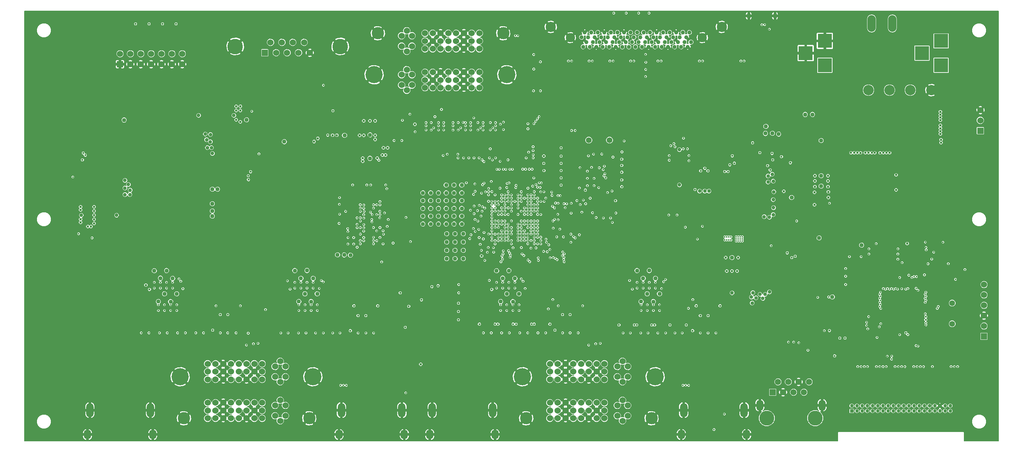
<source format=gbr>
G04 (created by PCBNEW (2013-07-07 BZR 4022)-stable) date 6/4/2014 10:32:14 AM*
%MOIN*%
G04 Gerber Fmt 3.4, Leading zero omitted, Abs format*
%FSLAX34Y34*%
G01*
G70*
G90*
G04 APERTURE LIST*
%ADD10C,0.00590551*%
%ADD11C,0.15*%
%ADD12R,0.06X0.06*%
%ADD13C,0.06*%
%ADD14C,0.1*%
%ADD15C,0.0393701*%
%ADD16C,0.0885827*%
%ADD17C,0.0984252*%
%ADD18C,0.1437*%
%ADD19R,0.0591X0.0591*%
%ADD20C,0.0591*%
%ADD21O,0.0669291X0.106299*%
%ADD22O,0.08X0.16*%
%ADD23C,0.165354*%
%ADD24C,0.11811*%
%ADD25O,0.0393701X0.06*%
%ADD26C,0.056*%
%ADD27C,0.04*%
%ADD28O,0.0708661X0.137795*%
%ADD29O,0.0708661X0.0925197*%
%ADD30R,0.1378X0.1378*%
%ADD31R,0.034X0.034*%
%ADD32C,0.034*%
%ADD33C,0.035*%
%ADD34C,0.024*%
%ADD35C,0.016*%
%ADD36C,0.02*%
%ADD37C,0.01*%
%ADD38C,0.06*%
%ADD39C,0.024*%
%ADD40C,0.005*%
G04 APERTURE END LIST*
G54D10*
G54D11*
X39734Y-20815D03*
X29606Y-20815D03*
G54D12*
X32456Y-21422D03*
G54D13*
X33556Y-21422D03*
X34606Y-21422D03*
X35706Y-21422D03*
X36806Y-21422D03*
X33006Y-20422D03*
X34106Y-20422D03*
X35156Y-20422D03*
X36256Y-20422D03*
G54D14*
X90660Y-25030D03*
X92687Y-25030D03*
X94695Y-25030D03*
X96722Y-25030D03*
G54D15*
X63308Y-19472D03*
X63938Y-19472D03*
X64568Y-19472D03*
X65198Y-19472D03*
X65828Y-19472D03*
X66458Y-19472D03*
X67088Y-19472D03*
X67718Y-19472D03*
X68348Y-19472D03*
X68978Y-19472D03*
X69607Y-19472D03*
X70237Y-19472D03*
X70867Y-19472D03*
X71497Y-19472D03*
X72127Y-19472D03*
X72757Y-19472D03*
X73387Y-19472D03*
X73080Y-19924D03*
X72450Y-19924D03*
X71820Y-19924D03*
X71190Y-19924D03*
X70560Y-19924D03*
X69930Y-19924D03*
X69300Y-19924D03*
X68670Y-19924D03*
X68040Y-19924D03*
X67410Y-19924D03*
X66780Y-19924D03*
X66150Y-19924D03*
X65520Y-19924D03*
X64891Y-19924D03*
X64261Y-19924D03*
X63631Y-19924D03*
X63001Y-19924D03*
X63466Y-20397D03*
X64096Y-20397D03*
X64726Y-20397D03*
X65355Y-20397D03*
X65985Y-20397D03*
X66615Y-20397D03*
X67245Y-20397D03*
X67875Y-20397D03*
X68505Y-20397D03*
X69135Y-20397D03*
X69765Y-20397D03*
X70395Y-20397D03*
X71025Y-20397D03*
X71655Y-20397D03*
X72285Y-20397D03*
X72915Y-20397D03*
X73544Y-20397D03*
X73230Y-20850D03*
X72600Y-20850D03*
X71970Y-20850D03*
X71340Y-20850D03*
X70080Y-20850D03*
X68190Y-20850D03*
X67560Y-20850D03*
X66930Y-20850D03*
X66300Y-20850D03*
X65670Y-20850D03*
X65040Y-20850D03*
X64410Y-20850D03*
X63780Y-20850D03*
X63150Y-20850D03*
G54D16*
X74635Y-19964D03*
X61909Y-19964D03*
G54D17*
X60030Y-18930D03*
X76515Y-18930D03*
G54D15*
X70710Y-20850D03*
X68820Y-20850D03*
X69450Y-20850D03*
G54D18*
X85523Y-56698D03*
X80850Y-56698D03*
G54D19*
X81435Y-54198D03*
G54D20*
X81935Y-53198D03*
X82435Y-54198D03*
X82935Y-53198D03*
X83435Y-54198D03*
X83935Y-53198D03*
X84435Y-54198D03*
X84935Y-53198D03*
G54D21*
X80185Y-55454D03*
X86185Y-55454D03*
G54D22*
X90962Y-18600D03*
X92962Y-18600D03*
G54D13*
X59950Y-52950D03*
X60700Y-52950D03*
X61450Y-52950D03*
X62200Y-52950D03*
X62950Y-52950D03*
X63700Y-52950D03*
X64450Y-52950D03*
X65200Y-52950D03*
X59950Y-52200D03*
X60700Y-52200D03*
X61450Y-52200D03*
X62200Y-52200D03*
X62950Y-52200D03*
X63700Y-52200D03*
X64450Y-52200D03*
X65200Y-52200D03*
X60700Y-51450D03*
X61450Y-51450D03*
X62200Y-51450D03*
X62950Y-51450D03*
X63700Y-51450D03*
X59950Y-51450D03*
X64450Y-51450D03*
X65200Y-51450D03*
X59950Y-55210D03*
X60700Y-55210D03*
X61450Y-55210D03*
X62200Y-55210D03*
X62950Y-55210D03*
X63700Y-55210D03*
X64450Y-55210D03*
X65200Y-55210D03*
X59950Y-55960D03*
X60700Y-55960D03*
X61450Y-55960D03*
X62200Y-55960D03*
X62950Y-55960D03*
X63700Y-55960D03*
X64450Y-55960D03*
X65200Y-55960D03*
X59950Y-56710D03*
X60700Y-56710D03*
X61450Y-56710D03*
X62200Y-56710D03*
X62950Y-56710D03*
X63700Y-56710D03*
X64450Y-56710D03*
X65200Y-56710D03*
X66950Y-51206D03*
X66950Y-53194D03*
X66950Y-54966D03*
X66950Y-56954D03*
X66450Y-51706D03*
X67450Y-51706D03*
X66450Y-55466D03*
X67450Y-55466D03*
X66450Y-52706D03*
X66450Y-56466D03*
X67450Y-52706D03*
X67450Y-56466D03*
G54D23*
X70097Y-52706D03*
X57302Y-52706D03*
G54D24*
X57656Y-56710D03*
X69743Y-56710D03*
G54D25*
X81653Y-17862D03*
X79121Y-17862D03*
G54D26*
X63691Y-29852D03*
X65691Y-29852D03*
G54D27*
X50700Y-34200D03*
X48450Y-37200D03*
X49200Y-37200D03*
X48450Y-36450D03*
X50800Y-39700D03*
X49200Y-37950D03*
X51600Y-38900D03*
X49950Y-37200D03*
X51450Y-34950D03*
X50700Y-35700D03*
X51450Y-35700D03*
X51450Y-37200D03*
X49950Y-34950D03*
X51450Y-34200D03*
X49950Y-34200D03*
X49950Y-35700D03*
X50700Y-34950D03*
X50700Y-36450D03*
X48450Y-34950D03*
X50700Y-37950D03*
X49950Y-37950D03*
X49200Y-34950D03*
X51450Y-36450D03*
X49200Y-35700D03*
X49950Y-36450D03*
X47700Y-34950D03*
X51450Y-37950D03*
X50700Y-37200D03*
X50800Y-38900D03*
X50000Y-39700D03*
X51600Y-40500D03*
X51600Y-39700D03*
X50800Y-40500D03*
X47700Y-36450D03*
X47700Y-37200D03*
X49200Y-36450D03*
X48450Y-35700D03*
X47700Y-35700D03*
X49993Y-41296D03*
X50000Y-38900D03*
X50803Y-41301D03*
X50000Y-40500D03*
X51600Y-41300D03*
X47700Y-37950D03*
X48450Y-37950D03*
G54D13*
X53150Y-23300D03*
X52400Y-23300D03*
X51650Y-23300D03*
X50900Y-23300D03*
X50150Y-23300D03*
X49400Y-23300D03*
X48650Y-23300D03*
X47900Y-23300D03*
X53150Y-24050D03*
X52400Y-24050D03*
X51650Y-24050D03*
X50900Y-24050D03*
X50150Y-24050D03*
X49400Y-24050D03*
X48650Y-24050D03*
X47900Y-24050D03*
X52400Y-24800D03*
X51650Y-24800D03*
X50900Y-24800D03*
X50150Y-24800D03*
X49400Y-24800D03*
X53150Y-24800D03*
X48650Y-24800D03*
X47900Y-24800D03*
X53150Y-21040D03*
X52400Y-21040D03*
X51650Y-21040D03*
X50900Y-21040D03*
X50150Y-21040D03*
X49400Y-21040D03*
X48650Y-21040D03*
X47900Y-21040D03*
X53150Y-20290D03*
X52400Y-20290D03*
X51650Y-20290D03*
X50900Y-20290D03*
X50150Y-20290D03*
X49400Y-20290D03*
X48650Y-20290D03*
X47900Y-20290D03*
X53150Y-19540D03*
X52400Y-19540D03*
X51650Y-19540D03*
X50900Y-19540D03*
X50150Y-19540D03*
X49400Y-19540D03*
X48650Y-19540D03*
X47900Y-19540D03*
X46150Y-25044D03*
X46150Y-23056D03*
X46150Y-21284D03*
X46150Y-19296D03*
X46650Y-24544D03*
X45650Y-24544D03*
X46650Y-20784D03*
X45650Y-20784D03*
X46650Y-23544D03*
X46650Y-19784D03*
X45650Y-23544D03*
X45650Y-19784D03*
G54D23*
X43002Y-23544D03*
X55797Y-23544D03*
G54D24*
X55443Y-19540D03*
X43356Y-19540D03*
G54D13*
X26950Y-52950D03*
X27700Y-52950D03*
X28450Y-52950D03*
X29200Y-52950D03*
X29950Y-52950D03*
X30700Y-52950D03*
X31450Y-52950D03*
X32200Y-52950D03*
X26950Y-52200D03*
X27700Y-52200D03*
X28450Y-52200D03*
X29200Y-52200D03*
X29950Y-52200D03*
X30700Y-52200D03*
X31450Y-52200D03*
X32200Y-52200D03*
X27700Y-51450D03*
X28450Y-51450D03*
X29200Y-51450D03*
X29950Y-51450D03*
X30700Y-51450D03*
X26950Y-51450D03*
X31450Y-51450D03*
X32200Y-51450D03*
X26950Y-55210D03*
X27700Y-55210D03*
X28450Y-55210D03*
X29200Y-55210D03*
X29950Y-55210D03*
X30700Y-55210D03*
X31450Y-55210D03*
X32200Y-55210D03*
X26950Y-55960D03*
X27700Y-55960D03*
X28450Y-55960D03*
X29200Y-55960D03*
X29950Y-55960D03*
X30700Y-55960D03*
X31450Y-55960D03*
X32200Y-55960D03*
X26950Y-56710D03*
X27700Y-56710D03*
X28450Y-56710D03*
X29200Y-56710D03*
X29950Y-56710D03*
X30700Y-56710D03*
X31450Y-56710D03*
X32200Y-56710D03*
X33950Y-51206D03*
X33950Y-53194D03*
X33950Y-54966D03*
X33950Y-56954D03*
X33450Y-51706D03*
X34450Y-51706D03*
X33450Y-55466D03*
X34450Y-55466D03*
X33450Y-52706D03*
X33450Y-56466D03*
X34450Y-52706D03*
X34450Y-56466D03*
G54D23*
X37097Y-52706D03*
X24302Y-52706D03*
G54D24*
X24656Y-56710D03*
X36743Y-56710D03*
G54D28*
X21422Y-55926D03*
X15595Y-55926D03*
G54D29*
X21658Y-58272D03*
X15359Y-58272D03*
G54D28*
X45672Y-55926D03*
X39845Y-55926D03*
G54D29*
X45908Y-58272D03*
X39609Y-58272D03*
G54D28*
X78672Y-55926D03*
X72845Y-55926D03*
G54D29*
X78908Y-58272D03*
X72609Y-58272D03*
G54D28*
X54422Y-55926D03*
X48595Y-55926D03*
G54D29*
X54658Y-58272D03*
X48359Y-58272D03*
G54D30*
X97668Y-22641D03*
X97668Y-20279D03*
X95818Y-21460D03*
X86455Y-22641D03*
X86455Y-20279D03*
X84605Y-21460D03*
G54D12*
X18500Y-22525D03*
G54D13*
X18500Y-21525D03*
X19500Y-22525D03*
X19500Y-21525D03*
X20500Y-22525D03*
X20500Y-21525D03*
X21500Y-22525D03*
X21500Y-21525D03*
X22500Y-22525D03*
X22500Y-21525D03*
X23500Y-22525D03*
X23500Y-21525D03*
X24500Y-22525D03*
X24500Y-21525D03*
G54D12*
X101800Y-48800D03*
G54D13*
X101800Y-47800D03*
X101800Y-46800D03*
X101800Y-45800D03*
X101800Y-44800D03*
X101800Y-43800D03*
G54D26*
X98740Y-45584D03*
X98740Y-47584D03*
G54D12*
X101450Y-28950D03*
G54D13*
X101450Y-27950D03*
X101450Y-26950D03*
G54D31*
X89050Y-56000D03*
G54D32*
X89050Y-55500D03*
X89550Y-56000D03*
X89550Y-55500D03*
X90050Y-56000D03*
X90050Y-55500D03*
X90550Y-56000D03*
X90550Y-55500D03*
X91050Y-56000D03*
X91050Y-55500D03*
X91550Y-56000D03*
X91550Y-55500D03*
X92050Y-56000D03*
X92050Y-55500D03*
X92550Y-56000D03*
X92550Y-55500D03*
X93050Y-56000D03*
X93050Y-55500D03*
X93550Y-56000D03*
X93550Y-55500D03*
X94050Y-56000D03*
X94050Y-55500D03*
X94550Y-56000D03*
X94550Y-55500D03*
X95050Y-56000D03*
X95050Y-55500D03*
X95550Y-56000D03*
X95550Y-55500D03*
X96050Y-56000D03*
X96050Y-55500D03*
X96550Y-56000D03*
G54D33*
X96550Y-55500D03*
G54D32*
X97050Y-56000D03*
X97050Y-55500D03*
X97550Y-56000D03*
X97550Y-55500D03*
X98050Y-56000D03*
X98050Y-55500D03*
X98550Y-56000D03*
X98550Y-55500D03*
G54D34*
X82500Y-34800D03*
G54D27*
X90000Y-40000D03*
G54D35*
X84822Y-50144D03*
X58124Y-38609D03*
X62788Y-39000D03*
X65973Y-37805D03*
X94546Y-42894D03*
X65501Y-34925D03*
X74650Y-38177D03*
X96062Y-42860D03*
X67100Y-29943D03*
X58756Y-39870D03*
X80646Y-18711D03*
X62038Y-28932D03*
X62376Y-28932D03*
X80387Y-18719D03*
X95442Y-44358D03*
X53342Y-40500D03*
X65086Y-32712D03*
X88829Y-41106D03*
X93671Y-43126D03*
X53998Y-40217D03*
G54D36*
X66875Y-32950D03*
X21300Y-18636D03*
G54D35*
X95247Y-44165D03*
X66891Y-31000D03*
X59008Y-34429D03*
X58737Y-27803D03*
G54D36*
X23900Y-18635D03*
G54D35*
X95050Y-43032D03*
G54D36*
X66874Y-32300D03*
G54D35*
X58401Y-28275D03*
G54D36*
X20000Y-18636D03*
X66874Y-31699D03*
G54D35*
X58910Y-27584D03*
X95283Y-43031D03*
X59368Y-34846D03*
G54D36*
X61026Y-32100D03*
G54D35*
X57494Y-37664D03*
G54D36*
X59354Y-32100D03*
G54D35*
X57809Y-37664D03*
G54D36*
X61025Y-32798D03*
G54D35*
X58122Y-37664D03*
G54D36*
X59375Y-32798D03*
G54D35*
X57809Y-37035D03*
X58440Y-37663D03*
G54D36*
X61025Y-33499D03*
G54D35*
X58758Y-37661D03*
G54D36*
X61025Y-34200D03*
G54D35*
X60401Y-37508D03*
X61300Y-36000D03*
X57494Y-37979D03*
X60734Y-37547D03*
X62000Y-35957D03*
X65100Y-37378D03*
X57809Y-37979D03*
X58124Y-37979D03*
X65796Y-37374D03*
X63030Y-36814D03*
X58757Y-38925D03*
X64049Y-36867D03*
G54D36*
X61025Y-30600D03*
G54D35*
X58440Y-38925D03*
X60264Y-38354D03*
X64400Y-37329D03*
X58125Y-38294D03*
X58757Y-38296D03*
X63558Y-32850D03*
X62870Y-36091D03*
X64700Y-32529D03*
X60606Y-39200D03*
X57809Y-38294D03*
X41674Y-36741D03*
X55614Y-37044D03*
X55290Y-37035D03*
X42637Y-36808D03*
X43553Y-36731D03*
X54655Y-36090D03*
X42004Y-36125D03*
X54022Y-35140D03*
X55279Y-36400D03*
X43558Y-35787D03*
X54974Y-36725D03*
X42031Y-36737D03*
X55603Y-37972D03*
X43244Y-36094D03*
X41666Y-36418D03*
X54359Y-36100D03*
X42934Y-36416D03*
X54664Y-36720D03*
X41996Y-36441D03*
X54355Y-36729D03*
X43559Y-36106D03*
X55290Y-36714D03*
X41659Y-36096D03*
X52740Y-34800D03*
X42934Y-36096D03*
X52583Y-35100D03*
X53138Y-36153D03*
X43558Y-37047D03*
X43240Y-37047D03*
X53433Y-36283D03*
X43999Y-36884D03*
X52635Y-36225D03*
X41994Y-37051D03*
X54985Y-37659D03*
X55605Y-36720D03*
X43544Y-37351D03*
X41664Y-37361D03*
X53672Y-36416D03*
X54350Y-36409D03*
X41666Y-37674D03*
X41669Y-38301D03*
X53007Y-37670D03*
X43556Y-38298D03*
X52729Y-37520D03*
X41988Y-39261D03*
X53085Y-38472D03*
X52744Y-38674D03*
X42938Y-39236D03*
X43561Y-39250D03*
X52331Y-38998D03*
X41024Y-39266D03*
X53525Y-39394D03*
X43859Y-39871D03*
X52212Y-39364D03*
X41029Y-39890D03*
X53229Y-39918D03*
X41999Y-38006D03*
X52638Y-36964D03*
X42780Y-37748D03*
X52283Y-36625D03*
X53401Y-36722D03*
X44357Y-37525D03*
X52968Y-36664D03*
X41351Y-37986D03*
X54348Y-37344D03*
X43859Y-38611D03*
X41356Y-38305D03*
X53303Y-37183D03*
X41661Y-39550D03*
X54344Y-38294D03*
X52568Y-38383D03*
X43249Y-39561D03*
X54344Y-37664D03*
X43243Y-38616D03*
X41668Y-38935D03*
X54359Y-37964D03*
X41994Y-38636D03*
X54664Y-37974D03*
X41350Y-37359D03*
X55300Y-37659D03*
X54974Y-37974D03*
X42004Y-37386D03*
X54670Y-37655D03*
X42938Y-39866D03*
X41359Y-40196D03*
X53590Y-38777D03*
X41666Y-39867D03*
X53129Y-39261D03*
X54340Y-35770D03*
X42809Y-37051D03*
X56234Y-38610D03*
X57262Y-40846D03*
X56864Y-38294D03*
X57438Y-40995D03*
X58812Y-41226D03*
X57179Y-38609D03*
X57179Y-38294D03*
X58839Y-41478D03*
X61269Y-41382D03*
X57179Y-38925D03*
X61320Y-41595D03*
X56864Y-38609D03*
X57179Y-39553D03*
X61134Y-41018D03*
X57179Y-39240D03*
X61305Y-41175D03*
X61185Y-40658D03*
X57496Y-38924D03*
X61330Y-40844D03*
X57494Y-38609D03*
X60457Y-41277D03*
X56864Y-39553D03*
X60642Y-41394D03*
X56866Y-39240D03*
X59970Y-41214D03*
X57194Y-40227D03*
X60264Y-41190D03*
X57494Y-39553D03*
X55287Y-39551D03*
X55224Y-41595D03*
X55328Y-41045D03*
X55607Y-38918D03*
X55281Y-38612D03*
X55380Y-41328D03*
X55452Y-40544D03*
X55602Y-39557D03*
X55427Y-40836D03*
X55604Y-39242D03*
X56150Y-40954D03*
X55922Y-39552D03*
X56106Y-41151D03*
X55919Y-39234D03*
X55917Y-38922D03*
X55946Y-40535D03*
X55605Y-38610D03*
X56056Y-40752D03*
X55919Y-38610D03*
X57840Y-41435D03*
X55920Y-38290D03*
X58002Y-41596D03*
X54700Y-28163D03*
X55290Y-35145D03*
X54700Y-28476D03*
X54200Y-28163D03*
X53500Y-28162D03*
X53500Y-28477D03*
X55918Y-35459D03*
X53000Y-28162D03*
X52300Y-28475D03*
X52300Y-28163D03*
X57179Y-35146D03*
X51800Y-28476D03*
X51800Y-28162D03*
X57178Y-35461D03*
X50600Y-28164D03*
X50600Y-28477D03*
X58916Y-33980D03*
X57809Y-35144D03*
X51100Y-28162D03*
X48000Y-28160D03*
X56651Y-34437D03*
X48000Y-28477D03*
X48500Y-28162D03*
X49700Y-28164D03*
X56006Y-33983D03*
X56235Y-35146D03*
X49700Y-28477D03*
X49200Y-28164D03*
X49200Y-28477D03*
X55811Y-34043D03*
X56235Y-35459D03*
X46450Y-27350D03*
X58124Y-36090D03*
X60114Y-34878D03*
X49495Y-26900D03*
X60152Y-35196D03*
X59552Y-35456D03*
X45729Y-27940D03*
X55449Y-32675D03*
X55688Y-32676D03*
X54833Y-32675D03*
X55056Y-32675D03*
X57326Y-32661D03*
X57593Y-32661D03*
X57956Y-32660D03*
X58229Y-32660D03*
X56322Y-32675D03*
X59381Y-35779D03*
X56085Y-32675D03*
X58755Y-35774D03*
X55470Y-28124D03*
X56865Y-36092D03*
X58380Y-21600D03*
X60735Y-35951D03*
X58395Y-23000D03*
X57809Y-36405D03*
X60944Y-35216D03*
X58364Y-25100D03*
X58125Y-36405D03*
X60726Y-35214D03*
X60496Y-35930D03*
X67728Y-22221D03*
X68042Y-22224D03*
X65730Y-22222D03*
X66043Y-22224D03*
X63728Y-22222D03*
X64044Y-22222D03*
X61727Y-22223D03*
X62043Y-22223D03*
X78357Y-22221D03*
X78672Y-22222D03*
X74358Y-22218D03*
X74673Y-22223D03*
X70358Y-22221D03*
X70671Y-22222D03*
G54D36*
X22600Y-18634D03*
G54D35*
X94852Y-43123D03*
X58577Y-28040D03*
G54D36*
X66874Y-33700D03*
G54D35*
X58755Y-35459D03*
X46050Y-54250D03*
X30855Y-48500D03*
X62674Y-48466D03*
X59791Y-46151D03*
X61167Y-48464D03*
X61891Y-48465D03*
X42950Y-48473D03*
X41450Y-48474D03*
X42200Y-48475D03*
X73300Y-46096D03*
X75945Y-48474D03*
X74445Y-48473D03*
X75195Y-48473D03*
X29684Y-48464D03*
X28166Y-48464D03*
X28881Y-48464D03*
X56377Y-46306D03*
X56377Y-45752D03*
X57810Y-48462D03*
X59574Y-39418D03*
G54D27*
X56376Y-45449D03*
X56376Y-45449D03*
X55985Y-42452D03*
G54D35*
X55983Y-43586D03*
X55983Y-44141D03*
X57036Y-48462D03*
X59068Y-39558D03*
X55786Y-46306D03*
X55786Y-45751D03*
X58756Y-38610D03*
X56040Y-48463D03*
G54D27*
X55785Y-44694D03*
X55785Y-44694D03*
G54D35*
X55392Y-43586D03*
G54D27*
X55394Y-43184D03*
X55394Y-43184D03*
G54D35*
X58447Y-38617D03*
X55392Y-44140D03*
X55290Y-48463D03*
X55196Y-46306D03*
X59616Y-39726D03*
X55195Y-45751D03*
X54290Y-48464D03*
G54D27*
X55196Y-45446D03*
X55196Y-45446D03*
G54D35*
X54802Y-43586D03*
X54802Y-44141D03*
X53540Y-48463D03*
X59068Y-39872D03*
G54D27*
X54802Y-42470D03*
G54D35*
X62216Y-39177D03*
X57178Y-43254D03*
X57178Y-43254D03*
X56967Y-46306D03*
X58755Y-37976D03*
X56967Y-45751D03*
X59540Y-48463D03*
G54D27*
X56966Y-44693D03*
X56966Y-44693D03*
G54D35*
X56574Y-44141D03*
X58429Y-37977D03*
X56574Y-43586D03*
X58790Y-48463D03*
G54D27*
X56572Y-43208D03*
X56572Y-43208D03*
G54D35*
X60906Y-38451D03*
X62378Y-39301D03*
X57361Y-43489D03*
X57361Y-43489D03*
X61974Y-38934D03*
X57560Y-44182D03*
X69923Y-46308D03*
X69924Y-45752D03*
G54D27*
X69922Y-45447D03*
G54D35*
X71100Y-48472D03*
X60190Y-36240D03*
X60386Y-36398D03*
X69529Y-44141D03*
X69528Y-43589D03*
X70350Y-48472D03*
G54D27*
X69529Y-42446D03*
G54D35*
X69332Y-46307D03*
X58755Y-36090D03*
G54D27*
X69331Y-44695D03*
G54D35*
X69335Y-45751D03*
X69400Y-48474D03*
X68938Y-44142D03*
X58440Y-36090D03*
X68936Y-43583D03*
X68700Y-48473D03*
G54D27*
X68938Y-43198D03*
G54D35*
X68741Y-46308D03*
X58125Y-36720D03*
G54D27*
X68741Y-45445D03*
G54D35*
X68741Y-45751D03*
X67700Y-48474D03*
G54D27*
X68348Y-42450D03*
G54D35*
X57809Y-36720D03*
X68348Y-44141D03*
X68345Y-43584D03*
X67000Y-48473D03*
X70709Y-44187D03*
X58755Y-36405D03*
X70513Y-46305D03*
X70509Y-45748D03*
X72700Y-48473D03*
X58753Y-36720D03*
G54D27*
X70513Y-44692D03*
G54D35*
X58440Y-36720D03*
X70118Y-44140D03*
X70117Y-43583D03*
X72000Y-48472D03*
G54D27*
X70119Y-43199D03*
G54D35*
X61414Y-36382D03*
X60708Y-37022D03*
X70909Y-43527D03*
X71103Y-43303D03*
X57494Y-36720D03*
X54346Y-39551D03*
X36923Y-46306D03*
X36922Y-45751D03*
G54D27*
X36922Y-45447D03*
G54D35*
X38100Y-48472D03*
X54345Y-39243D03*
X36529Y-43586D03*
X36528Y-44141D03*
X37350Y-48473D03*
G54D27*
X36529Y-42446D03*
G54D35*
X36332Y-46307D03*
X53913Y-40689D03*
X36332Y-45751D03*
X36422Y-48471D03*
G54D27*
X36331Y-44695D03*
G54D35*
X35938Y-44141D03*
G54D27*
X35938Y-43198D03*
G54D35*
X35938Y-43586D03*
X35700Y-48473D03*
X54660Y-39554D03*
X35741Y-46306D03*
X35741Y-45751D03*
G54D27*
X35741Y-45445D03*
G54D35*
X54969Y-39561D03*
X34700Y-48473D03*
X35347Y-44141D03*
X35348Y-43587D03*
G54D27*
X35348Y-42450D03*
G54D35*
X54970Y-39246D03*
X34000Y-48471D03*
X37710Y-44177D03*
X55292Y-38925D03*
X37513Y-46306D03*
X37513Y-45752D03*
G54D27*
X37513Y-44692D03*
G54D35*
X39700Y-48474D03*
X56390Y-40254D03*
X56236Y-39557D03*
X37119Y-43586D03*
G54D27*
X37119Y-43199D03*
G54D35*
X37119Y-44140D03*
X39000Y-48473D03*
X54655Y-38928D03*
X37907Y-43410D03*
X58600Y-40260D03*
X38104Y-43549D03*
X58434Y-39864D03*
X23376Y-46307D03*
X23377Y-45751D03*
X24800Y-48463D03*
X58599Y-34137D03*
G54D27*
X23376Y-45449D03*
X23376Y-45449D03*
G54D35*
X22983Y-43585D03*
X22983Y-44141D03*
X24050Y-48465D03*
X58749Y-34398D03*
G54D27*
X22985Y-42452D03*
X22985Y-42452D03*
G54D35*
X22786Y-46307D03*
X53453Y-34167D03*
X22786Y-45751D03*
X23050Y-48464D03*
G54D27*
X22785Y-44694D03*
G54D35*
X22392Y-44140D03*
X53597Y-34012D03*
X22392Y-43586D03*
X22300Y-48464D03*
G54D27*
X22394Y-43184D03*
X22394Y-43184D03*
G54D35*
X22198Y-46306D03*
X54032Y-34517D03*
G54D27*
X22196Y-45446D03*
G54D35*
X22195Y-45751D03*
X21285Y-48465D03*
X21802Y-44140D03*
X21801Y-43586D03*
X54031Y-34831D03*
X20544Y-48463D03*
G54D27*
X21802Y-42470D03*
X21802Y-42470D03*
G54D35*
X24178Y-43254D03*
X54659Y-35774D03*
X23967Y-46306D03*
X58280Y-34294D03*
X23967Y-45752D03*
X26550Y-48463D03*
G54D27*
X23966Y-44693D03*
X23966Y-44693D03*
G54D35*
X23574Y-44144D03*
G54D27*
X23572Y-43208D03*
X23572Y-43208D03*
G54D35*
X23574Y-43586D03*
X25800Y-48464D03*
X58438Y-35146D03*
X56235Y-36405D03*
X55602Y-36092D03*
X24361Y-43489D03*
X24361Y-43489D03*
X54975Y-36090D03*
X24558Y-44199D03*
X96230Y-40456D03*
X91740Y-45916D03*
X98356Y-41786D03*
X91811Y-45329D03*
X94458Y-48635D03*
X93500Y-40350D03*
X91403Y-39850D03*
X93671Y-48636D03*
G54D34*
X43100Y-28000D03*
X42000Y-28000D03*
X42600Y-28000D03*
X42000Y-29400D03*
X41600Y-29400D03*
X43100Y-29800D03*
X43100Y-29400D03*
G54D35*
X93495Y-41350D03*
X58329Y-30876D03*
G54D27*
X40148Y-29396D03*
X42599Y-29348D03*
G54D34*
X39408Y-29382D03*
X39003Y-29382D03*
G54D36*
X38525Y-29375D03*
G54D35*
X90705Y-40850D03*
X58334Y-31274D03*
G54D33*
X26725Y-29265D03*
X27400Y-31140D03*
X27325Y-30590D03*
X26925Y-30590D03*
X26850Y-29815D03*
X27200Y-30015D03*
X27225Y-29315D03*
X26075Y-27465D03*
G54D35*
X97395Y-45916D03*
X96123Y-45128D03*
X98628Y-51725D03*
X98943Y-51724D03*
X96192Y-45326D03*
X99257Y-51725D03*
X96122Y-45522D03*
X91740Y-45129D03*
X89628Y-51725D03*
X90572Y-51725D03*
X91818Y-44538D03*
X91820Y-44930D03*
X89943Y-51726D03*
X90257Y-51725D03*
X91738Y-44735D03*
X91428Y-51725D03*
X92096Y-44186D03*
X92687Y-44241D03*
X92372Y-51725D03*
X91743Y-51725D03*
X92293Y-44241D03*
X92057Y-51726D03*
X92490Y-44187D03*
X93228Y-51723D03*
X92884Y-44187D03*
X93474Y-44241D03*
X94172Y-51726D03*
X93080Y-44241D03*
X93543Y-51724D03*
X93857Y-51725D03*
X93277Y-44187D03*
X95028Y-51723D03*
X94262Y-44242D03*
X96124Y-44735D03*
X95972Y-51726D03*
X95343Y-51725D03*
X94458Y-44188D03*
X95657Y-51725D03*
X96193Y-44538D03*
X96828Y-51725D03*
X96192Y-44931D03*
X99046Y-43299D03*
X96138Y-46620D03*
X89952Y-41106D03*
X58125Y-39555D03*
X59838Y-39966D03*
X91845Y-46113D03*
X96144Y-39710D03*
X91739Y-45522D03*
X56847Y-19779D03*
X97842Y-39720D03*
X96208Y-40214D03*
X91812Y-45719D03*
X96947Y-40676D03*
X56625Y-19775D03*
X83445Y-49353D03*
X95245Y-49698D03*
X82943Y-49352D03*
X95442Y-49746D03*
X90676Y-46899D03*
X58119Y-40285D03*
X58438Y-39240D03*
G54D36*
X48565Y-44006D03*
G54D35*
X59944Y-40418D03*
X96198Y-47692D03*
X97296Y-46110D03*
X96189Y-47489D03*
G54D36*
X51133Y-45600D03*
G54D35*
X57809Y-39238D03*
X59339Y-40599D03*
X57811Y-39555D03*
X59681Y-40632D03*
X51150Y-44600D03*
G54D36*
X96180Y-47198D03*
G54D35*
X76767Y-56302D03*
X90477Y-47753D03*
X75764Y-57798D03*
X90479Y-47440D03*
X86900Y-35950D03*
G54D34*
X85450Y-36100D03*
X85450Y-34900D03*
X86800Y-34850D03*
X86800Y-35400D03*
X85500Y-33300D03*
X85500Y-33800D03*
X85500Y-34350D03*
X86750Y-34350D03*
X86750Y-33800D03*
X86750Y-33300D03*
G54D36*
X86901Y-48246D03*
G54D27*
X86100Y-33300D03*
X86100Y-34300D03*
G54D36*
X73930Y-34625D03*
G54D33*
X74380Y-34775D03*
X74880Y-34775D03*
X75280Y-34775D03*
G54D36*
X74480Y-32825D03*
X75180Y-32825D03*
X74880Y-32575D03*
G54D33*
X72430Y-34175D03*
G54D36*
X87900Y-48968D03*
G54D33*
X18160Y-37105D03*
X18975Y-34490D03*
X18975Y-33740D03*
X19300Y-34140D03*
X19475Y-34690D03*
X19450Y-35115D03*
X18975Y-35115D03*
G54D35*
X43456Y-31800D03*
X91488Y-48909D03*
X83738Y-37666D03*
X90593Y-48081D03*
X31200Y-27075D03*
X91707Y-47884D03*
X72824Y-29675D03*
X91853Y-47591D03*
X15800Y-39300D03*
G54D34*
X97600Y-27665D03*
X97600Y-27390D03*
X97650Y-29815D03*
X97650Y-30090D03*
X97600Y-28440D03*
X97600Y-28715D03*
X97600Y-29265D03*
X97600Y-28990D03*
X97600Y-27940D03*
X97600Y-27115D03*
G54D33*
X79445Y-45585D03*
X79820Y-45085D03*
X77500Y-44600D03*
X79370Y-45010D03*
X79520Y-44585D03*
X80470Y-45135D03*
X81120Y-44510D03*
X80695Y-44735D03*
X80195Y-44735D03*
G54D34*
X92694Y-31080D03*
X92388Y-31080D03*
X91782Y-31082D03*
X92086Y-31080D03*
X88974Y-31080D03*
X89280Y-31078D03*
X89898Y-31084D03*
X89592Y-31078D03*
X90368Y-31078D03*
X90670Y-31078D03*
X91268Y-31080D03*
X90976Y-31080D03*
G54D35*
X57809Y-38924D03*
X56864Y-35461D03*
X54400Y-31779D03*
X55916Y-34835D03*
X54659Y-35144D03*
X51618Y-31577D03*
X55144Y-31907D03*
X57809Y-35774D03*
X58125Y-35144D03*
X55900Y-31765D03*
X55604Y-35146D03*
X52128Y-31577D03*
X55781Y-34428D03*
X53121Y-31577D03*
X52627Y-31577D03*
X56233Y-35774D03*
X56864Y-35146D03*
X54700Y-31577D03*
X56235Y-36090D03*
X53400Y-31760D03*
X49650Y-31337D03*
X55914Y-35781D03*
X54442Y-28677D03*
X55291Y-35462D03*
X53241Y-28677D03*
X55610Y-35461D03*
X59119Y-33981D03*
X51340Y-28677D03*
X57809Y-35461D03*
X48740Y-28677D03*
X56682Y-34233D03*
X55471Y-28837D03*
X56864Y-35775D03*
X51084Y-31577D03*
X55291Y-35775D03*
X54333Y-38917D03*
X53670Y-41469D03*
X58439Y-39555D03*
X54976Y-35782D03*
X58125Y-35459D03*
X54527Y-40670D03*
X55291Y-37979D03*
X54503Y-40246D03*
G54D36*
X46337Y-45900D03*
G54D35*
X58755Y-39240D03*
X58438Y-35461D03*
X57822Y-28273D03*
X57823Y-28761D03*
X57810Y-36090D03*
X62545Y-35700D03*
X58755Y-37033D03*
X60239Y-37659D03*
X57892Y-31024D03*
X57494Y-36405D03*
X54346Y-34831D03*
X52711Y-34086D03*
X54118Y-31576D03*
X56556Y-35769D03*
G54D34*
X41900Y-31900D03*
X41900Y-31600D03*
X44300Y-30600D03*
X43900Y-30600D03*
X44100Y-31300D03*
X43800Y-31300D03*
X43300Y-31600D03*
G54D35*
X58330Y-30494D03*
X93496Y-40850D03*
G54D27*
X42591Y-31617D03*
G54D35*
X42294Y-34186D03*
X42669Y-34185D03*
X40923Y-34186D03*
X44119Y-34188D03*
X46071Y-37323D03*
X39618Y-37898D03*
X39647Y-36053D03*
X39664Y-35407D03*
X54979Y-38290D03*
X39673Y-37006D03*
X53347Y-34977D03*
X54344Y-38609D03*
G54D27*
X34340Y-30010D03*
X30700Y-27900D03*
X40120Y-40940D03*
X39470Y-40930D03*
X40710Y-40960D03*
G54D34*
X30100Y-28100D03*
X29700Y-27900D03*
X29700Y-27000D03*
X29700Y-26600D03*
X30100Y-26600D03*
X30100Y-27000D03*
G54D35*
X44221Y-34552D03*
X90705Y-40350D03*
X58338Y-31560D03*
X40450Y-38400D03*
G54D33*
X29475Y-27465D03*
G54D34*
X37207Y-29994D03*
X37574Y-29689D03*
G54D35*
X54344Y-37034D03*
X54655Y-36400D03*
X40464Y-38681D03*
X40477Y-39274D03*
X40467Y-39884D03*
X43730Y-41618D03*
X40254Y-36736D03*
X46500Y-39658D03*
X44824Y-39800D03*
X41999Y-38321D03*
X54029Y-35766D03*
X54033Y-38920D03*
X54985Y-37044D03*
X42934Y-38301D03*
X42938Y-39556D03*
X41988Y-39571D03*
X44261Y-38188D03*
X43906Y-38941D03*
X54664Y-38290D03*
X84549Y-49335D03*
X82440Y-49383D03*
G54D27*
X59983Y-29540D03*
X60012Y-20502D03*
X99939Y-19425D03*
X98917Y-26635D03*
X79542Y-50019D03*
X49545Y-50016D03*
X100455Y-24990D03*
X99421Y-25032D03*
X95466Y-27587D03*
X20000Y-40000D03*
X10000Y-50000D03*
X10000Y-40000D03*
X10000Y-30000D03*
X10004Y-32499D03*
X9999Y-20001D03*
G54D35*
X32376Y-35028D03*
X13704Y-29766D03*
X85026Y-39754D03*
X95319Y-27167D03*
X94878Y-27153D03*
X94402Y-27153D03*
X94010Y-27230D03*
X94045Y-27699D03*
X94395Y-27923D03*
X95032Y-27888D03*
X95291Y-28119D03*
X95053Y-28434D03*
X94605Y-28399D03*
X94227Y-28427D03*
X94185Y-29309D03*
X94556Y-29540D03*
X95046Y-29715D03*
X95081Y-30660D03*
X95067Y-31003D03*
X94899Y-31290D03*
X94290Y-31003D03*
X93947Y-30471D03*
X93968Y-29897D03*
X93506Y-29897D03*
X93504Y-30345D03*
X93033Y-30324D03*
X93033Y-29835D03*
X92421Y-29820D03*
X91818Y-29826D03*
X91284Y-29838D03*
X90861Y-29847D03*
X90453Y-29856D03*
X89733Y-29862D03*
X89124Y-29850D03*
X89424Y-29842D03*
X92082Y-35502D03*
X92076Y-35292D03*
X92337Y-36642D03*
X92382Y-36330D03*
X92745Y-36306D03*
X90909Y-34083D03*
X90671Y-34182D03*
X90450Y-34220D03*
X90195Y-34223D03*
X89949Y-34227D03*
G54D33*
X12600Y-25200D03*
X12000Y-25200D03*
X11400Y-25200D03*
X13200Y-25800D03*
X13800Y-25800D03*
X14400Y-25800D03*
X9600Y-25800D03*
X10200Y-25800D03*
X10800Y-25800D03*
X12600Y-26400D03*
X12000Y-26400D03*
X11400Y-26400D03*
X14400Y-26400D03*
X13800Y-26400D03*
X13200Y-26400D03*
X9600Y-26400D03*
X10200Y-26400D03*
X10800Y-26400D03*
X12600Y-25800D03*
X12000Y-25800D03*
X11400Y-25800D03*
X13200Y-25200D03*
X13800Y-25200D03*
X14400Y-25200D03*
X9600Y-25200D03*
X10200Y-25200D03*
X10800Y-25200D03*
X16475Y-29965D03*
X16475Y-29390D03*
X16425Y-28715D03*
X16450Y-28115D03*
X16475Y-27465D03*
X15000Y-26400D03*
X15600Y-26400D03*
X16300Y-26400D03*
G54D35*
X58400Y-32878D03*
X79875Y-18705D03*
X82353Y-20049D03*
X83188Y-17624D03*
G54D33*
X13300Y-41000D03*
X12800Y-41000D03*
X12300Y-41000D03*
X11700Y-41000D03*
X11600Y-39700D03*
X12100Y-39700D03*
X13300Y-40400D03*
X12600Y-40400D03*
X12100Y-40400D03*
X11600Y-40400D03*
X11100Y-40400D03*
X10600Y-40300D03*
X10100Y-40300D03*
X10100Y-39700D03*
X10600Y-39700D03*
X11100Y-39700D03*
X10100Y-41000D03*
X10600Y-41000D03*
X11100Y-41000D03*
X12700Y-39700D03*
X13300Y-39700D03*
G54D35*
X79850Y-26600D03*
X80213Y-22778D03*
X65542Y-31664D03*
X97464Y-41307D03*
X65280Y-35388D03*
X96278Y-40992D03*
G54D36*
X88772Y-57399D03*
X98776Y-57406D03*
G54D35*
X36158Y-43526D03*
X23646Y-45651D03*
X35148Y-44230D03*
X35495Y-43393D03*
X35150Y-43498D03*
X35496Y-44297D03*
X23062Y-46460D03*
X23222Y-44313D03*
X35864Y-46498D03*
X55590Y-44212D03*
X56424Y-44412D03*
X54605Y-44248D03*
X54540Y-45465D03*
X36018Y-45619D03*
X69485Y-45468D03*
G54D36*
X23778Y-43500D03*
X23778Y-43500D03*
G54D35*
X21999Y-46569D03*
X21605Y-45713D03*
X37200Y-45638D03*
X37206Y-46423D03*
X36492Y-45572D03*
X35353Y-45660D03*
X36920Y-43463D03*
X36959Y-44306D03*
X36135Y-44221D03*
X55473Y-45617D03*
X55461Y-46456D03*
X55949Y-45543D03*
X56667Y-46422D03*
X54605Y-45708D03*
G54D36*
X31272Y-34536D03*
G54D35*
X30618Y-34629D03*
G54D36*
X14646Y-30210D03*
G54D35*
X15162Y-30070D03*
X84468Y-40772D03*
X84669Y-41289D03*
X44577Y-34561D03*
X43784Y-33383D03*
X48567Y-45360D03*
X56236Y-39236D03*
X53429Y-39074D03*
X69088Y-44408D03*
X68148Y-44230D03*
X68202Y-44577D03*
G54D36*
X94043Y-48585D03*
G54D35*
X94850Y-48581D03*
X61983Y-39219D03*
X54970Y-36400D03*
X56866Y-36720D03*
X54662Y-39239D03*
X22830Y-44352D03*
X21513Y-43475D03*
X58438Y-35777D03*
X58125Y-39240D03*
X58753Y-39555D03*
G54D34*
X70164Y-46443D03*
G54D35*
X51921Y-33541D03*
X40207Y-36299D03*
X55290Y-38294D03*
X59067Y-37982D03*
X60288Y-34120D03*
X22428Y-46478D03*
X68144Y-45429D03*
X68875Y-46553D03*
X53714Y-39869D03*
X34041Y-43444D03*
X47337Y-43373D03*
X57500Y-38300D03*
X67029Y-43405D03*
X53504Y-43423D03*
X20231Y-43077D03*
X19871Y-29315D03*
X90711Y-41350D03*
X72600Y-39413D03*
X71797Y-39415D03*
X84871Y-46141D03*
X26327Y-35315D03*
X57180Y-31223D03*
X55149Y-31223D03*
X53151Y-31223D03*
X52651Y-31223D03*
X51650Y-31223D03*
X57494Y-35144D03*
X53750Y-28150D03*
X76955Y-40500D03*
X60986Y-37502D03*
X73583Y-30094D03*
X82647Y-37667D03*
X20219Y-44277D03*
X33767Y-44243D03*
X66772Y-44245D03*
X53194Y-44280D03*
X35150Y-29846D03*
X31600Y-27700D03*
X14760Y-39700D03*
X57264Y-32898D03*
X57267Y-34102D03*
X59584Y-36493D03*
X48858Y-26200D03*
X65000Y-46805D03*
X64250Y-46805D03*
X65700Y-28300D03*
X63700Y-28300D03*
X53585Y-30373D03*
X100601Y-41600D03*
X100246Y-39300D03*
X93388Y-50184D03*
X93381Y-50790D03*
X91902Y-50499D03*
X92331Y-51228D03*
X57887Y-31784D03*
X57179Y-37036D03*
X55920Y-36714D03*
G54D36*
X78100Y-53400D03*
X77251Y-58536D03*
X77250Y-57062D03*
G54D35*
X73700Y-54094D03*
X49303Y-47138D03*
G54D36*
X75897Y-54594D03*
X74715Y-54605D03*
G54D35*
X53806Y-53200D03*
X52003Y-26892D03*
X48857Y-26900D03*
X94065Y-43107D03*
G54D36*
X96187Y-46310D03*
G54D35*
X97981Y-41999D03*
X46650Y-43900D03*
X54650Y-41394D03*
X46550Y-34300D03*
X41238Y-33383D03*
X45963Y-38088D03*
X38478Y-36752D03*
X38478Y-35400D03*
X38478Y-36050D03*
X38484Y-37450D03*
X38537Y-38100D03*
X58808Y-40265D03*
X59032Y-21600D03*
X59031Y-23699D03*
X59172Y-25799D03*
X87750Y-49650D03*
X72880Y-45250D03*
X59377Y-45249D03*
X63927Y-37341D03*
G54D36*
X87400Y-48975D03*
G54D35*
X89901Y-45883D03*
X91780Y-46725D03*
X91739Y-46506D03*
G54D34*
X94406Y-39095D03*
G54D35*
X64650Y-33817D03*
X62862Y-33150D03*
X65291Y-32711D03*
X64150Y-32245D03*
X63628Y-32257D03*
X63350Y-32231D03*
X62771Y-31607D03*
X64104Y-35451D03*
X62816Y-33900D03*
X62806Y-34252D03*
X62525Y-34823D03*
X65231Y-34265D03*
G54D33*
X17250Y-30065D03*
X17025Y-31440D03*
X16500Y-31440D03*
X16525Y-30990D03*
X16975Y-30990D03*
X16525Y-30540D03*
X17000Y-30540D03*
X17025Y-31890D03*
X16500Y-31890D03*
X16500Y-32440D03*
X17200Y-32465D03*
X17200Y-32915D03*
X16450Y-32915D03*
X17175Y-33315D03*
X17175Y-33890D03*
X17175Y-35065D03*
X17150Y-34540D03*
G54D36*
X100193Y-47580D03*
X100205Y-45580D03*
G54D35*
X66895Y-34995D03*
X53747Y-34475D03*
X58755Y-35144D03*
X56235Y-37977D03*
X56864Y-37662D03*
X56553Y-37348D03*
X58442Y-37033D03*
X59850Y-39150D03*
X55288Y-39870D03*
G54D34*
X91762Y-34069D03*
X92069Y-34054D03*
X92337Y-34050D03*
X92069Y-33534D03*
X92337Y-33530D03*
X91766Y-33526D03*
X91443Y-34058D03*
X91443Y-33526D03*
X94450Y-32865D03*
X95550Y-32865D03*
X95275Y-32865D03*
X94725Y-32865D03*
X95000Y-32865D03*
G54D33*
X79730Y-36975D03*
X74030Y-37350D03*
X75205Y-37325D03*
X76430Y-37275D03*
X79280Y-34875D03*
X79280Y-36250D03*
X78655Y-36125D03*
X78855Y-36625D03*
X77655Y-36625D03*
X76730Y-36475D03*
X77105Y-35550D03*
X78005Y-35750D03*
X78780Y-35575D03*
X79105Y-34400D03*
X79855Y-32250D03*
X79555Y-33600D03*
X79855Y-33300D03*
X79030Y-33050D03*
X79530Y-33050D03*
X79530Y-32525D03*
X79505Y-32050D03*
X79030Y-32050D03*
X79030Y-32525D03*
X79030Y-33600D03*
X28825Y-34590D03*
X29750Y-34690D03*
X29800Y-35365D03*
X29800Y-36040D03*
X29800Y-36715D03*
X29800Y-37215D03*
X29500Y-33690D03*
X29500Y-34140D03*
X29050Y-34140D03*
X29050Y-33690D03*
X29525Y-32665D03*
X29550Y-33165D03*
X29050Y-33165D03*
X29025Y-32665D03*
X29025Y-30365D03*
X28975Y-30990D03*
X28975Y-31465D03*
X29550Y-31465D03*
X29550Y-31940D03*
X28975Y-31940D03*
X29150Y-29265D03*
X29050Y-29690D03*
X87045Y-42385D03*
X86470Y-42385D03*
X85995Y-42410D03*
X85120Y-42460D03*
X84495Y-43210D03*
X84570Y-42460D03*
X82970Y-42560D03*
X83470Y-42560D03*
X83470Y-43035D03*
X83920Y-43035D03*
X83920Y-42585D03*
X82570Y-43085D03*
X82570Y-42585D03*
X82970Y-43035D03*
X79595Y-42910D03*
X79995Y-42985D03*
X80670Y-42910D03*
X81195Y-43010D03*
X81620Y-43060D03*
X81645Y-42510D03*
X82095Y-42510D03*
X82070Y-43085D03*
X39200Y-28275D03*
X39800Y-28275D03*
X40450Y-28275D03*
X40450Y-27750D03*
X40025Y-27775D03*
X39475Y-27775D03*
X38850Y-27600D03*
X38700Y-25825D03*
X40050Y-26300D03*
X38675Y-26550D03*
X38452Y-28278D03*
X38025Y-28275D03*
X36650Y-27525D03*
X36225Y-26900D03*
X36425Y-28000D03*
X37025Y-28325D03*
X37575Y-28250D03*
X40575Y-27025D03*
X36325Y-31050D03*
X36800Y-31150D03*
X37575Y-31125D03*
X38050Y-31125D03*
X38525Y-31125D03*
X39275Y-31100D03*
X40025Y-31100D03*
X36329Y-25749D03*
G54D36*
X82388Y-32421D03*
X82504Y-30744D03*
G54D35*
X57179Y-36090D03*
X55926Y-37659D03*
G54D36*
X75950Y-46800D03*
G54D35*
X22159Y-44250D03*
G54D36*
X22159Y-44250D03*
X23766Y-44274D03*
X23766Y-44274D03*
X42950Y-46800D03*
G54D35*
X37317Y-44266D03*
X37317Y-43502D03*
G54D36*
X32876Y-46399D03*
X19450Y-46398D03*
X29673Y-46698D03*
X16873Y-54599D03*
X17466Y-54603D03*
X18056Y-54593D03*
X18646Y-54601D03*
X19829Y-54604D03*
X16873Y-56202D03*
X17465Y-56202D03*
X18056Y-56199D03*
X18646Y-56201D03*
X19829Y-56201D03*
X41124Y-54608D03*
X41715Y-54605D03*
X42306Y-54597D03*
X42897Y-54594D03*
X44079Y-54600D03*
X41124Y-56205D03*
X41715Y-56211D03*
X42305Y-56207D03*
X42898Y-56208D03*
X44079Y-56206D03*
X62673Y-46698D03*
X65876Y-46399D03*
X52450Y-46398D03*
X75305Y-56207D03*
X77079Y-54600D03*
X75306Y-54597D03*
X74124Y-54608D03*
G54D35*
X69766Y-44235D03*
X69759Y-43512D03*
G54D36*
X55149Y-43476D03*
X55159Y-44250D03*
X54604Y-43477D03*
X56766Y-44274D03*
X56778Y-43500D03*
G54D35*
X68149Y-45655D03*
X68150Y-43498D03*
X70317Y-43502D03*
X70317Y-44266D03*
G54D36*
X56778Y-43500D03*
X56766Y-44274D03*
X54604Y-43477D03*
X55159Y-44250D03*
X55149Y-43476D03*
X52829Y-56201D03*
X51646Y-56201D03*
X51056Y-56199D03*
X50465Y-56202D03*
X49873Y-56202D03*
X52829Y-54604D03*
X51646Y-54601D03*
X51056Y-54593D03*
X50466Y-54603D03*
X49873Y-54599D03*
G54D35*
X54655Y-37035D03*
X52986Y-34485D03*
X45718Y-39644D03*
X44266Y-39994D03*
X45562Y-39820D03*
X54033Y-36407D03*
X53396Y-37981D03*
X39917Y-39517D03*
X42342Y-38946D03*
X41664Y-38621D03*
X41999Y-37696D03*
X43242Y-37362D03*
X43556Y-37675D03*
X42625Y-38610D03*
X43243Y-39246D03*
X41664Y-39246D03*
X41988Y-38946D03*
X41988Y-40206D03*
X43559Y-39875D03*
X42938Y-40181D03*
X43549Y-38616D03*
X41017Y-35754D03*
X41661Y-38001D03*
X41353Y-39883D03*
X39906Y-40103D03*
X39911Y-38927D03*
X40092Y-38427D03*
X40239Y-37808D03*
X44007Y-36254D03*
X43374Y-41155D03*
X42274Y-40444D03*
X35149Y-45655D03*
X57182Y-39868D03*
X63557Y-34250D03*
X65148Y-33302D03*
X72200Y-37088D03*
X93900Y-41683D03*
X65252Y-33105D03*
G54D36*
X66274Y-35700D03*
G54D35*
X63165Y-35646D03*
X63390Y-35999D03*
X64650Y-34445D03*
G54D36*
X65326Y-33498D03*
G54D35*
X66027Y-31496D03*
X73000Y-38267D03*
X66308Y-36901D03*
X81108Y-19152D03*
X71400Y-37089D03*
X63560Y-33549D03*
X63830Y-35465D03*
X42769Y-37522D03*
G54D36*
X77530Y-31375D03*
X81430Y-31762D03*
X82269Y-31460D03*
X77293Y-32243D03*
X83134Y-32041D03*
X77728Y-32088D03*
X80187Y-31066D03*
X81180Y-32745D03*
X81366Y-31145D03*
X77122Y-32893D03*
X76804Y-32894D03*
X39025Y-27025D03*
G54D27*
X86100Y-29900D03*
X85264Y-27381D03*
X84560Y-27383D03*
G54D36*
X14872Y-31766D03*
X15144Y-31313D03*
G54D34*
X93325Y-34665D03*
X93326Y-33213D03*
G54D36*
X14952Y-31101D03*
X83265Y-41203D03*
X83597Y-41066D03*
X82832Y-40740D03*
X30859Y-33301D03*
X30882Y-33673D03*
X31085Y-32908D03*
G54D35*
X63682Y-49644D03*
X64359Y-49524D03*
X73318Y-53532D03*
X64800Y-49470D03*
X72768Y-53529D03*
X73036Y-53521D03*
X31359Y-49524D03*
X30682Y-49644D03*
X40318Y-53532D03*
X31800Y-49470D03*
X40036Y-53521D03*
X39768Y-53529D03*
X45672Y-29899D03*
X44919Y-29900D03*
G54D27*
X27400Y-37200D03*
G54D36*
X79485Y-30121D03*
G54D27*
X27900Y-34600D03*
X27400Y-36000D03*
X27400Y-34600D03*
X80769Y-28527D03*
X80721Y-29210D03*
X81999Y-29277D03*
X87170Y-45000D03*
G54D35*
X86820Y-45000D03*
X85770Y-45040D03*
G54D27*
X85900Y-39300D03*
X81400Y-29200D03*
G54D35*
X86400Y-48255D03*
X31890Y-31190D03*
G54D33*
X80980Y-33900D03*
X80980Y-33325D03*
X81380Y-33150D03*
G54D35*
X81278Y-40050D03*
X13948Y-33422D03*
G54D27*
X18890Y-27920D03*
X27400Y-36700D03*
G54D33*
X81480Y-33825D03*
X81530Y-34850D03*
G54D27*
X83250Y-35400D03*
G54D33*
X81480Y-35600D03*
X81505Y-36375D03*
X81480Y-37050D03*
X81105Y-37300D03*
X80605Y-37250D03*
G54D36*
X80934Y-32326D03*
G54D35*
X78500Y-39400D03*
X78300Y-39600D03*
X77900Y-39600D03*
X78100Y-39400D03*
X78300Y-39200D03*
X77900Y-39200D03*
X77400Y-39200D03*
X78100Y-39200D03*
X78300Y-39400D03*
X77900Y-39400D03*
X78100Y-39600D03*
X78500Y-39600D03*
X78500Y-39200D03*
X77000Y-39500D03*
X76800Y-39200D03*
X77200Y-39200D03*
X77400Y-39500D03*
X77000Y-39200D03*
X76800Y-39500D03*
X77200Y-39500D03*
X55606Y-38280D03*
X57180Y-37980D03*
G54D34*
X76900Y-41200D03*
X77000Y-42500D03*
X78000Y-42500D03*
X78100Y-41200D03*
X77500Y-42500D03*
G54D35*
X61965Y-39724D03*
X50045Y-31223D03*
X53580Y-31932D03*
X55922Y-35147D03*
X55134Y-34501D03*
X57826Y-34498D03*
X57180Y-34830D03*
X55610Y-35780D03*
X57494Y-35461D03*
X56237Y-36720D03*
X56864Y-37035D03*
G54D27*
X77500Y-41200D03*
G54D35*
X55600Y-36400D03*
X57179Y-36720D03*
X57179Y-37664D03*
X57179Y-35774D03*
X55917Y-37976D03*
X55914Y-37029D03*
X56240Y-37659D03*
X56864Y-37977D03*
X83943Y-49419D03*
X61250Y-39200D03*
G54D34*
X53358Y-41042D03*
G54D36*
X76350Y-45850D03*
G54D35*
X74169Y-39413D03*
X99962Y-42350D03*
X69165Y-23720D03*
X69165Y-21582D03*
X69500Y-17600D03*
X66100Y-17600D03*
X65194Y-32376D03*
X64952Y-31202D03*
X64150Y-31204D03*
X63657Y-31377D03*
X65939Y-34769D03*
X96756Y-41340D03*
X73350Y-31850D03*
X73350Y-31350D03*
X71450Y-31800D03*
X71450Y-31350D03*
X73200Y-30700D03*
X72800Y-30700D03*
X71600Y-30400D03*
X71900Y-30200D03*
X72000Y-30500D03*
G54D36*
X47565Y-45277D03*
G54D35*
X63957Y-32486D03*
X56864Y-36405D03*
X54981Y-38919D03*
X55284Y-39243D03*
X56234Y-38294D03*
X38110Y-24560D03*
X59037Y-25100D03*
X59031Y-22300D03*
X51891Y-33972D03*
X55923Y-36401D03*
X58435Y-38294D03*
X51575Y-28138D03*
X55168Y-28323D03*
X61991Y-36909D03*
X58435Y-34830D03*
X34888Y-44244D03*
X67888Y-44244D03*
X61556Y-36003D03*
X59063Y-39232D03*
X58438Y-36405D03*
X56866Y-38925D03*
X56240Y-39869D03*
X57494Y-37033D03*
X55605Y-37664D03*
X58125Y-35774D03*
X58393Y-33505D03*
X54197Y-30699D03*
X88455Y-43800D03*
X88455Y-43000D03*
X88456Y-42250D03*
X92881Y-51000D03*
X92906Y-50712D03*
X92475Y-50714D03*
X57655Y-31577D03*
X57494Y-39240D03*
X52300Y-28879D03*
X57812Y-39866D03*
X51070Y-31223D03*
X54291Y-33849D03*
G54D33*
X72430Y-30775D03*
G54D35*
X52604Y-27713D03*
X48857Y-27600D03*
X93868Y-44212D03*
G54D36*
X94261Y-48459D03*
X96189Y-46901D03*
G54D35*
X96400Y-41796D03*
X51150Y-43800D03*
G54D36*
X45514Y-44600D03*
X87401Y-50687D03*
X66876Y-34350D03*
X49168Y-43914D03*
X46000Y-47927D03*
X51127Y-47200D03*
X51127Y-46400D03*
G54D34*
X94401Y-39845D03*
G54D35*
X62843Y-32514D03*
X62794Y-34482D03*
X64207Y-34250D03*
X64207Y-33550D03*
X49700Y-28879D03*
X49200Y-28879D03*
X48500Y-28883D03*
X48000Y-28880D03*
X50600Y-28883D03*
X51100Y-28881D03*
X51800Y-28878D03*
X53000Y-28882D03*
X53500Y-28879D03*
X54200Y-28880D03*
X54701Y-28879D03*
X59067Y-37038D03*
X53736Y-34851D03*
X59066Y-35779D03*
X59052Y-34847D03*
X58124Y-38925D03*
X54659Y-39870D03*
X56238Y-38918D03*
X58124Y-37035D03*
G54D36*
X61025Y-31400D03*
G54D34*
X59356Y-31400D03*
G54D36*
X63361Y-34688D03*
X40702Y-48248D03*
X43350Y-45850D03*
X41050Y-45850D03*
G54D35*
X27750Y-45850D03*
X30100Y-45850D03*
G54D36*
X27429Y-48205D03*
G54D35*
X63100Y-45850D03*
X60750Y-45850D03*
G54D36*
X74050Y-45850D03*
X73092Y-47700D03*
X71524Y-47701D03*
X70038Y-47700D03*
X69763Y-47702D03*
X68313Y-47698D03*
X68088Y-47700D03*
X66608Y-47702D03*
X73702Y-48248D03*
X54338Y-44278D03*
X54338Y-44278D03*
X53148Y-47619D03*
X54672Y-47622D03*
X54940Y-47622D03*
X56406Y-47619D03*
X56679Y-47624D03*
X58185Y-47622D03*
X58432Y-47621D03*
X59949Y-47622D03*
X60429Y-48205D03*
X21338Y-44278D03*
X21338Y-44278D03*
G54D34*
X14700Y-37800D03*
X14700Y-37500D03*
G54D35*
X14500Y-38900D03*
X68500Y-17600D03*
X60228Y-45249D03*
X46950Y-29050D03*
G54D34*
X46935Y-28323D03*
G54D35*
X67300Y-17600D03*
X67628Y-43405D03*
X69197Y-22338D03*
X69179Y-23036D03*
G54D34*
X14700Y-36300D03*
X14700Y-36600D03*
X15700Y-38200D03*
X15400Y-38200D03*
X16000Y-37900D03*
X16000Y-37500D03*
X16000Y-36300D03*
X16000Y-36700D03*
X16000Y-37100D03*
G54D35*
X73729Y-45250D03*
G54D34*
X47487Y-51498D03*
G54D35*
X54104Y-43394D03*
X34641Y-43443D03*
G54D34*
X20997Y-43851D03*
G54D36*
X28891Y-46704D03*
X28167Y-46705D03*
G54D35*
X32527Y-46218D03*
G54D36*
X42200Y-46800D03*
X41450Y-46800D03*
X61167Y-46705D03*
X61891Y-46704D03*
X74450Y-46800D03*
X75200Y-46800D03*
X88400Y-48967D03*
G54D33*
X14760Y-37105D03*
G54D37*
X99967Y-19418D02*
X99967Y-18172D01*
X60507Y-20007D02*
X60012Y-20502D01*
X60507Y-19881D02*
X60507Y-20007D01*
X61468Y-18920D02*
X60507Y-19881D01*
X72864Y-18920D02*
X61468Y-18920D01*
X73766Y-18018D02*
X72864Y-18920D01*
X77990Y-18018D02*
X73766Y-18018D01*
X78512Y-18540D02*
X77990Y-18018D01*
X88530Y-18540D02*
X78512Y-18540D01*
X90645Y-20655D02*
X88530Y-18540D01*
X94380Y-20655D02*
X90645Y-20655D01*
X96975Y-18060D02*
X94380Y-20655D01*
X99855Y-18060D02*
X96975Y-18060D01*
X99967Y-18172D02*
X99855Y-18060D01*
X79515Y-50007D02*
X80145Y-50007D01*
X99855Y-27573D02*
X98917Y-26635D01*
X99855Y-37650D02*
X99855Y-27573D01*
X100935Y-38730D02*
X99855Y-37650D01*
X100935Y-48665D02*
X100935Y-38730D01*
X99396Y-50204D02*
X100935Y-48665D01*
X85976Y-50204D02*
X99396Y-50204D01*
X84678Y-48906D02*
X85976Y-50204D01*
X81246Y-48906D02*
X84678Y-48906D01*
X80145Y-50007D02*
X81246Y-48906D01*
X29952Y-40000D02*
X36675Y-40000D01*
X47031Y-50016D02*
X49545Y-50016D01*
X44835Y-47820D02*
X47031Y-50016D01*
X44835Y-44870D02*
X44835Y-47820D01*
X42735Y-42770D02*
X44835Y-44870D01*
X39445Y-42770D02*
X42735Y-42770D01*
X36675Y-40000D02*
X39445Y-42770D01*
G54D38*
X96722Y-25030D02*
X99419Y-25030D01*
X99419Y-25030D02*
X99421Y-25032D01*
G54D37*
X10000Y-20002D02*
X10000Y-30000D01*
X20000Y-40000D02*
X29952Y-40000D01*
X29952Y-40000D02*
X30000Y-40000D01*
X10000Y-40000D02*
X10000Y-50000D01*
X10800Y-25200D02*
X10800Y-20802D01*
X10800Y-20802D02*
X10000Y-20002D01*
X10000Y-20002D02*
X9999Y-20001D01*
G54D39*
X95326Y-27174D02*
X95354Y-27174D01*
X95319Y-27167D02*
X95326Y-27174D01*
X94402Y-27153D02*
X94878Y-27153D01*
X94010Y-27664D02*
X94010Y-27230D01*
X94045Y-27699D02*
X94010Y-27664D01*
X94997Y-27923D02*
X94395Y-27923D01*
X95032Y-27888D02*
X94997Y-27923D01*
X95291Y-28196D02*
X95291Y-28119D01*
X95053Y-28434D02*
X95291Y-28196D01*
X94255Y-28399D02*
X94605Y-28399D01*
X94227Y-28427D02*
X94255Y-28399D01*
X94325Y-29309D02*
X94185Y-29309D01*
X94556Y-29540D02*
X94325Y-29309D01*
X95046Y-30625D02*
X95046Y-29715D01*
X95081Y-30660D02*
X95046Y-30625D01*
X95067Y-31122D02*
X95067Y-31003D01*
X94899Y-31290D02*
X95067Y-31122D01*
X94290Y-30814D02*
X94290Y-31003D01*
X93947Y-30471D02*
X94290Y-30814D01*
X93506Y-29897D02*
X93968Y-29897D01*
X93054Y-30345D02*
X93504Y-30345D01*
X93033Y-30324D02*
X93054Y-30345D01*
X92436Y-29835D02*
X93033Y-29835D01*
X92421Y-29820D02*
X92436Y-29835D01*
X91296Y-29826D02*
X91818Y-29826D01*
X91284Y-29838D02*
X91296Y-29826D01*
X90462Y-29847D02*
X90861Y-29847D01*
X90453Y-29856D02*
X90462Y-29847D01*
G54D40*
X92076Y-35292D02*
X92076Y-35496D01*
X92076Y-35496D02*
X92082Y-35502D01*
X92337Y-36642D02*
X92382Y-36597D01*
X92382Y-36597D02*
X92382Y-36330D01*
X90446Y-34224D02*
X90629Y-34224D01*
X90629Y-34224D02*
X90671Y-34182D01*
X90454Y-34224D02*
X90446Y-34224D01*
X90446Y-34224D02*
X90477Y-34224D01*
X90450Y-34220D02*
X90454Y-34224D01*
X12600Y-25200D02*
X12000Y-25200D01*
X13200Y-25800D02*
X13800Y-25800D01*
X9600Y-25800D02*
X10200Y-25800D01*
X12600Y-26400D02*
X12000Y-26400D01*
X14400Y-26400D02*
X13800Y-26400D01*
X10800Y-26400D02*
X10200Y-26400D01*
X11400Y-25800D02*
X12000Y-25800D01*
X14400Y-25200D02*
X13800Y-25200D01*
X10800Y-25200D02*
X10800Y-25200D01*
X10800Y-25200D02*
X10200Y-25200D01*
X16300Y-26400D02*
X15600Y-26400D01*
G54D37*
X12300Y-41000D02*
X11700Y-41000D01*
X11600Y-39700D02*
X12100Y-39700D01*
X12600Y-40400D02*
X13300Y-40400D01*
X11600Y-40400D02*
X12100Y-40400D01*
X10700Y-40400D02*
X11100Y-40400D01*
X10600Y-40300D02*
X10700Y-40400D01*
X10100Y-39700D02*
X10100Y-40300D01*
X11100Y-39700D02*
X10600Y-39700D01*
X11100Y-41000D02*
X10600Y-41000D01*
G54D10*
G36*
X65495Y-20402D02*
X65361Y-20537D01*
X65355Y-20531D01*
X65350Y-20537D01*
X65221Y-20408D01*
X65216Y-20402D01*
X65221Y-20397D01*
X65089Y-20265D01*
X65046Y-20289D01*
X65028Y-20416D01*
X65046Y-20505D01*
X65089Y-20528D01*
X65057Y-20561D01*
X65073Y-20578D01*
X64986Y-20578D01*
X64889Y-20617D01*
X64956Y-20551D01*
X64997Y-20451D01*
X64997Y-20343D01*
X64956Y-20243D01*
X64909Y-20196D01*
X64944Y-20196D01*
X65044Y-20155D01*
X65121Y-20078D01*
X65162Y-19979D01*
X65162Y-19870D01*
X65128Y-19787D01*
X65217Y-19799D01*
X65284Y-19786D01*
X65249Y-19870D01*
X65249Y-19978D01*
X65290Y-20078D01*
X65290Y-20078D01*
X65248Y-20087D01*
X65224Y-20131D01*
X65355Y-20262D01*
X65361Y-20257D01*
X65495Y-20391D01*
X65490Y-20397D01*
X65495Y-20402D01*
X65495Y-20402D01*
G37*
G54D40*
X65495Y-20402D02*
X65361Y-20537D01*
X65355Y-20531D01*
X65350Y-20537D01*
X65221Y-20408D01*
X65216Y-20402D01*
X65221Y-20397D01*
X65089Y-20265D01*
X65046Y-20289D01*
X65028Y-20416D01*
X65046Y-20505D01*
X65089Y-20528D01*
X65057Y-20561D01*
X65073Y-20578D01*
X64986Y-20578D01*
X64889Y-20617D01*
X64956Y-20551D01*
X64997Y-20451D01*
X64997Y-20343D01*
X64956Y-20243D01*
X64909Y-20196D01*
X64944Y-20196D01*
X65044Y-20155D01*
X65121Y-20078D01*
X65162Y-19979D01*
X65162Y-19870D01*
X65128Y-19787D01*
X65217Y-19799D01*
X65284Y-19786D01*
X65249Y-19870D01*
X65249Y-19978D01*
X65290Y-20078D01*
X65290Y-20078D01*
X65248Y-20087D01*
X65224Y-20131D01*
X65355Y-20262D01*
X65361Y-20257D01*
X65495Y-20391D01*
X65490Y-20397D01*
X65495Y-20402D01*
G54D10*
G36*
X67385Y-20402D02*
X67251Y-20537D01*
X67245Y-20531D01*
X67240Y-20537D01*
X67111Y-20408D01*
X67105Y-20402D01*
X67111Y-20397D01*
X66979Y-20265D01*
X66935Y-20289D01*
X66918Y-20416D01*
X66935Y-20505D01*
X66979Y-20528D01*
X66946Y-20561D01*
X66963Y-20578D01*
X66876Y-20578D01*
X66779Y-20618D01*
X66846Y-20551D01*
X66887Y-20451D01*
X66887Y-20343D01*
X66846Y-20243D01*
X66799Y-20196D01*
X66834Y-20196D01*
X66934Y-20155D01*
X67011Y-20078D01*
X67052Y-19979D01*
X67052Y-19870D01*
X67018Y-19787D01*
X67107Y-19799D01*
X67173Y-19786D01*
X67138Y-19870D01*
X67138Y-19978D01*
X67180Y-20078D01*
X67180Y-20078D01*
X67137Y-20087D01*
X67114Y-20131D01*
X67245Y-20262D01*
X67251Y-20257D01*
X67385Y-20391D01*
X67380Y-20397D01*
X67385Y-20402D01*
X67385Y-20402D01*
G37*
G54D40*
X67385Y-20402D02*
X67251Y-20537D01*
X67245Y-20531D01*
X67240Y-20537D01*
X67111Y-20408D01*
X67105Y-20402D01*
X67111Y-20397D01*
X66979Y-20265D01*
X66935Y-20289D01*
X66918Y-20416D01*
X66935Y-20505D01*
X66979Y-20528D01*
X66946Y-20561D01*
X66963Y-20578D01*
X66876Y-20578D01*
X66779Y-20618D01*
X66846Y-20551D01*
X66887Y-20451D01*
X66887Y-20343D01*
X66846Y-20243D01*
X66799Y-20196D01*
X66834Y-20196D01*
X66934Y-20155D01*
X67011Y-20078D01*
X67052Y-19979D01*
X67052Y-19870D01*
X67018Y-19787D01*
X67107Y-19799D01*
X67173Y-19786D01*
X67138Y-19870D01*
X67138Y-19978D01*
X67180Y-20078D01*
X67180Y-20078D01*
X67137Y-20087D01*
X67114Y-20131D01*
X67245Y-20262D01*
X67251Y-20257D01*
X67385Y-20391D01*
X67380Y-20397D01*
X67385Y-20402D01*
G54D10*
G36*
X70535Y-20402D02*
X70400Y-20537D01*
X70395Y-20531D01*
X70389Y-20537D01*
X70261Y-20408D01*
X70255Y-20402D01*
X70261Y-20397D01*
X70129Y-20265D01*
X70085Y-20289D01*
X70067Y-20416D01*
X70085Y-20505D01*
X70129Y-20528D01*
X70096Y-20561D01*
X70112Y-20578D01*
X70026Y-20578D01*
X69928Y-20618D01*
X69995Y-20551D01*
X70037Y-20451D01*
X70037Y-20343D01*
X69996Y-20243D01*
X69949Y-20196D01*
X69984Y-20196D01*
X70084Y-20155D01*
X70160Y-20078D01*
X70202Y-19979D01*
X70202Y-19870D01*
X70167Y-19787D01*
X70256Y-19799D01*
X70323Y-19786D01*
X70288Y-19870D01*
X70288Y-19978D01*
X70329Y-20078D01*
X70329Y-20078D01*
X70287Y-20087D01*
X70263Y-20131D01*
X70395Y-20262D01*
X70400Y-20257D01*
X70535Y-20391D01*
X70529Y-20397D01*
X70535Y-20402D01*
X70535Y-20402D01*
G37*
G54D40*
X70535Y-20402D02*
X70400Y-20537D01*
X70395Y-20531D01*
X70389Y-20537D01*
X70261Y-20408D01*
X70255Y-20402D01*
X70261Y-20397D01*
X70129Y-20265D01*
X70085Y-20289D01*
X70067Y-20416D01*
X70085Y-20505D01*
X70129Y-20528D01*
X70096Y-20561D01*
X70112Y-20578D01*
X70026Y-20578D01*
X69928Y-20618D01*
X69995Y-20551D01*
X70037Y-20451D01*
X70037Y-20343D01*
X69996Y-20243D01*
X69949Y-20196D01*
X69984Y-20196D01*
X70084Y-20155D01*
X70160Y-20078D01*
X70202Y-19979D01*
X70202Y-19870D01*
X70167Y-19787D01*
X70256Y-19799D01*
X70323Y-19786D01*
X70288Y-19870D01*
X70288Y-19978D01*
X70329Y-20078D01*
X70329Y-20078D01*
X70287Y-20087D01*
X70263Y-20131D01*
X70395Y-20262D01*
X70400Y-20257D01*
X70535Y-20391D01*
X70529Y-20397D01*
X70535Y-20402D01*
G54D10*
G36*
X72425Y-20402D02*
X72290Y-20537D01*
X72285Y-20531D01*
X72279Y-20537D01*
X72150Y-20408D01*
X72145Y-20402D01*
X72150Y-20397D01*
X72019Y-20265D01*
X71975Y-20289D01*
X71957Y-20416D01*
X71975Y-20505D01*
X72019Y-20528D01*
X71986Y-20561D01*
X72002Y-20578D01*
X71916Y-20578D01*
X71818Y-20618D01*
X71885Y-20551D01*
X71926Y-20451D01*
X71927Y-20343D01*
X71885Y-20243D01*
X71839Y-20196D01*
X71873Y-20196D01*
X71973Y-20155D01*
X72050Y-20078D01*
X72091Y-19979D01*
X72092Y-19870D01*
X72057Y-19787D01*
X72146Y-19799D01*
X72213Y-19786D01*
X72178Y-19870D01*
X72178Y-19978D01*
X72219Y-20078D01*
X72219Y-20078D01*
X72177Y-20087D01*
X72153Y-20131D01*
X72285Y-20262D01*
X72290Y-20257D01*
X72425Y-20391D01*
X72419Y-20397D01*
X72425Y-20402D01*
X72425Y-20402D01*
G37*
G54D40*
X72425Y-20402D02*
X72290Y-20537D01*
X72285Y-20531D01*
X72279Y-20537D01*
X72150Y-20408D01*
X72145Y-20402D01*
X72150Y-20397D01*
X72019Y-20265D01*
X71975Y-20289D01*
X71957Y-20416D01*
X71975Y-20505D01*
X72019Y-20528D01*
X71986Y-20561D01*
X72002Y-20578D01*
X71916Y-20578D01*
X71818Y-20618D01*
X71885Y-20551D01*
X71926Y-20451D01*
X71927Y-20343D01*
X71885Y-20243D01*
X71839Y-20196D01*
X71873Y-20196D01*
X71973Y-20155D01*
X72050Y-20078D01*
X72091Y-19979D01*
X72092Y-19870D01*
X72057Y-19787D01*
X72146Y-19799D01*
X72213Y-19786D01*
X72178Y-19870D01*
X72178Y-19978D01*
X72219Y-20078D01*
X72219Y-20078D01*
X72177Y-20087D01*
X72153Y-20131D01*
X72285Y-20262D01*
X72290Y-20257D01*
X72425Y-20391D01*
X72419Y-20397D01*
X72425Y-20402D01*
G54D10*
G36*
X103195Y-58895D02*
X102233Y-58895D01*
X102233Y-46806D01*
X102202Y-46640D01*
X102197Y-46628D01*
X102175Y-46612D01*
X102175Y-45725D01*
X102175Y-44725D01*
X102175Y-43725D01*
X102118Y-43587D01*
X102036Y-43506D01*
X102036Y-37368D01*
X102036Y-19128D01*
X101929Y-18869D01*
X101731Y-18671D01*
X101472Y-18563D01*
X101191Y-18563D01*
X100932Y-18670D01*
X100734Y-18868D01*
X100626Y-19127D01*
X100626Y-19408D01*
X100733Y-19667D01*
X100931Y-19865D01*
X101190Y-19973D01*
X101471Y-19973D01*
X101730Y-19866D01*
X101928Y-19668D01*
X102036Y-19409D01*
X102036Y-19128D01*
X102036Y-37368D01*
X101929Y-37109D01*
X101883Y-37063D01*
X101883Y-26956D01*
X101852Y-26790D01*
X101847Y-26778D01*
X101793Y-26740D01*
X101659Y-26875D01*
X101659Y-26606D01*
X101621Y-26552D01*
X101456Y-26516D01*
X101290Y-26547D01*
X101278Y-26552D01*
X101240Y-26606D01*
X101450Y-26815D01*
X101659Y-26606D01*
X101659Y-26875D01*
X101584Y-26950D01*
X101793Y-27159D01*
X101847Y-27121D01*
X101883Y-26956D01*
X101883Y-37063D01*
X101825Y-37005D01*
X101825Y-27875D01*
X101768Y-27737D01*
X101662Y-27632D01*
X101659Y-27630D01*
X101659Y-27293D01*
X101450Y-27084D01*
X101315Y-27218D01*
X101315Y-26950D01*
X101106Y-26740D01*
X101052Y-26778D01*
X101016Y-26943D01*
X101047Y-27109D01*
X101052Y-27121D01*
X101106Y-27159D01*
X101315Y-26950D01*
X101315Y-27218D01*
X101240Y-27293D01*
X101278Y-27347D01*
X101443Y-27383D01*
X101609Y-27352D01*
X101621Y-27347D01*
X101659Y-27293D01*
X101659Y-27630D01*
X101524Y-27575D01*
X101375Y-27574D01*
X101237Y-27631D01*
X101132Y-27737D01*
X101075Y-27875D01*
X101074Y-28024D01*
X101131Y-28162D01*
X101237Y-28267D01*
X101375Y-28324D01*
X101524Y-28325D01*
X101662Y-28268D01*
X101767Y-28162D01*
X101824Y-28024D01*
X101825Y-27875D01*
X101825Y-37005D01*
X101825Y-37004D01*
X101825Y-29235D01*
X101825Y-28635D01*
X101813Y-28607D01*
X101792Y-28586D01*
X101764Y-28575D01*
X101735Y-28574D01*
X101135Y-28574D01*
X101107Y-28586D01*
X101086Y-28607D01*
X101075Y-28635D01*
X101074Y-28664D01*
X101074Y-29264D01*
X101086Y-29292D01*
X101107Y-29313D01*
X101135Y-29324D01*
X101164Y-29325D01*
X101764Y-29325D01*
X101792Y-29313D01*
X101813Y-29292D01*
X101824Y-29264D01*
X101825Y-29235D01*
X101825Y-37004D01*
X101731Y-36911D01*
X101472Y-36803D01*
X101191Y-36803D01*
X100932Y-36910D01*
X100734Y-37108D01*
X100626Y-37367D01*
X100626Y-37648D01*
X100733Y-37907D01*
X100931Y-38105D01*
X101190Y-38213D01*
X101471Y-38213D01*
X101730Y-38106D01*
X101928Y-37908D01*
X102036Y-37649D01*
X102036Y-37368D01*
X102036Y-43506D01*
X102012Y-43482D01*
X101874Y-43425D01*
X101725Y-43424D01*
X101587Y-43481D01*
X101482Y-43587D01*
X101425Y-43725D01*
X101424Y-43874D01*
X101481Y-44012D01*
X101587Y-44117D01*
X101725Y-44174D01*
X101874Y-44175D01*
X102012Y-44118D01*
X102117Y-44012D01*
X102174Y-43874D01*
X102175Y-43725D01*
X102175Y-44725D01*
X102118Y-44587D01*
X102012Y-44482D01*
X101874Y-44425D01*
X101725Y-44424D01*
X101587Y-44481D01*
X101482Y-44587D01*
X101425Y-44725D01*
X101424Y-44874D01*
X101481Y-45012D01*
X101587Y-45117D01*
X101725Y-45174D01*
X101874Y-45175D01*
X102012Y-45118D01*
X102117Y-45012D01*
X102174Y-44874D01*
X102175Y-44725D01*
X102175Y-45725D01*
X102118Y-45587D01*
X102012Y-45482D01*
X101874Y-45425D01*
X101725Y-45424D01*
X101587Y-45481D01*
X101482Y-45587D01*
X101425Y-45725D01*
X101424Y-45874D01*
X101481Y-46012D01*
X101587Y-46117D01*
X101725Y-46174D01*
X101874Y-46175D01*
X102012Y-46118D01*
X102117Y-46012D01*
X102174Y-45874D01*
X102175Y-45725D01*
X102175Y-46612D01*
X102143Y-46590D01*
X102009Y-46725D01*
X102009Y-46456D01*
X101971Y-46402D01*
X101806Y-46366D01*
X101640Y-46397D01*
X101628Y-46402D01*
X101590Y-46456D01*
X101800Y-46665D01*
X102009Y-46456D01*
X102009Y-46725D01*
X101934Y-46800D01*
X102143Y-47009D01*
X102197Y-46971D01*
X102233Y-46806D01*
X102233Y-58895D01*
X102175Y-58895D01*
X102175Y-47725D01*
X102118Y-47587D01*
X102012Y-47482D01*
X102009Y-47480D01*
X102009Y-47143D01*
X101800Y-46934D01*
X101665Y-47068D01*
X101665Y-46800D01*
X101456Y-46590D01*
X101402Y-46628D01*
X101366Y-46793D01*
X101397Y-46959D01*
X101402Y-46971D01*
X101456Y-47009D01*
X101665Y-46800D01*
X101665Y-47068D01*
X101590Y-47143D01*
X101628Y-47197D01*
X101793Y-47233D01*
X101959Y-47202D01*
X101971Y-47197D01*
X102009Y-47143D01*
X102009Y-47480D01*
X101874Y-47425D01*
X101725Y-47424D01*
X101587Y-47481D01*
X101482Y-47587D01*
X101425Y-47725D01*
X101424Y-47874D01*
X101481Y-48012D01*
X101587Y-48117D01*
X101725Y-48174D01*
X101874Y-48175D01*
X102012Y-48118D01*
X102117Y-48012D01*
X102174Y-47874D01*
X102175Y-47725D01*
X102175Y-58895D01*
X102175Y-58895D01*
X102175Y-49085D01*
X102175Y-48485D01*
X102163Y-48457D01*
X102142Y-48436D01*
X102114Y-48425D01*
X102085Y-48424D01*
X101485Y-48424D01*
X101457Y-48436D01*
X101436Y-48457D01*
X101425Y-48485D01*
X101424Y-48514D01*
X101424Y-49114D01*
X101436Y-49142D01*
X101457Y-49163D01*
X101485Y-49174D01*
X101514Y-49175D01*
X102114Y-49175D01*
X102142Y-49163D01*
X102163Y-49142D01*
X102174Y-49114D01*
X102175Y-49085D01*
X102175Y-58895D01*
X102036Y-58895D01*
X102036Y-56891D01*
X101929Y-56632D01*
X101731Y-56434D01*
X101472Y-56326D01*
X101191Y-56326D01*
X100932Y-56433D01*
X100734Y-56631D01*
X100626Y-56890D01*
X100626Y-57171D01*
X100733Y-57430D01*
X100931Y-57628D01*
X101190Y-57736D01*
X101471Y-57736D01*
X101730Y-57629D01*
X101928Y-57431D01*
X102036Y-57172D01*
X102036Y-56891D01*
X102036Y-58895D01*
X100117Y-58895D01*
X100117Y-42319D01*
X100093Y-42262D01*
X100049Y-42218D01*
X99992Y-42195D01*
X99931Y-42194D01*
X99874Y-42218D01*
X99830Y-42262D01*
X99807Y-42319D01*
X99806Y-42380D01*
X99830Y-42437D01*
X99874Y-42481D01*
X99931Y-42504D01*
X99992Y-42505D01*
X100049Y-42481D01*
X100093Y-42437D01*
X100116Y-42380D01*
X100117Y-42319D01*
X100117Y-58895D01*
X99904Y-58895D01*
X99904Y-58100D01*
X99896Y-58059D01*
X99875Y-58027D01*
X99875Y-58025D01*
X99872Y-58025D01*
X99840Y-58003D01*
X99800Y-57995D01*
X99412Y-57995D01*
X99412Y-51694D01*
X99388Y-51637D01*
X99344Y-51593D01*
X99287Y-51570D01*
X99226Y-51569D01*
X99201Y-51580D01*
X99201Y-43268D01*
X99177Y-43211D01*
X99133Y-43167D01*
X99076Y-43144D01*
X99015Y-43143D01*
X98958Y-43167D01*
X98914Y-43211D01*
X98891Y-43268D01*
X98890Y-43329D01*
X98914Y-43386D01*
X98958Y-43430D01*
X99015Y-43453D01*
X99076Y-43454D01*
X99133Y-43430D01*
X99177Y-43386D01*
X99200Y-43329D01*
X99201Y-43268D01*
X99201Y-51580D01*
X99169Y-51593D01*
X99125Y-51637D01*
X99102Y-51694D01*
X99101Y-51755D01*
X99125Y-51812D01*
X99169Y-51856D01*
X99226Y-51879D01*
X99287Y-51880D01*
X99344Y-51856D01*
X99388Y-51812D01*
X99411Y-51755D01*
X99412Y-51694D01*
X99412Y-57995D01*
X99098Y-57995D01*
X99098Y-51693D01*
X99095Y-51686D01*
X99095Y-47513D01*
X99095Y-45513D01*
X99041Y-45383D01*
X98941Y-45283D01*
X98810Y-45229D01*
X98669Y-45228D01*
X98539Y-45282D01*
X98511Y-45310D01*
X98511Y-41755D01*
X98487Y-41698D01*
X98443Y-41654D01*
X98432Y-41649D01*
X98432Y-23315D01*
X98432Y-21937D01*
X98432Y-20953D01*
X98432Y-19575D01*
X98421Y-19547D01*
X98400Y-19526D01*
X98372Y-19515D01*
X98342Y-19514D01*
X96964Y-19514D01*
X96937Y-19526D01*
X96915Y-19547D01*
X96904Y-19575D01*
X96904Y-19604D01*
X96904Y-20982D01*
X96915Y-21010D01*
X96936Y-21031D01*
X96964Y-21042D01*
X96994Y-21043D01*
X98372Y-21043D01*
X98399Y-21031D01*
X98421Y-21010D01*
X98432Y-20982D01*
X98432Y-20953D01*
X98432Y-21937D01*
X98421Y-21909D01*
X98400Y-21888D01*
X98372Y-21877D01*
X98342Y-21876D01*
X96964Y-21876D01*
X96937Y-21888D01*
X96915Y-21909D01*
X96904Y-21937D01*
X96904Y-21966D01*
X96904Y-23344D01*
X96915Y-23372D01*
X96936Y-23393D01*
X96964Y-23404D01*
X96994Y-23405D01*
X98372Y-23405D01*
X98399Y-23393D01*
X98421Y-23372D01*
X98432Y-23344D01*
X98432Y-23315D01*
X98432Y-41649D01*
X98386Y-41631D01*
X98325Y-41630D01*
X98268Y-41654D01*
X98224Y-41698D01*
X98201Y-41755D01*
X98200Y-41816D01*
X98224Y-41873D01*
X98268Y-41917D01*
X98325Y-41940D01*
X98386Y-41941D01*
X98443Y-41917D01*
X98487Y-41873D01*
X98510Y-41816D01*
X98511Y-41755D01*
X98511Y-45310D01*
X98439Y-45382D01*
X98385Y-45513D01*
X98384Y-45654D01*
X98438Y-45784D01*
X98538Y-45884D01*
X98669Y-45938D01*
X98810Y-45939D01*
X98940Y-45885D01*
X99040Y-45785D01*
X99094Y-45654D01*
X99095Y-45513D01*
X99095Y-47513D01*
X99041Y-47383D01*
X98941Y-47283D01*
X98810Y-47229D01*
X98669Y-47228D01*
X98539Y-47282D01*
X98439Y-47382D01*
X98385Y-47513D01*
X98384Y-47654D01*
X98438Y-47784D01*
X98538Y-47884D01*
X98669Y-47938D01*
X98810Y-47939D01*
X98940Y-47885D01*
X99040Y-47785D01*
X99094Y-47654D01*
X99095Y-47513D01*
X99095Y-51686D01*
X99074Y-51636D01*
X99030Y-51592D01*
X98973Y-51569D01*
X98912Y-51568D01*
X98855Y-51592D01*
X98811Y-51636D01*
X98788Y-51693D01*
X98787Y-51754D01*
X98811Y-51811D01*
X98855Y-51855D01*
X98912Y-51878D01*
X98973Y-51879D01*
X99030Y-51855D01*
X99074Y-51811D01*
X99097Y-51754D01*
X99098Y-51693D01*
X99098Y-57995D01*
X98795Y-57995D01*
X98795Y-55951D01*
X98795Y-55451D01*
X98783Y-55422D01*
X98783Y-51694D01*
X98759Y-51637D01*
X98715Y-51593D01*
X98658Y-51570D01*
X98597Y-51569D01*
X98540Y-51593D01*
X98496Y-51637D01*
X98473Y-51694D01*
X98472Y-51755D01*
X98496Y-51812D01*
X98540Y-51856D01*
X98597Y-51879D01*
X98658Y-51880D01*
X98715Y-51856D01*
X98759Y-51812D01*
X98782Y-51755D01*
X98783Y-51694D01*
X98783Y-55422D01*
X98757Y-55361D01*
X98688Y-55292D01*
X98598Y-55255D01*
X98501Y-55254D01*
X98411Y-55292D01*
X98342Y-55361D01*
X98305Y-55451D01*
X98304Y-55548D01*
X98342Y-55638D01*
X98411Y-55707D01*
X98501Y-55744D01*
X98598Y-55745D01*
X98688Y-55707D01*
X98757Y-55638D01*
X98794Y-55548D01*
X98795Y-55451D01*
X98795Y-55951D01*
X98757Y-55861D01*
X98688Y-55792D01*
X98598Y-55755D01*
X98501Y-55754D01*
X98411Y-55792D01*
X98342Y-55861D01*
X98305Y-55951D01*
X98304Y-56048D01*
X98342Y-56138D01*
X98411Y-56207D01*
X98501Y-56244D01*
X98598Y-56245D01*
X98688Y-56207D01*
X98757Y-56138D01*
X98794Y-56048D01*
X98795Y-55951D01*
X98795Y-57995D01*
X98295Y-57995D01*
X98295Y-55951D01*
X98295Y-55451D01*
X98257Y-55361D01*
X98188Y-55292D01*
X98098Y-55255D01*
X98001Y-55254D01*
X97997Y-55256D01*
X97997Y-39689D01*
X97973Y-39632D01*
X97929Y-39588D01*
X97872Y-39565D01*
X97845Y-39565D01*
X97845Y-30051D01*
X97815Y-29979D01*
X97788Y-29952D01*
X97815Y-29925D01*
X97844Y-29853D01*
X97845Y-29776D01*
X97815Y-29704D01*
X97795Y-29684D01*
X97795Y-29226D01*
X97765Y-29154D01*
X97738Y-29127D01*
X97765Y-29100D01*
X97794Y-29028D01*
X97795Y-28951D01*
X97765Y-28879D01*
X97738Y-28852D01*
X97765Y-28825D01*
X97794Y-28753D01*
X97795Y-28676D01*
X97765Y-28604D01*
X97738Y-28577D01*
X97765Y-28550D01*
X97794Y-28478D01*
X97795Y-28401D01*
X97795Y-27901D01*
X97765Y-27829D01*
X97738Y-27802D01*
X97765Y-27775D01*
X97794Y-27703D01*
X97795Y-27626D01*
X97765Y-27554D01*
X97738Y-27527D01*
X97765Y-27500D01*
X97794Y-27428D01*
X97795Y-27351D01*
X97765Y-27279D01*
X97738Y-27252D01*
X97765Y-27225D01*
X97794Y-27153D01*
X97795Y-27076D01*
X97765Y-27004D01*
X97710Y-26949D01*
X97638Y-26920D01*
X97561Y-26919D01*
X97489Y-26949D01*
X97434Y-27004D01*
X97405Y-27076D01*
X97404Y-27153D01*
X97434Y-27225D01*
X97461Y-27252D01*
X97434Y-27279D01*
X97405Y-27351D01*
X97404Y-27428D01*
X97434Y-27500D01*
X97461Y-27527D01*
X97434Y-27554D01*
X97405Y-27626D01*
X97404Y-27703D01*
X97434Y-27775D01*
X97461Y-27802D01*
X97434Y-27829D01*
X97405Y-27901D01*
X97404Y-27978D01*
X97434Y-28050D01*
X97489Y-28105D01*
X97561Y-28134D01*
X97638Y-28135D01*
X97710Y-28105D01*
X97765Y-28050D01*
X97794Y-27978D01*
X97795Y-27901D01*
X97795Y-28401D01*
X97765Y-28329D01*
X97710Y-28274D01*
X97638Y-28245D01*
X97561Y-28244D01*
X97489Y-28274D01*
X97434Y-28329D01*
X97405Y-28401D01*
X97404Y-28478D01*
X97434Y-28550D01*
X97461Y-28577D01*
X97434Y-28604D01*
X97405Y-28676D01*
X97404Y-28753D01*
X97434Y-28825D01*
X97461Y-28852D01*
X97434Y-28879D01*
X97405Y-28951D01*
X97404Y-29028D01*
X97434Y-29100D01*
X97461Y-29127D01*
X97434Y-29154D01*
X97405Y-29226D01*
X97404Y-29303D01*
X97434Y-29375D01*
X97489Y-29430D01*
X97561Y-29459D01*
X97638Y-29460D01*
X97710Y-29430D01*
X97765Y-29375D01*
X97794Y-29303D01*
X97795Y-29226D01*
X97795Y-29684D01*
X97760Y-29649D01*
X97688Y-29620D01*
X97611Y-29619D01*
X97539Y-29649D01*
X97484Y-29704D01*
X97455Y-29776D01*
X97454Y-29853D01*
X97484Y-29925D01*
X97511Y-29952D01*
X97484Y-29979D01*
X97455Y-30051D01*
X97454Y-30128D01*
X97484Y-30200D01*
X97539Y-30255D01*
X97611Y-30284D01*
X97688Y-30285D01*
X97760Y-30255D01*
X97815Y-30200D01*
X97844Y-30128D01*
X97845Y-30051D01*
X97845Y-39565D01*
X97811Y-39564D01*
X97754Y-39588D01*
X97710Y-39632D01*
X97687Y-39689D01*
X97686Y-39750D01*
X97710Y-39807D01*
X97754Y-39851D01*
X97811Y-39874D01*
X97872Y-39875D01*
X97929Y-39851D01*
X97973Y-39807D01*
X97996Y-39750D01*
X97997Y-39689D01*
X97997Y-55256D01*
X97911Y-55292D01*
X97842Y-55361D01*
X97827Y-55396D01*
X97790Y-55379D01*
X97670Y-55499D01*
X97670Y-55259D01*
X97650Y-55216D01*
X97550Y-55201D01*
X97550Y-45885D01*
X97526Y-45828D01*
X97482Y-45784D01*
X97425Y-45761D01*
X97364Y-45760D01*
X97357Y-45763D01*
X97357Y-25084D01*
X97330Y-24837D01*
X97288Y-24736D01*
X97213Y-24673D01*
X97079Y-24808D01*
X97079Y-24539D01*
X97016Y-24464D01*
X96777Y-24395D01*
X96582Y-24416D01*
X96582Y-22134D01*
X96582Y-20756D01*
X96571Y-20728D01*
X96550Y-20707D01*
X96522Y-20696D01*
X96492Y-20695D01*
X95114Y-20695D01*
X95087Y-20707D01*
X95065Y-20728D01*
X95054Y-20756D01*
X95054Y-20785D01*
X95054Y-22163D01*
X95065Y-22191D01*
X95086Y-22212D01*
X95114Y-22223D01*
X95144Y-22224D01*
X96522Y-22224D01*
X96549Y-22212D01*
X96571Y-22191D01*
X96582Y-22163D01*
X96582Y-22134D01*
X96582Y-24416D01*
X96530Y-24422D01*
X96429Y-24464D01*
X96366Y-24539D01*
X96722Y-24895D01*
X97079Y-24539D01*
X97079Y-24808D01*
X96857Y-25030D01*
X97213Y-25386D01*
X97288Y-25323D01*
X97357Y-25084D01*
X97357Y-45763D01*
X97307Y-45784D01*
X97263Y-45828D01*
X97240Y-45885D01*
X97239Y-45946D01*
X97246Y-45962D01*
X97208Y-45978D01*
X97164Y-46022D01*
X97141Y-46079D01*
X97140Y-46140D01*
X97164Y-46197D01*
X97208Y-46241D01*
X97265Y-46264D01*
X97326Y-46265D01*
X97383Y-46241D01*
X97427Y-46197D01*
X97450Y-46140D01*
X97451Y-46079D01*
X97444Y-46063D01*
X97482Y-46047D01*
X97526Y-46003D01*
X97549Y-45946D01*
X97550Y-45885D01*
X97550Y-55201D01*
X97534Y-55199D01*
X97449Y-55216D01*
X97429Y-55259D01*
X97550Y-55379D01*
X97670Y-55259D01*
X97670Y-55499D01*
X97670Y-55500D01*
X97790Y-55620D01*
X97827Y-55603D01*
X97842Y-55638D01*
X97911Y-55707D01*
X98001Y-55744D01*
X98098Y-55745D01*
X98188Y-55707D01*
X98257Y-55638D01*
X98294Y-55548D01*
X98295Y-55451D01*
X98295Y-55951D01*
X98257Y-55861D01*
X98188Y-55792D01*
X98098Y-55755D01*
X98001Y-55754D01*
X97911Y-55792D01*
X97842Y-55861D01*
X97805Y-55951D01*
X97804Y-56048D01*
X97842Y-56138D01*
X97911Y-56207D01*
X98001Y-56244D01*
X98098Y-56245D01*
X98188Y-56207D01*
X98257Y-56138D01*
X98294Y-56048D01*
X98295Y-55951D01*
X98295Y-57995D01*
X97795Y-57995D01*
X97795Y-55951D01*
X97757Y-55861D01*
X97688Y-55792D01*
X97653Y-55777D01*
X97670Y-55740D01*
X97550Y-55620D01*
X97429Y-55740D01*
X97429Y-55500D01*
X97309Y-55379D01*
X97272Y-55396D01*
X97257Y-55361D01*
X97188Y-55292D01*
X97102Y-55256D01*
X97102Y-40645D01*
X97079Y-40589D01*
X97079Y-25520D01*
X96722Y-25164D01*
X96588Y-25298D01*
X96588Y-25030D01*
X96232Y-24673D01*
X96157Y-24736D01*
X96088Y-24975D01*
X96115Y-25222D01*
X96157Y-25323D01*
X96232Y-25386D01*
X96588Y-25030D01*
X96588Y-25298D01*
X96366Y-25520D01*
X96429Y-25595D01*
X96668Y-25664D01*
X96915Y-25637D01*
X97016Y-25595D01*
X97079Y-25520D01*
X97079Y-40589D01*
X97078Y-40588D01*
X97034Y-40544D01*
X96977Y-40521D01*
X96916Y-40520D01*
X96859Y-40544D01*
X96815Y-40588D01*
X96792Y-40645D01*
X96791Y-40706D01*
X96815Y-40763D01*
X96859Y-40807D01*
X96916Y-40830D01*
X96977Y-40831D01*
X97034Y-40807D01*
X97078Y-40763D01*
X97101Y-40706D01*
X97102Y-40645D01*
X97102Y-55256D01*
X97098Y-55255D01*
X97001Y-55254D01*
X96983Y-55262D01*
X96983Y-51694D01*
X96959Y-51637D01*
X96915Y-51593D01*
X96911Y-51591D01*
X96911Y-41309D01*
X96887Y-41252D01*
X96843Y-41208D01*
X96786Y-41185D01*
X96725Y-41184D01*
X96668Y-41208D01*
X96624Y-41252D01*
X96601Y-41309D01*
X96600Y-41370D01*
X96624Y-41427D01*
X96668Y-41471D01*
X96725Y-41494D01*
X96786Y-41495D01*
X96843Y-41471D01*
X96887Y-41427D01*
X96910Y-41370D01*
X96911Y-41309D01*
X96911Y-51591D01*
X96858Y-51570D01*
X96797Y-51569D01*
X96740Y-51593D01*
X96696Y-51637D01*
X96673Y-51694D01*
X96672Y-51755D01*
X96696Y-51812D01*
X96740Y-51856D01*
X96797Y-51879D01*
X96858Y-51880D01*
X96915Y-51856D01*
X96959Y-51812D01*
X96982Y-51755D01*
X96983Y-51694D01*
X96983Y-55262D01*
X96911Y-55292D01*
X96842Y-55361D01*
X96805Y-55451D01*
X96804Y-55548D01*
X96842Y-55638D01*
X96911Y-55707D01*
X97001Y-55744D01*
X97098Y-55745D01*
X97188Y-55707D01*
X97257Y-55638D01*
X97272Y-55603D01*
X97309Y-55620D01*
X97429Y-55500D01*
X97429Y-55740D01*
X97429Y-55740D01*
X97446Y-55777D01*
X97411Y-55792D01*
X97342Y-55861D01*
X97305Y-55951D01*
X97304Y-56048D01*
X97342Y-56138D01*
X97411Y-56207D01*
X97501Y-56244D01*
X97598Y-56245D01*
X97688Y-56207D01*
X97757Y-56138D01*
X97794Y-56048D01*
X97795Y-55951D01*
X97795Y-57995D01*
X97295Y-57995D01*
X97295Y-55951D01*
X97257Y-55861D01*
X97188Y-55792D01*
X97098Y-55755D01*
X97001Y-55754D01*
X96911Y-55792D01*
X96842Y-55861D01*
X96805Y-55951D01*
X96804Y-56048D01*
X96842Y-56138D01*
X96911Y-56207D01*
X97001Y-56244D01*
X97098Y-56245D01*
X97188Y-56207D01*
X97257Y-56138D01*
X97294Y-56048D01*
X97295Y-55951D01*
X97295Y-57995D01*
X96800Y-57995D01*
X96800Y-55450D01*
X96762Y-55358D01*
X96691Y-55288D01*
X96599Y-55250D01*
X96555Y-55250D01*
X96555Y-41765D01*
X96531Y-41708D01*
X96487Y-41664D01*
X96430Y-41641D01*
X96385Y-41640D01*
X96385Y-40425D01*
X96361Y-40368D01*
X96317Y-40324D01*
X96316Y-40324D01*
X96339Y-40301D01*
X96362Y-40244D01*
X96363Y-40183D01*
X96339Y-40126D01*
X96299Y-40085D01*
X96299Y-39679D01*
X96275Y-39622D01*
X96231Y-39578D01*
X96174Y-39555D01*
X96113Y-39554D01*
X96056Y-39578D01*
X96012Y-39622D01*
X95989Y-39679D01*
X95988Y-39740D01*
X96012Y-39797D01*
X96056Y-39841D01*
X96113Y-39864D01*
X96174Y-39865D01*
X96231Y-39841D01*
X96275Y-39797D01*
X96298Y-39740D01*
X96299Y-39679D01*
X96299Y-40085D01*
X96295Y-40082D01*
X96238Y-40059D01*
X96177Y-40058D01*
X96120Y-40082D01*
X96076Y-40126D01*
X96053Y-40183D01*
X96052Y-40244D01*
X96076Y-40301D01*
X96120Y-40345D01*
X96121Y-40345D01*
X96098Y-40368D01*
X96075Y-40425D01*
X96074Y-40486D01*
X96098Y-40543D01*
X96142Y-40587D01*
X96199Y-40610D01*
X96260Y-40611D01*
X96317Y-40587D01*
X96361Y-40543D01*
X96384Y-40486D01*
X96385Y-40425D01*
X96385Y-41640D01*
X96369Y-41640D01*
X96312Y-41664D01*
X96268Y-41708D01*
X96245Y-41765D01*
X96244Y-41826D01*
X96268Y-41883D01*
X96312Y-41927D01*
X96369Y-41950D01*
X96430Y-41951D01*
X96487Y-41927D01*
X96531Y-41883D01*
X96554Y-41826D01*
X96555Y-41765D01*
X96555Y-55250D01*
X96500Y-55249D01*
X96408Y-55287D01*
X96364Y-55332D01*
X96364Y-46866D01*
X96348Y-46827D01*
X96348Y-44507D01*
X96324Y-44450D01*
X96280Y-44406D01*
X96223Y-44383D01*
X96217Y-44383D01*
X96217Y-42829D01*
X96193Y-42772D01*
X96149Y-42728D01*
X96092Y-42705D01*
X96031Y-42704D01*
X95974Y-42728D01*
X95930Y-42772D01*
X95907Y-42829D01*
X95906Y-42890D01*
X95930Y-42947D01*
X95974Y-42991D01*
X96031Y-43014D01*
X96092Y-43015D01*
X96149Y-42991D01*
X96193Y-42947D01*
X96216Y-42890D01*
X96217Y-42829D01*
X96217Y-44383D01*
X96162Y-44382D01*
X96105Y-44406D01*
X96061Y-44450D01*
X96038Y-44507D01*
X96037Y-44568D01*
X96050Y-44597D01*
X96036Y-44603D01*
X95992Y-44647D01*
X95969Y-44704D01*
X95968Y-44765D01*
X95992Y-44822D01*
X96036Y-44866D01*
X96048Y-44871D01*
X96037Y-44900D01*
X96036Y-44961D01*
X96049Y-44990D01*
X96035Y-44996D01*
X95991Y-45040D01*
X95968Y-45097D01*
X95967Y-45158D01*
X95991Y-45215D01*
X96035Y-45259D01*
X96049Y-45265D01*
X96037Y-45295D01*
X96036Y-45356D01*
X96048Y-45384D01*
X96034Y-45390D01*
X95990Y-45434D01*
X95967Y-45491D01*
X95966Y-45552D01*
X95990Y-45609D01*
X96034Y-45653D01*
X96091Y-45676D01*
X96152Y-45677D01*
X96209Y-45653D01*
X96253Y-45609D01*
X96276Y-45552D01*
X96277Y-45491D01*
X96265Y-45463D01*
X96279Y-45457D01*
X96323Y-45413D01*
X96346Y-45356D01*
X96347Y-45295D01*
X96323Y-45238D01*
X96279Y-45194D01*
X96265Y-45188D01*
X96277Y-45158D01*
X96278Y-45097D01*
X96265Y-45068D01*
X96279Y-45062D01*
X96323Y-45018D01*
X96346Y-44961D01*
X96347Y-44900D01*
X96323Y-44843D01*
X96279Y-44799D01*
X96267Y-44794D01*
X96278Y-44765D01*
X96279Y-44704D01*
X96266Y-44675D01*
X96280Y-44669D01*
X96324Y-44625D01*
X96347Y-44568D01*
X96348Y-44507D01*
X96348Y-46827D01*
X96337Y-46802D01*
X96288Y-46752D01*
X96243Y-46734D01*
X96269Y-46707D01*
X96292Y-46650D01*
X96293Y-46589D01*
X96269Y-46532D01*
X96225Y-46488D01*
X96168Y-46465D01*
X96107Y-46464D01*
X96050Y-46488D01*
X96006Y-46532D01*
X95983Y-46589D01*
X95982Y-46650D01*
X96006Y-46707D01*
X96050Y-46751D01*
X96079Y-46763D01*
X96040Y-46801D01*
X96014Y-46866D01*
X96013Y-46935D01*
X96040Y-47000D01*
X96087Y-47046D01*
X96081Y-47049D01*
X96031Y-47098D01*
X96005Y-47163D01*
X96004Y-47232D01*
X96031Y-47297D01*
X96080Y-47346D01*
X96104Y-47356D01*
X96101Y-47357D01*
X96057Y-47401D01*
X96034Y-47458D01*
X96033Y-47519D01*
X96057Y-47576D01*
X96075Y-47594D01*
X96066Y-47604D01*
X96043Y-47661D01*
X96042Y-47722D01*
X96066Y-47779D01*
X96110Y-47823D01*
X96167Y-47846D01*
X96228Y-47847D01*
X96285Y-47823D01*
X96329Y-47779D01*
X96352Y-47722D01*
X96353Y-47661D01*
X96329Y-47604D01*
X96311Y-47586D01*
X96320Y-47576D01*
X96343Y-47519D01*
X96344Y-47458D01*
X96320Y-47401D01*
X96276Y-47357D01*
X96264Y-47352D01*
X96279Y-47346D01*
X96328Y-47297D01*
X96354Y-47232D01*
X96355Y-47163D01*
X96328Y-47099D01*
X96281Y-47052D01*
X96288Y-47049D01*
X96337Y-47000D01*
X96363Y-46935D01*
X96364Y-46866D01*
X96364Y-55332D01*
X96338Y-55358D01*
X96300Y-55450D01*
X96299Y-55549D01*
X96337Y-55641D01*
X96408Y-55711D01*
X96500Y-55749D01*
X96599Y-55750D01*
X96691Y-55712D01*
X96761Y-55641D01*
X96799Y-55549D01*
X96800Y-55450D01*
X96800Y-57995D01*
X96795Y-57995D01*
X96795Y-55951D01*
X96757Y-55861D01*
X96688Y-55792D01*
X96598Y-55755D01*
X96501Y-55754D01*
X96411Y-55792D01*
X96342Y-55861D01*
X96305Y-55951D01*
X96304Y-56048D01*
X96342Y-56138D01*
X96411Y-56207D01*
X96501Y-56244D01*
X96598Y-56245D01*
X96688Y-56207D01*
X96757Y-56138D01*
X96794Y-56048D01*
X96795Y-55951D01*
X96795Y-57995D01*
X96295Y-57995D01*
X96295Y-55951D01*
X96295Y-55451D01*
X96257Y-55361D01*
X96188Y-55292D01*
X96127Y-55266D01*
X96127Y-51695D01*
X96103Y-51638D01*
X96059Y-51594D01*
X96002Y-51571D01*
X95941Y-51570D01*
X95884Y-51594D01*
X95840Y-51638D01*
X95817Y-51695D01*
X95816Y-51756D01*
X95840Y-51813D01*
X95884Y-51857D01*
X95941Y-51880D01*
X96002Y-51881D01*
X96059Y-51857D01*
X96103Y-51813D01*
X96126Y-51756D01*
X96127Y-51695D01*
X96127Y-55266D01*
X96098Y-55255D01*
X96001Y-55254D01*
X95911Y-55292D01*
X95842Y-55361D01*
X95812Y-55434D01*
X95812Y-51694D01*
X95788Y-51637D01*
X95744Y-51593D01*
X95687Y-51570D01*
X95626Y-51569D01*
X95597Y-51582D01*
X95597Y-49715D01*
X95597Y-44327D01*
X95573Y-44270D01*
X95529Y-44226D01*
X95472Y-44203D01*
X95438Y-44202D01*
X95438Y-43000D01*
X95414Y-42943D01*
X95370Y-42899D01*
X95313Y-42876D01*
X95270Y-42875D01*
X95270Y-24916D01*
X95183Y-24704D01*
X95021Y-24542D01*
X94810Y-24455D01*
X94581Y-24454D01*
X94370Y-24542D01*
X94208Y-24703D01*
X94120Y-24915D01*
X94120Y-25143D01*
X94207Y-25355D01*
X94369Y-25517D01*
X94580Y-25604D01*
X94809Y-25605D01*
X95020Y-25517D01*
X95182Y-25356D01*
X95270Y-25144D01*
X95270Y-24916D01*
X95270Y-42875D01*
X95252Y-42875D01*
X95195Y-42899D01*
X95165Y-42928D01*
X95137Y-42900D01*
X95080Y-42877D01*
X95019Y-42876D01*
X94962Y-42900D01*
X94918Y-42944D01*
X94904Y-42977D01*
X94882Y-42968D01*
X94821Y-42967D01*
X94764Y-42991D01*
X94720Y-43035D01*
X94701Y-43082D01*
X94701Y-42863D01*
X94677Y-42806D01*
X94633Y-42762D01*
X94596Y-42746D01*
X94596Y-39806D01*
X94566Y-39734D01*
X94511Y-39679D01*
X94439Y-39650D01*
X94362Y-39649D01*
X94290Y-39679D01*
X94235Y-39734D01*
X94206Y-39806D01*
X94205Y-39883D01*
X94235Y-39955D01*
X94290Y-40010D01*
X94362Y-40039D01*
X94439Y-40040D01*
X94511Y-40010D01*
X94566Y-39955D01*
X94595Y-39883D01*
X94596Y-39806D01*
X94596Y-42746D01*
X94576Y-42739D01*
X94515Y-42738D01*
X94458Y-42762D01*
X94414Y-42806D01*
X94391Y-42863D01*
X94390Y-42924D01*
X94414Y-42981D01*
X94458Y-43025D01*
X94515Y-43048D01*
X94576Y-43049D01*
X94633Y-43025D01*
X94677Y-42981D01*
X94700Y-42924D01*
X94701Y-42863D01*
X94701Y-43082D01*
X94697Y-43092D01*
X94696Y-43153D01*
X94720Y-43210D01*
X94764Y-43254D01*
X94821Y-43277D01*
X94882Y-43278D01*
X94939Y-43254D01*
X94983Y-43210D01*
X94997Y-43177D01*
X95019Y-43186D01*
X95080Y-43187D01*
X95137Y-43163D01*
X95167Y-43134D01*
X95195Y-43162D01*
X95252Y-43185D01*
X95313Y-43186D01*
X95370Y-43162D01*
X95414Y-43118D01*
X95437Y-43061D01*
X95438Y-43000D01*
X95438Y-44202D01*
X95411Y-44202D01*
X95396Y-44209D01*
X95401Y-44195D01*
X95402Y-44134D01*
X95378Y-44077D01*
X95334Y-44033D01*
X95277Y-44010D01*
X95216Y-44009D01*
X95159Y-44033D01*
X95115Y-44077D01*
X95092Y-44134D01*
X95091Y-44195D01*
X95115Y-44252D01*
X95159Y-44296D01*
X95216Y-44319D01*
X95277Y-44320D01*
X95292Y-44313D01*
X95287Y-44327D01*
X95286Y-44388D01*
X95310Y-44445D01*
X95354Y-44489D01*
X95411Y-44512D01*
X95472Y-44513D01*
X95529Y-44489D01*
X95573Y-44445D01*
X95596Y-44388D01*
X95597Y-44327D01*
X95597Y-49715D01*
X95573Y-49658D01*
X95529Y-49614D01*
X95472Y-49591D01*
X95411Y-49590D01*
X95372Y-49606D01*
X95332Y-49566D01*
X95275Y-49543D01*
X95214Y-49542D01*
X95157Y-49566D01*
X95113Y-49610D01*
X95090Y-49667D01*
X95089Y-49728D01*
X95113Y-49785D01*
X95157Y-49829D01*
X95214Y-49852D01*
X95275Y-49853D01*
X95314Y-49837D01*
X95354Y-49877D01*
X95411Y-49900D01*
X95472Y-49901D01*
X95529Y-49877D01*
X95573Y-49833D01*
X95596Y-49776D01*
X95597Y-49715D01*
X95597Y-51582D01*
X95569Y-51593D01*
X95525Y-51637D01*
X95502Y-51694D01*
X95501Y-51755D01*
X95525Y-51812D01*
X95569Y-51856D01*
X95626Y-51879D01*
X95687Y-51880D01*
X95744Y-51856D01*
X95788Y-51812D01*
X95811Y-51755D01*
X95812Y-51694D01*
X95812Y-55434D01*
X95805Y-55451D01*
X95804Y-55548D01*
X95842Y-55638D01*
X95911Y-55707D01*
X96001Y-55744D01*
X96098Y-55745D01*
X96188Y-55707D01*
X96257Y-55638D01*
X96294Y-55548D01*
X96295Y-55451D01*
X96295Y-55951D01*
X96257Y-55861D01*
X96188Y-55792D01*
X96098Y-55755D01*
X96001Y-55754D01*
X95911Y-55792D01*
X95842Y-55861D01*
X95805Y-55951D01*
X95804Y-56048D01*
X95842Y-56138D01*
X95911Y-56207D01*
X96001Y-56244D01*
X96098Y-56245D01*
X96188Y-56207D01*
X96257Y-56138D01*
X96294Y-56048D01*
X96295Y-55951D01*
X96295Y-57995D01*
X95795Y-57995D01*
X95795Y-55951D01*
X95795Y-55451D01*
X95757Y-55361D01*
X95688Y-55292D01*
X95598Y-55255D01*
X95501Y-55254D01*
X95498Y-55256D01*
X95498Y-51694D01*
X95474Y-51637D01*
X95430Y-51593D01*
X95373Y-51570D01*
X95312Y-51569D01*
X95255Y-51593D01*
X95211Y-51637D01*
X95188Y-51694D01*
X95187Y-51755D01*
X95211Y-51812D01*
X95255Y-51856D01*
X95312Y-51879D01*
X95373Y-51880D01*
X95430Y-51856D01*
X95474Y-51812D01*
X95497Y-51755D01*
X95498Y-51694D01*
X95498Y-55256D01*
X95411Y-55292D01*
X95342Y-55361D01*
X95305Y-55451D01*
X95304Y-55548D01*
X95342Y-55638D01*
X95411Y-55707D01*
X95501Y-55744D01*
X95598Y-55745D01*
X95688Y-55707D01*
X95757Y-55638D01*
X95794Y-55548D01*
X95795Y-55451D01*
X95795Y-55951D01*
X95757Y-55861D01*
X95688Y-55792D01*
X95598Y-55755D01*
X95501Y-55754D01*
X95411Y-55792D01*
X95342Y-55861D01*
X95305Y-55951D01*
X95304Y-56048D01*
X95342Y-56138D01*
X95411Y-56207D01*
X95501Y-56244D01*
X95598Y-56245D01*
X95688Y-56207D01*
X95757Y-56138D01*
X95794Y-56048D01*
X95795Y-55951D01*
X95795Y-57995D01*
X95295Y-57995D01*
X95295Y-55951D01*
X95295Y-55451D01*
X95257Y-55361D01*
X95188Y-55292D01*
X95183Y-55289D01*
X95183Y-51692D01*
X95159Y-51635D01*
X95115Y-51591D01*
X95058Y-51568D01*
X94997Y-51567D01*
X94940Y-51591D01*
X94896Y-51635D01*
X94873Y-51692D01*
X94872Y-51753D01*
X94896Y-51810D01*
X94940Y-51854D01*
X94997Y-51877D01*
X95058Y-51878D01*
X95115Y-51854D01*
X95159Y-51810D01*
X95182Y-51753D01*
X95183Y-51692D01*
X95183Y-55289D01*
X95098Y-55255D01*
X95001Y-55254D01*
X94911Y-55292D01*
X94842Y-55361D01*
X94805Y-55451D01*
X94804Y-55548D01*
X94842Y-55638D01*
X94911Y-55707D01*
X95001Y-55744D01*
X95098Y-55745D01*
X95188Y-55707D01*
X95257Y-55638D01*
X95294Y-55548D01*
X95295Y-55451D01*
X95295Y-55951D01*
X95257Y-55861D01*
X95188Y-55792D01*
X95098Y-55755D01*
X95001Y-55754D01*
X94911Y-55792D01*
X94842Y-55861D01*
X94805Y-55951D01*
X94804Y-56048D01*
X94842Y-56138D01*
X94911Y-56207D01*
X95001Y-56244D01*
X95098Y-56245D01*
X95188Y-56207D01*
X95257Y-56138D01*
X95294Y-56048D01*
X95295Y-55951D01*
X95295Y-57995D01*
X94795Y-57995D01*
X94795Y-55951D01*
X94795Y-55451D01*
X94757Y-55361D01*
X94688Y-55292D01*
X94613Y-55260D01*
X94613Y-48604D01*
X94613Y-44157D01*
X94589Y-44100D01*
X94545Y-44056D01*
X94488Y-44033D01*
X94427Y-44032D01*
X94370Y-44056D01*
X94326Y-44100D01*
X94326Y-44100D01*
X94292Y-44087D01*
X94231Y-44086D01*
X94174Y-44110D01*
X94130Y-44154D01*
X94107Y-44211D01*
X94106Y-44272D01*
X94130Y-44329D01*
X94174Y-44373D01*
X94231Y-44396D01*
X94292Y-44397D01*
X94349Y-44373D01*
X94393Y-44329D01*
X94393Y-44329D01*
X94427Y-44342D01*
X94488Y-44343D01*
X94545Y-44319D01*
X94589Y-44275D01*
X94612Y-44218D01*
X94613Y-44157D01*
X94613Y-48604D01*
X94589Y-48547D01*
X94545Y-48503D01*
X94488Y-48480D01*
X94435Y-48479D01*
X94436Y-48424D01*
X94409Y-48360D01*
X94360Y-48310D01*
X94295Y-48284D01*
X94226Y-48283D01*
X94162Y-48310D01*
X94112Y-48359D01*
X94086Y-48424D01*
X94085Y-48493D01*
X94112Y-48558D01*
X94161Y-48607D01*
X94226Y-48633D01*
X94295Y-48634D01*
X94303Y-48630D01*
X94302Y-48665D01*
X94326Y-48722D01*
X94370Y-48766D01*
X94427Y-48789D01*
X94488Y-48790D01*
X94545Y-48766D01*
X94589Y-48722D01*
X94612Y-48665D01*
X94613Y-48604D01*
X94613Y-55260D01*
X94598Y-55255D01*
X94501Y-55254D01*
X94411Y-55292D01*
X94342Y-55361D01*
X94327Y-55398D01*
X94327Y-51695D01*
X94303Y-51638D01*
X94259Y-51594D01*
X94202Y-51571D01*
X94141Y-51570D01*
X94084Y-51594D01*
X94055Y-51623D01*
X94055Y-41652D01*
X94031Y-41595D01*
X93987Y-41551D01*
X93930Y-41528D01*
X93869Y-41527D01*
X93812Y-41551D01*
X93768Y-41595D01*
X93745Y-41652D01*
X93744Y-41713D01*
X93768Y-41770D01*
X93812Y-41814D01*
X93869Y-41837D01*
X93930Y-41838D01*
X93987Y-41814D01*
X94031Y-41770D01*
X94054Y-41713D01*
X94055Y-41652D01*
X94055Y-51623D01*
X94040Y-51638D01*
X94023Y-51680D01*
X94023Y-44181D01*
X93999Y-44124D01*
X93955Y-44080D01*
X93898Y-44057D01*
X93837Y-44056D01*
X93826Y-44061D01*
X93826Y-43095D01*
X93802Y-43038D01*
X93758Y-42994D01*
X93701Y-42971D01*
X93655Y-42970D01*
X93655Y-40319D01*
X93631Y-40262D01*
X93587Y-40218D01*
X93530Y-40195D01*
X93521Y-40195D01*
X93521Y-33175D01*
X93491Y-33103D01*
X93437Y-33048D01*
X93437Y-19017D01*
X93437Y-18182D01*
X93401Y-18001D01*
X93298Y-17846D01*
X93143Y-17744D01*
X92962Y-17707D01*
X92780Y-17744D01*
X92626Y-17846D01*
X92523Y-18001D01*
X92487Y-18182D01*
X92487Y-19017D01*
X92523Y-19198D01*
X92626Y-19353D01*
X92780Y-19455D01*
X92962Y-19492D01*
X93143Y-19455D01*
X93298Y-19353D01*
X93401Y-19198D01*
X93437Y-19017D01*
X93437Y-33048D01*
X93437Y-33048D01*
X93365Y-33018D01*
X93287Y-33018D01*
X93262Y-33029D01*
X93262Y-24916D01*
X93175Y-24704D01*
X93013Y-24542D01*
X92802Y-24455D01*
X92573Y-24454D01*
X92362Y-24542D01*
X92200Y-24703D01*
X92112Y-24915D01*
X92112Y-25143D01*
X92199Y-25355D01*
X92361Y-25517D01*
X92572Y-25604D01*
X92801Y-25605D01*
X93012Y-25517D01*
X93174Y-25356D01*
X93262Y-25144D01*
X93262Y-24916D01*
X93262Y-33029D01*
X93216Y-33048D01*
X93161Y-33103D01*
X93131Y-33174D01*
X93131Y-33252D01*
X93161Y-33324D01*
X93215Y-33379D01*
X93287Y-33408D01*
X93365Y-33408D01*
X93436Y-33379D01*
X93491Y-33324D01*
X93521Y-33252D01*
X93521Y-33175D01*
X93521Y-40195D01*
X93520Y-40195D01*
X93520Y-34626D01*
X93490Y-34554D01*
X93435Y-34499D01*
X93363Y-34470D01*
X93286Y-34469D01*
X93214Y-34499D01*
X93159Y-34554D01*
X93130Y-34626D01*
X93129Y-34703D01*
X93159Y-34775D01*
X93214Y-34830D01*
X93286Y-34859D01*
X93363Y-34860D01*
X93435Y-34830D01*
X93490Y-34775D01*
X93519Y-34703D01*
X93520Y-34626D01*
X93520Y-40195D01*
X93469Y-40194D01*
X93412Y-40218D01*
X93368Y-40262D01*
X93345Y-40319D01*
X93344Y-40380D01*
X93368Y-40437D01*
X93412Y-40481D01*
X93469Y-40504D01*
X93530Y-40505D01*
X93587Y-40481D01*
X93631Y-40437D01*
X93654Y-40380D01*
X93655Y-40319D01*
X93655Y-42970D01*
X93651Y-42970D01*
X93651Y-40819D01*
X93627Y-40762D01*
X93583Y-40718D01*
X93526Y-40695D01*
X93465Y-40694D01*
X93408Y-40718D01*
X93364Y-40762D01*
X93341Y-40819D01*
X93340Y-40880D01*
X93364Y-40937D01*
X93408Y-40981D01*
X93465Y-41004D01*
X93526Y-41005D01*
X93583Y-40981D01*
X93627Y-40937D01*
X93650Y-40880D01*
X93651Y-40819D01*
X93651Y-42970D01*
X93650Y-42970D01*
X93650Y-41319D01*
X93626Y-41262D01*
X93582Y-41218D01*
X93525Y-41195D01*
X93464Y-41194D01*
X93407Y-41218D01*
X93363Y-41262D01*
X93340Y-41319D01*
X93339Y-41380D01*
X93363Y-41437D01*
X93407Y-41481D01*
X93464Y-41504D01*
X93525Y-41505D01*
X93582Y-41481D01*
X93626Y-41437D01*
X93649Y-41380D01*
X93650Y-41319D01*
X93650Y-42970D01*
X93640Y-42970D01*
X93583Y-42994D01*
X93539Y-43038D01*
X93516Y-43095D01*
X93515Y-43156D01*
X93539Y-43213D01*
X93583Y-43257D01*
X93640Y-43280D01*
X93701Y-43281D01*
X93758Y-43257D01*
X93802Y-43213D01*
X93825Y-43156D01*
X93826Y-43095D01*
X93826Y-44061D01*
X93780Y-44080D01*
X93736Y-44124D01*
X93713Y-44181D01*
X93712Y-44242D01*
X93736Y-44299D01*
X93780Y-44343D01*
X93837Y-44366D01*
X93898Y-44367D01*
X93955Y-44343D01*
X93999Y-44299D01*
X94022Y-44242D01*
X94023Y-44181D01*
X94023Y-51680D01*
X94017Y-51695D01*
X94016Y-51756D01*
X94040Y-51813D01*
X94084Y-51857D01*
X94141Y-51880D01*
X94202Y-51881D01*
X94259Y-51857D01*
X94303Y-51813D01*
X94326Y-51756D01*
X94327Y-51695D01*
X94327Y-55398D01*
X94305Y-55451D01*
X94304Y-55548D01*
X94342Y-55638D01*
X94411Y-55707D01*
X94501Y-55744D01*
X94598Y-55745D01*
X94688Y-55707D01*
X94757Y-55638D01*
X94794Y-55548D01*
X94795Y-55451D01*
X94795Y-55951D01*
X94757Y-55861D01*
X94688Y-55792D01*
X94598Y-55755D01*
X94501Y-55754D01*
X94411Y-55792D01*
X94342Y-55861D01*
X94305Y-55951D01*
X94304Y-56048D01*
X94342Y-56138D01*
X94411Y-56207D01*
X94501Y-56244D01*
X94598Y-56245D01*
X94688Y-56207D01*
X94757Y-56138D01*
X94794Y-56048D01*
X94795Y-55951D01*
X94795Y-57995D01*
X94295Y-57995D01*
X94295Y-55951D01*
X94295Y-55451D01*
X94257Y-55361D01*
X94188Y-55292D01*
X94098Y-55255D01*
X94012Y-55254D01*
X94012Y-51694D01*
X93988Y-51637D01*
X93944Y-51593D01*
X93887Y-51570D01*
X93826Y-51569D01*
X93826Y-51570D01*
X93826Y-48605D01*
X93802Y-48548D01*
X93758Y-48504D01*
X93701Y-48481D01*
X93640Y-48480D01*
X93629Y-48485D01*
X93629Y-44210D01*
X93605Y-44153D01*
X93561Y-44109D01*
X93504Y-44086D01*
X93443Y-44085D01*
X93408Y-44100D01*
X93408Y-44099D01*
X93364Y-44055D01*
X93307Y-44032D01*
X93246Y-44031D01*
X93189Y-44055D01*
X93145Y-44099D01*
X93145Y-44100D01*
X93110Y-44086D01*
X93049Y-44085D01*
X93015Y-44099D01*
X93015Y-44099D01*
X92971Y-44055D01*
X92914Y-44032D01*
X92889Y-44032D01*
X92889Y-31041D01*
X92859Y-30969D01*
X92804Y-30914D01*
X92732Y-30885D01*
X92655Y-30884D01*
X92583Y-30914D01*
X92540Y-30957D01*
X92498Y-30914D01*
X92426Y-30885D01*
X92349Y-30884D01*
X92277Y-30914D01*
X92236Y-30955D01*
X92196Y-30914D01*
X92124Y-30885D01*
X92047Y-30884D01*
X91975Y-30914D01*
X91932Y-30957D01*
X91892Y-30916D01*
X91820Y-30887D01*
X91743Y-30886D01*
X91671Y-30916D01*
X91616Y-30971D01*
X91587Y-31043D01*
X91586Y-31120D01*
X91616Y-31192D01*
X91671Y-31247D01*
X91743Y-31276D01*
X91820Y-31277D01*
X91892Y-31247D01*
X91935Y-31204D01*
X91975Y-31245D01*
X92047Y-31274D01*
X92124Y-31275D01*
X92196Y-31245D01*
X92237Y-31204D01*
X92277Y-31245D01*
X92349Y-31274D01*
X92426Y-31275D01*
X92498Y-31245D01*
X92541Y-31202D01*
X92583Y-31245D01*
X92655Y-31274D01*
X92732Y-31275D01*
X92804Y-31245D01*
X92859Y-31190D01*
X92888Y-31118D01*
X92889Y-31041D01*
X92889Y-44032D01*
X92853Y-44031D01*
X92796Y-44055D01*
X92752Y-44099D01*
X92752Y-44100D01*
X92717Y-44086D01*
X92656Y-44085D01*
X92621Y-44100D01*
X92621Y-44099D01*
X92577Y-44055D01*
X92520Y-44032D01*
X92459Y-44031D01*
X92402Y-44055D01*
X92358Y-44099D01*
X92358Y-44100D01*
X92323Y-44086D01*
X92262Y-44085D01*
X92228Y-44100D01*
X92227Y-44098D01*
X92183Y-44054D01*
X92126Y-44031D01*
X92065Y-44030D01*
X92008Y-44054D01*
X91964Y-44098D01*
X91941Y-44155D01*
X91940Y-44216D01*
X91964Y-44273D01*
X92008Y-44317D01*
X92065Y-44340D01*
X92126Y-44341D01*
X92160Y-44326D01*
X92161Y-44328D01*
X92205Y-44372D01*
X92262Y-44395D01*
X92323Y-44396D01*
X92380Y-44372D01*
X92424Y-44328D01*
X92424Y-44327D01*
X92459Y-44341D01*
X92520Y-44342D01*
X92555Y-44327D01*
X92555Y-44328D01*
X92599Y-44372D01*
X92656Y-44395D01*
X92717Y-44396D01*
X92774Y-44372D01*
X92818Y-44328D01*
X92818Y-44327D01*
X92853Y-44341D01*
X92914Y-44342D01*
X92948Y-44328D01*
X92948Y-44328D01*
X92992Y-44372D01*
X93049Y-44395D01*
X93110Y-44396D01*
X93167Y-44372D01*
X93211Y-44328D01*
X93211Y-44327D01*
X93246Y-44341D01*
X93307Y-44342D01*
X93342Y-44327D01*
X93342Y-44328D01*
X93386Y-44372D01*
X93443Y-44395D01*
X93504Y-44396D01*
X93561Y-44372D01*
X93605Y-44328D01*
X93628Y-44271D01*
X93629Y-44210D01*
X93629Y-48485D01*
X93583Y-48504D01*
X93539Y-48548D01*
X93516Y-48605D01*
X93515Y-48666D01*
X93539Y-48723D01*
X93583Y-48767D01*
X93640Y-48790D01*
X93701Y-48791D01*
X93758Y-48767D01*
X93802Y-48723D01*
X93825Y-48666D01*
X93826Y-48605D01*
X93826Y-51570D01*
X93769Y-51593D01*
X93725Y-51637D01*
X93702Y-51694D01*
X93701Y-51755D01*
X93725Y-51812D01*
X93769Y-51856D01*
X93826Y-51879D01*
X93887Y-51880D01*
X93944Y-51856D01*
X93988Y-51812D01*
X94011Y-51755D01*
X94012Y-51694D01*
X94012Y-55254D01*
X94001Y-55254D01*
X93911Y-55292D01*
X93842Y-55361D01*
X93805Y-55451D01*
X93804Y-55548D01*
X93842Y-55638D01*
X93911Y-55707D01*
X94001Y-55744D01*
X94098Y-55745D01*
X94188Y-55707D01*
X94257Y-55638D01*
X94294Y-55548D01*
X94295Y-55451D01*
X94295Y-55951D01*
X94257Y-55861D01*
X94188Y-55792D01*
X94098Y-55755D01*
X94001Y-55754D01*
X93911Y-55792D01*
X93842Y-55861D01*
X93805Y-55951D01*
X93804Y-56048D01*
X93842Y-56138D01*
X93911Y-56207D01*
X94001Y-56244D01*
X94098Y-56245D01*
X94188Y-56207D01*
X94257Y-56138D01*
X94294Y-56048D01*
X94295Y-55951D01*
X94295Y-57995D01*
X93795Y-57995D01*
X93795Y-55951D01*
X93795Y-55451D01*
X93757Y-55361D01*
X93698Y-55301D01*
X93698Y-51693D01*
X93674Y-51636D01*
X93630Y-51592D01*
X93573Y-51569D01*
X93512Y-51568D01*
X93455Y-51592D01*
X93411Y-51636D01*
X93388Y-51693D01*
X93387Y-51754D01*
X93411Y-51811D01*
X93455Y-51855D01*
X93512Y-51878D01*
X93573Y-51879D01*
X93630Y-51855D01*
X93674Y-51811D01*
X93697Y-51754D01*
X93698Y-51693D01*
X93698Y-55301D01*
X93688Y-55292D01*
X93598Y-55255D01*
X93501Y-55254D01*
X93411Y-55292D01*
X93383Y-55320D01*
X93383Y-51692D01*
X93359Y-51635D01*
X93315Y-51591D01*
X93258Y-51568D01*
X93197Y-51567D01*
X93140Y-51591D01*
X93096Y-51635D01*
X93073Y-51692D01*
X93072Y-51753D01*
X93096Y-51810D01*
X93140Y-51854D01*
X93197Y-51877D01*
X93258Y-51878D01*
X93315Y-51854D01*
X93359Y-51810D01*
X93382Y-51753D01*
X93383Y-51692D01*
X93383Y-55320D01*
X93342Y-55361D01*
X93305Y-55451D01*
X93304Y-55548D01*
X93342Y-55638D01*
X93411Y-55707D01*
X93501Y-55744D01*
X93598Y-55745D01*
X93688Y-55707D01*
X93757Y-55638D01*
X93794Y-55548D01*
X93795Y-55451D01*
X93795Y-55951D01*
X93757Y-55861D01*
X93688Y-55792D01*
X93598Y-55755D01*
X93501Y-55754D01*
X93411Y-55792D01*
X93342Y-55861D01*
X93305Y-55951D01*
X93304Y-56048D01*
X93342Y-56138D01*
X93411Y-56207D01*
X93501Y-56244D01*
X93598Y-56245D01*
X93688Y-56207D01*
X93757Y-56138D01*
X93794Y-56048D01*
X93795Y-55951D01*
X93795Y-57995D01*
X93295Y-57995D01*
X93295Y-55951D01*
X93295Y-55451D01*
X93257Y-55361D01*
X93188Y-55292D01*
X93098Y-55255D01*
X93061Y-55255D01*
X93061Y-50681D01*
X93037Y-50624D01*
X92993Y-50580D01*
X92936Y-50557D01*
X92875Y-50556D01*
X92818Y-50580D01*
X92774Y-50624D01*
X92751Y-50681D01*
X92750Y-50742D01*
X92774Y-50799D01*
X92818Y-50843D01*
X92836Y-50850D01*
X92793Y-50868D01*
X92749Y-50912D01*
X92726Y-50969D01*
X92725Y-51030D01*
X92749Y-51087D01*
X92793Y-51131D01*
X92850Y-51154D01*
X92911Y-51155D01*
X92968Y-51131D01*
X93012Y-51087D01*
X93035Y-51030D01*
X93036Y-50969D01*
X93012Y-50912D01*
X92968Y-50868D01*
X92950Y-50861D01*
X92993Y-50843D01*
X93037Y-50799D01*
X93060Y-50742D01*
X93061Y-50681D01*
X93061Y-55255D01*
X93001Y-55254D01*
X92911Y-55292D01*
X92842Y-55361D01*
X92805Y-55451D01*
X92804Y-55548D01*
X92842Y-55638D01*
X92911Y-55707D01*
X93001Y-55744D01*
X93098Y-55745D01*
X93188Y-55707D01*
X93257Y-55638D01*
X93294Y-55548D01*
X93295Y-55451D01*
X93295Y-55951D01*
X93257Y-55861D01*
X93188Y-55792D01*
X93098Y-55755D01*
X93001Y-55754D01*
X92911Y-55792D01*
X92842Y-55861D01*
X92805Y-55951D01*
X92804Y-56048D01*
X92842Y-56138D01*
X92911Y-56207D01*
X93001Y-56244D01*
X93098Y-56245D01*
X93188Y-56207D01*
X93257Y-56138D01*
X93294Y-56048D01*
X93295Y-55951D01*
X93295Y-57995D01*
X92795Y-57995D01*
X92795Y-55951D01*
X92795Y-55451D01*
X92757Y-55361D01*
X92688Y-55292D01*
X92630Y-55267D01*
X92630Y-50683D01*
X92606Y-50626D01*
X92562Y-50582D01*
X92505Y-50559D01*
X92444Y-50558D01*
X92387Y-50582D01*
X92343Y-50626D01*
X92320Y-50683D01*
X92319Y-50744D01*
X92343Y-50801D01*
X92387Y-50845D01*
X92444Y-50868D01*
X92505Y-50869D01*
X92562Y-50845D01*
X92606Y-50801D01*
X92629Y-50744D01*
X92630Y-50683D01*
X92630Y-55267D01*
X92598Y-55255D01*
X92527Y-55254D01*
X92527Y-51694D01*
X92503Y-51637D01*
X92459Y-51593D01*
X92402Y-51570D01*
X92341Y-51569D01*
X92284Y-51593D01*
X92240Y-51637D01*
X92217Y-51694D01*
X92216Y-51755D01*
X92240Y-51812D01*
X92284Y-51856D01*
X92341Y-51879D01*
X92402Y-51880D01*
X92459Y-51856D01*
X92503Y-51812D01*
X92526Y-51755D01*
X92527Y-51694D01*
X92527Y-55254D01*
X92501Y-55254D01*
X92411Y-55292D01*
X92342Y-55361D01*
X92305Y-55451D01*
X92304Y-55548D01*
X92342Y-55638D01*
X92411Y-55707D01*
X92501Y-55744D01*
X92598Y-55745D01*
X92688Y-55707D01*
X92757Y-55638D01*
X92794Y-55548D01*
X92795Y-55451D01*
X92795Y-55951D01*
X92757Y-55861D01*
X92688Y-55792D01*
X92598Y-55755D01*
X92501Y-55754D01*
X92411Y-55792D01*
X92342Y-55861D01*
X92305Y-55951D01*
X92304Y-56048D01*
X92342Y-56138D01*
X92411Y-56207D01*
X92501Y-56244D01*
X92598Y-56245D01*
X92688Y-56207D01*
X92757Y-56138D01*
X92794Y-56048D01*
X92795Y-55951D01*
X92795Y-57995D01*
X92295Y-57995D01*
X92295Y-55951D01*
X92295Y-55451D01*
X92257Y-55361D01*
X92212Y-55315D01*
X92212Y-51695D01*
X92188Y-51638D01*
X92144Y-51594D01*
X92087Y-51571D01*
X92026Y-51570D01*
X92008Y-51578D01*
X92008Y-47560D01*
X92000Y-47540D01*
X92000Y-46082D01*
X91976Y-46025D01*
X91932Y-45981D01*
X91888Y-45963D01*
X91894Y-45946D01*
X91895Y-45885D01*
X91883Y-45857D01*
X91899Y-45850D01*
X91943Y-45806D01*
X91966Y-45749D01*
X91967Y-45688D01*
X91943Y-45631D01*
X91899Y-45587D01*
X91882Y-45580D01*
X91893Y-45552D01*
X91894Y-45491D01*
X91883Y-45466D01*
X91898Y-45460D01*
X91942Y-45416D01*
X91965Y-45359D01*
X91966Y-45298D01*
X91942Y-45241D01*
X91898Y-45197D01*
X91882Y-45190D01*
X91894Y-45159D01*
X91895Y-45098D01*
X91883Y-45071D01*
X91907Y-45061D01*
X91951Y-45017D01*
X91974Y-44960D01*
X91975Y-44899D01*
X91951Y-44842D01*
X91907Y-44798D01*
X91883Y-44788D01*
X91892Y-44765D01*
X91893Y-44704D01*
X91882Y-44679D01*
X91905Y-44669D01*
X91949Y-44625D01*
X91972Y-44568D01*
X91973Y-44507D01*
X91949Y-44450D01*
X91905Y-44406D01*
X91848Y-44383D01*
X91787Y-44382D01*
X91730Y-44406D01*
X91686Y-44450D01*
X91663Y-44507D01*
X91662Y-44568D01*
X91673Y-44593D01*
X91650Y-44603D01*
X91606Y-44647D01*
X91583Y-44704D01*
X91582Y-44765D01*
X91606Y-44822D01*
X91650Y-44866D01*
X91674Y-44876D01*
X91665Y-44899D01*
X91664Y-44960D01*
X91676Y-44987D01*
X91652Y-44997D01*
X91608Y-45041D01*
X91585Y-45098D01*
X91584Y-45159D01*
X91608Y-45216D01*
X91652Y-45260D01*
X91668Y-45267D01*
X91656Y-45298D01*
X91655Y-45359D01*
X91666Y-45384D01*
X91651Y-45390D01*
X91607Y-45434D01*
X91584Y-45491D01*
X91583Y-45552D01*
X91607Y-45609D01*
X91651Y-45653D01*
X91668Y-45660D01*
X91657Y-45688D01*
X91656Y-45749D01*
X91668Y-45777D01*
X91652Y-45784D01*
X91608Y-45828D01*
X91585Y-45885D01*
X91584Y-45946D01*
X91608Y-46003D01*
X91652Y-46047D01*
X91696Y-46065D01*
X91690Y-46082D01*
X91689Y-46143D01*
X91713Y-46200D01*
X91757Y-46244D01*
X91814Y-46267D01*
X91875Y-46268D01*
X91932Y-46244D01*
X91976Y-46200D01*
X91999Y-46143D01*
X92000Y-46082D01*
X92000Y-47540D01*
X91984Y-47503D01*
X91940Y-47459D01*
X91883Y-47436D01*
X91822Y-47435D01*
X91765Y-47459D01*
X91721Y-47503D01*
X91698Y-47560D01*
X91697Y-47621D01*
X91721Y-47678D01*
X91765Y-47722D01*
X91822Y-47745D01*
X91883Y-47746D01*
X91940Y-47722D01*
X91984Y-47678D01*
X92007Y-47621D01*
X92008Y-47560D01*
X92008Y-51578D01*
X91969Y-51594D01*
X91925Y-51638D01*
X91902Y-51695D01*
X91901Y-51756D01*
X91925Y-51813D01*
X91969Y-51857D01*
X92026Y-51880D01*
X92087Y-51881D01*
X92144Y-51857D01*
X92188Y-51813D01*
X92211Y-51756D01*
X92212Y-51695D01*
X92212Y-55315D01*
X92188Y-55292D01*
X92098Y-55255D01*
X92001Y-55254D01*
X91911Y-55292D01*
X91898Y-55305D01*
X91898Y-51694D01*
X91874Y-51637D01*
X91862Y-51624D01*
X91862Y-47853D01*
X91838Y-47796D01*
X91794Y-47752D01*
X91737Y-47729D01*
X91676Y-47728D01*
X91619Y-47752D01*
X91575Y-47796D01*
X91558Y-47838D01*
X91558Y-39819D01*
X91534Y-39762D01*
X91490Y-39718D01*
X91463Y-39707D01*
X91463Y-31041D01*
X91437Y-30978D01*
X91437Y-19017D01*
X91437Y-18182D01*
X91401Y-18001D01*
X91298Y-17846D01*
X91143Y-17744D01*
X90962Y-17707D01*
X90780Y-17744D01*
X90626Y-17846D01*
X90523Y-18001D01*
X90487Y-18182D01*
X90487Y-19017D01*
X90523Y-19198D01*
X90626Y-19353D01*
X90780Y-19455D01*
X90962Y-19492D01*
X91143Y-19455D01*
X91298Y-19353D01*
X91401Y-19198D01*
X91437Y-19017D01*
X91437Y-30978D01*
X91433Y-30969D01*
X91378Y-30914D01*
X91306Y-30885D01*
X91235Y-30884D01*
X91235Y-24916D01*
X91147Y-24704D01*
X90986Y-24542D01*
X90774Y-24455D01*
X90546Y-24454D01*
X90334Y-24542D01*
X90172Y-24703D01*
X90085Y-24915D01*
X90084Y-25143D01*
X90172Y-25355D01*
X90333Y-25517D01*
X90545Y-25604D01*
X90773Y-25605D01*
X90985Y-25517D01*
X91147Y-25356D01*
X91234Y-25144D01*
X91235Y-24916D01*
X91235Y-30884D01*
X91229Y-30884D01*
X91157Y-30914D01*
X91121Y-30950D01*
X91086Y-30914D01*
X91014Y-30885D01*
X90937Y-30884D01*
X90865Y-30914D01*
X90823Y-30956D01*
X90780Y-30912D01*
X90708Y-30883D01*
X90631Y-30882D01*
X90559Y-30912D01*
X90518Y-30953D01*
X90478Y-30912D01*
X90406Y-30883D01*
X90329Y-30882D01*
X90257Y-30912D01*
X90202Y-30967D01*
X90173Y-31039D01*
X90172Y-31116D01*
X90202Y-31188D01*
X90257Y-31243D01*
X90329Y-31272D01*
X90406Y-31273D01*
X90478Y-31243D01*
X90519Y-31202D01*
X90559Y-31243D01*
X90631Y-31272D01*
X90708Y-31273D01*
X90780Y-31243D01*
X90822Y-31201D01*
X90865Y-31245D01*
X90937Y-31274D01*
X91014Y-31275D01*
X91086Y-31245D01*
X91122Y-31209D01*
X91157Y-31245D01*
X91229Y-31274D01*
X91306Y-31275D01*
X91378Y-31245D01*
X91433Y-31190D01*
X91462Y-31118D01*
X91463Y-31041D01*
X91463Y-39707D01*
X91433Y-39695D01*
X91372Y-39694D01*
X91315Y-39718D01*
X91271Y-39762D01*
X91248Y-39819D01*
X91247Y-39880D01*
X91271Y-39937D01*
X91315Y-39981D01*
X91372Y-40004D01*
X91433Y-40005D01*
X91490Y-39981D01*
X91534Y-39937D01*
X91557Y-39880D01*
X91558Y-39819D01*
X91558Y-47838D01*
X91552Y-47853D01*
X91551Y-47914D01*
X91575Y-47971D01*
X91619Y-48015D01*
X91676Y-48038D01*
X91737Y-48039D01*
X91794Y-48015D01*
X91838Y-47971D01*
X91861Y-47914D01*
X91862Y-47853D01*
X91862Y-51624D01*
X91830Y-51593D01*
X91773Y-51570D01*
X91712Y-51569D01*
X91655Y-51593D01*
X91643Y-51605D01*
X91643Y-48878D01*
X91619Y-48821D01*
X91575Y-48777D01*
X91518Y-48754D01*
X91457Y-48753D01*
X91400Y-48777D01*
X91356Y-48821D01*
X91333Y-48878D01*
X91332Y-48939D01*
X91356Y-48996D01*
X91400Y-49040D01*
X91457Y-49063D01*
X91518Y-49064D01*
X91575Y-49040D01*
X91619Y-48996D01*
X91642Y-48939D01*
X91643Y-48878D01*
X91643Y-51605D01*
X91611Y-51637D01*
X91588Y-51694D01*
X91587Y-51755D01*
X91611Y-51812D01*
X91655Y-51856D01*
X91712Y-51879D01*
X91773Y-51880D01*
X91830Y-51856D01*
X91874Y-51812D01*
X91897Y-51755D01*
X91898Y-51694D01*
X91898Y-55305D01*
X91842Y-55361D01*
X91805Y-55451D01*
X91804Y-55548D01*
X91842Y-55638D01*
X91911Y-55707D01*
X92001Y-55744D01*
X92098Y-55745D01*
X92188Y-55707D01*
X92257Y-55638D01*
X92294Y-55548D01*
X92295Y-55451D01*
X92295Y-55951D01*
X92257Y-55861D01*
X92188Y-55792D01*
X92098Y-55755D01*
X92001Y-55754D01*
X91911Y-55792D01*
X91842Y-55861D01*
X91805Y-55951D01*
X91804Y-56048D01*
X91842Y-56138D01*
X91911Y-56207D01*
X92001Y-56244D01*
X92098Y-56245D01*
X92188Y-56207D01*
X92257Y-56138D01*
X92294Y-56048D01*
X92295Y-55951D01*
X92295Y-57995D01*
X91795Y-57995D01*
X91795Y-55951D01*
X91795Y-55451D01*
X91757Y-55361D01*
X91688Y-55292D01*
X91598Y-55255D01*
X91583Y-55255D01*
X91583Y-51694D01*
X91559Y-51637D01*
X91515Y-51593D01*
X91458Y-51570D01*
X91397Y-51569D01*
X91340Y-51593D01*
X91296Y-51637D01*
X91273Y-51694D01*
X91272Y-51755D01*
X91296Y-51812D01*
X91340Y-51856D01*
X91397Y-51879D01*
X91458Y-51880D01*
X91515Y-51856D01*
X91559Y-51812D01*
X91582Y-51755D01*
X91583Y-51694D01*
X91583Y-55255D01*
X91501Y-55254D01*
X91411Y-55292D01*
X91342Y-55361D01*
X91305Y-55451D01*
X91304Y-55548D01*
X91342Y-55638D01*
X91411Y-55707D01*
X91501Y-55744D01*
X91598Y-55745D01*
X91688Y-55707D01*
X91757Y-55638D01*
X91794Y-55548D01*
X91795Y-55451D01*
X91795Y-55951D01*
X91757Y-55861D01*
X91688Y-55792D01*
X91598Y-55755D01*
X91501Y-55754D01*
X91411Y-55792D01*
X91342Y-55861D01*
X91305Y-55951D01*
X91304Y-56048D01*
X91342Y-56138D01*
X91411Y-56207D01*
X91501Y-56244D01*
X91598Y-56245D01*
X91688Y-56207D01*
X91757Y-56138D01*
X91794Y-56048D01*
X91795Y-55951D01*
X91795Y-57995D01*
X91295Y-57995D01*
X91295Y-55951D01*
X91295Y-55451D01*
X91257Y-55361D01*
X91188Y-55292D01*
X91098Y-55255D01*
X91001Y-55254D01*
X90911Y-55292D01*
X90860Y-55343D01*
X90860Y-40819D01*
X90860Y-40319D01*
X90836Y-40262D01*
X90792Y-40218D01*
X90735Y-40195D01*
X90674Y-40194D01*
X90617Y-40218D01*
X90573Y-40262D01*
X90550Y-40319D01*
X90549Y-40380D01*
X90573Y-40437D01*
X90617Y-40481D01*
X90674Y-40504D01*
X90735Y-40505D01*
X90792Y-40481D01*
X90836Y-40437D01*
X90859Y-40380D01*
X90860Y-40319D01*
X90860Y-40819D01*
X90836Y-40762D01*
X90792Y-40718D01*
X90735Y-40695D01*
X90674Y-40694D01*
X90617Y-40718D01*
X90573Y-40762D01*
X90550Y-40819D01*
X90549Y-40880D01*
X90573Y-40937D01*
X90617Y-40981D01*
X90674Y-41004D01*
X90735Y-41005D01*
X90792Y-40981D01*
X90836Y-40937D01*
X90859Y-40880D01*
X90860Y-40819D01*
X90860Y-55343D01*
X90842Y-55361D01*
X90831Y-55388D01*
X90831Y-46868D01*
X90807Y-46811D01*
X90763Y-46767D01*
X90706Y-46744D01*
X90645Y-46743D01*
X90588Y-46767D01*
X90544Y-46811D01*
X90521Y-46868D01*
X90520Y-46929D01*
X90544Y-46986D01*
X90588Y-47030D01*
X90645Y-47053D01*
X90706Y-47054D01*
X90763Y-47030D01*
X90807Y-46986D01*
X90830Y-46929D01*
X90831Y-46868D01*
X90831Y-55388D01*
X90805Y-55451D01*
X90804Y-55548D01*
X90842Y-55638D01*
X90911Y-55707D01*
X91001Y-55744D01*
X91098Y-55745D01*
X91188Y-55707D01*
X91257Y-55638D01*
X91294Y-55548D01*
X91295Y-55451D01*
X91295Y-55951D01*
X91257Y-55861D01*
X91188Y-55792D01*
X91098Y-55755D01*
X91001Y-55754D01*
X90911Y-55792D01*
X90842Y-55861D01*
X90805Y-55951D01*
X90804Y-56048D01*
X90842Y-56138D01*
X90911Y-56207D01*
X91001Y-56244D01*
X91098Y-56245D01*
X91188Y-56207D01*
X91257Y-56138D01*
X91294Y-56048D01*
X91295Y-55951D01*
X91295Y-57995D01*
X90795Y-57995D01*
X90795Y-55951D01*
X90795Y-55451D01*
X90757Y-55361D01*
X90748Y-55351D01*
X90748Y-48050D01*
X90724Y-47993D01*
X90680Y-47949D01*
X90634Y-47930D01*
X90634Y-47409D01*
X90610Y-47352D01*
X90566Y-47308D01*
X90509Y-47285D01*
X90448Y-47284D01*
X90391Y-47308D01*
X90347Y-47352D01*
X90324Y-47409D01*
X90323Y-47470D01*
X90347Y-47527D01*
X90391Y-47571D01*
X90448Y-47594D01*
X90509Y-47595D01*
X90566Y-47571D01*
X90610Y-47527D01*
X90633Y-47470D01*
X90634Y-47409D01*
X90634Y-47930D01*
X90632Y-47929D01*
X90632Y-47722D01*
X90608Y-47665D01*
X90564Y-47621D01*
X90507Y-47598D01*
X90446Y-47597D01*
X90389Y-47621D01*
X90345Y-47665D01*
X90322Y-47722D01*
X90321Y-47783D01*
X90345Y-47840D01*
X90389Y-47884D01*
X90446Y-47907D01*
X90507Y-47908D01*
X90564Y-47884D01*
X90608Y-47840D01*
X90631Y-47783D01*
X90632Y-47722D01*
X90632Y-47929D01*
X90623Y-47926D01*
X90562Y-47925D01*
X90505Y-47949D01*
X90461Y-47993D01*
X90438Y-48050D01*
X90437Y-48111D01*
X90461Y-48168D01*
X90505Y-48212D01*
X90562Y-48235D01*
X90623Y-48236D01*
X90680Y-48212D01*
X90724Y-48168D01*
X90747Y-48111D01*
X90748Y-48050D01*
X90748Y-55351D01*
X90727Y-55330D01*
X90727Y-51694D01*
X90703Y-51637D01*
X90659Y-51593D01*
X90602Y-51570D01*
X90541Y-51569D01*
X90484Y-51593D01*
X90440Y-51637D01*
X90417Y-51694D01*
X90416Y-51755D01*
X90440Y-51812D01*
X90484Y-51856D01*
X90541Y-51879D01*
X90602Y-51880D01*
X90659Y-51856D01*
X90703Y-51812D01*
X90726Y-51755D01*
X90727Y-51694D01*
X90727Y-55330D01*
X90688Y-55292D01*
X90598Y-55255D01*
X90501Y-55254D01*
X90412Y-55291D01*
X90412Y-51694D01*
X90388Y-51637D01*
X90344Y-51593D01*
X90287Y-51570D01*
X90275Y-51570D01*
X90275Y-39945D01*
X90233Y-39844D01*
X90155Y-39767D01*
X90093Y-39740D01*
X90093Y-31045D01*
X90063Y-30973D01*
X90008Y-30918D01*
X89936Y-30889D01*
X89859Y-30888D01*
X89787Y-30918D01*
X89747Y-30958D01*
X89702Y-30912D01*
X89630Y-30883D01*
X89553Y-30882D01*
X89481Y-30912D01*
X89435Y-30958D01*
X89390Y-30912D01*
X89318Y-30883D01*
X89241Y-30882D01*
X89169Y-30912D01*
X89125Y-30956D01*
X89084Y-30914D01*
X89012Y-30885D01*
X88935Y-30884D01*
X88863Y-30914D01*
X88808Y-30969D01*
X88779Y-31041D01*
X88778Y-31118D01*
X88808Y-31190D01*
X88863Y-31245D01*
X88935Y-31274D01*
X89012Y-31275D01*
X89084Y-31245D01*
X89128Y-31201D01*
X89169Y-31243D01*
X89241Y-31272D01*
X89318Y-31273D01*
X89390Y-31243D01*
X89436Y-31197D01*
X89481Y-31243D01*
X89553Y-31272D01*
X89630Y-31273D01*
X89702Y-31243D01*
X89742Y-31203D01*
X89787Y-31249D01*
X89859Y-31278D01*
X89936Y-31279D01*
X90008Y-31249D01*
X90063Y-31194D01*
X90092Y-31122D01*
X90093Y-31045D01*
X90093Y-39740D01*
X90054Y-39725D01*
X89945Y-39724D01*
X89844Y-39766D01*
X89767Y-39844D01*
X89725Y-39945D01*
X89724Y-40054D01*
X89766Y-40155D01*
X89844Y-40232D01*
X89945Y-40274D01*
X90054Y-40275D01*
X90155Y-40233D01*
X90232Y-40155D01*
X90274Y-40054D01*
X90275Y-39945D01*
X90275Y-51570D01*
X90226Y-51569D01*
X90169Y-51593D01*
X90125Y-51637D01*
X90107Y-51681D01*
X90107Y-41075D01*
X90083Y-41018D01*
X90039Y-40974D01*
X89982Y-40951D01*
X89921Y-40950D01*
X89864Y-40974D01*
X89820Y-41018D01*
X89797Y-41075D01*
X89796Y-41136D01*
X89820Y-41193D01*
X89864Y-41237D01*
X89921Y-41260D01*
X89982Y-41261D01*
X90039Y-41237D01*
X90083Y-41193D01*
X90106Y-41136D01*
X90107Y-41075D01*
X90107Y-51681D01*
X90102Y-51694D01*
X90101Y-51755D01*
X90125Y-51812D01*
X90169Y-51856D01*
X90226Y-51879D01*
X90287Y-51880D01*
X90344Y-51856D01*
X90388Y-51812D01*
X90411Y-51755D01*
X90412Y-51694D01*
X90412Y-55291D01*
X90411Y-55292D01*
X90342Y-55361D01*
X90305Y-55451D01*
X90304Y-55548D01*
X90342Y-55638D01*
X90411Y-55707D01*
X90501Y-55744D01*
X90598Y-55745D01*
X90688Y-55707D01*
X90757Y-55638D01*
X90794Y-55548D01*
X90795Y-55451D01*
X90795Y-55951D01*
X90757Y-55861D01*
X90688Y-55792D01*
X90598Y-55755D01*
X90501Y-55754D01*
X90411Y-55792D01*
X90342Y-55861D01*
X90305Y-55951D01*
X90304Y-56048D01*
X90342Y-56138D01*
X90411Y-56207D01*
X90501Y-56244D01*
X90598Y-56245D01*
X90688Y-56207D01*
X90757Y-56138D01*
X90794Y-56048D01*
X90795Y-55951D01*
X90795Y-57995D01*
X90295Y-57995D01*
X90295Y-55951D01*
X90295Y-55451D01*
X90257Y-55361D01*
X90188Y-55292D01*
X90098Y-55255D01*
X90098Y-55255D01*
X90098Y-51695D01*
X90074Y-51638D01*
X90030Y-51594D01*
X89973Y-51571D01*
X89912Y-51570D01*
X89855Y-51594D01*
X89811Y-51638D01*
X89788Y-51695D01*
X89787Y-51756D01*
X89811Y-51813D01*
X89855Y-51857D01*
X89912Y-51880D01*
X89973Y-51881D01*
X90030Y-51857D01*
X90074Y-51813D01*
X90097Y-51756D01*
X90098Y-51695D01*
X90098Y-55255D01*
X90001Y-55254D01*
X89911Y-55292D01*
X89842Y-55361D01*
X89805Y-55451D01*
X89804Y-55548D01*
X89842Y-55638D01*
X89911Y-55707D01*
X90001Y-55744D01*
X90098Y-55745D01*
X90188Y-55707D01*
X90257Y-55638D01*
X90294Y-55548D01*
X90295Y-55451D01*
X90295Y-55951D01*
X90257Y-55861D01*
X90188Y-55792D01*
X90098Y-55755D01*
X90001Y-55754D01*
X89911Y-55792D01*
X89842Y-55861D01*
X89805Y-55951D01*
X89804Y-56048D01*
X89842Y-56138D01*
X89911Y-56207D01*
X90001Y-56244D01*
X90098Y-56245D01*
X90188Y-56207D01*
X90257Y-56138D01*
X90294Y-56048D01*
X90295Y-55951D01*
X90295Y-57995D01*
X89795Y-57995D01*
X89795Y-55951D01*
X89795Y-55451D01*
X89783Y-55422D01*
X89783Y-51694D01*
X89759Y-51637D01*
X89715Y-51593D01*
X89658Y-51570D01*
X89597Y-51569D01*
X89540Y-51593D01*
X89496Y-51637D01*
X89473Y-51694D01*
X89472Y-51755D01*
X89496Y-51812D01*
X89540Y-51856D01*
X89597Y-51879D01*
X89658Y-51880D01*
X89715Y-51856D01*
X89759Y-51812D01*
X89782Y-51755D01*
X89783Y-51694D01*
X89783Y-55422D01*
X89757Y-55361D01*
X89688Y-55292D01*
X89598Y-55255D01*
X89501Y-55254D01*
X89411Y-55292D01*
X89342Y-55361D01*
X89305Y-55451D01*
X89304Y-55548D01*
X89342Y-55638D01*
X89411Y-55707D01*
X89501Y-55744D01*
X89598Y-55745D01*
X89688Y-55707D01*
X89757Y-55638D01*
X89794Y-55548D01*
X89795Y-55451D01*
X89795Y-55951D01*
X89757Y-55861D01*
X89688Y-55792D01*
X89598Y-55755D01*
X89501Y-55754D01*
X89411Y-55792D01*
X89342Y-55861D01*
X89305Y-55951D01*
X89304Y-56048D01*
X89342Y-56138D01*
X89411Y-56207D01*
X89501Y-56244D01*
X89598Y-56245D01*
X89688Y-56207D01*
X89757Y-56138D01*
X89794Y-56048D01*
X89795Y-55951D01*
X89795Y-57995D01*
X89295Y-57995D01*
X89295Y-55451D01*
X89257Y-55361D01*
X89188Y-55292D01*
X89098Y-55255D01*
X89001Y-55254D01*
X88984Y-55262D01*
X88984Y-41075D01*
X88960Y-41018D01*
X88916Y-40974D01*
X88859Y-40951D01*
X88798Y-40950D01*
X88741Y-40974D01*
X88697Y-41018D01*
X88674Y-41075D01*
X88673Y-41136D01*
X88697Y-41193D01*
X88741Y-41237D01*
X88798Y-41260D01*
X88859Y-41261D01*
X88916Y-41237D01*
X88960Y-41193D01*
X88983Y-41136D01*
X88984Y-41075D01*
X88984Y-55262D01*
X88911Y-55292D01*
X88842Y-55361D01*
X88805Y-55451D01*
X88804Y-55548D01*
X88842Y-55638D01*
X88911Y-55707D01*
X89001Y-55744D01*
X89098Y-55745D01*
X89188Y-55707D01*
X89257Y-55638D01*
X89294Y-55548D01*
X89295Y-55451D01*
X89295Y-57995D01*
X89295Y-57995D01*
X89295Y-56155D01*
X89295Y-55815D01*
X89283Y-55787D01*
X89262Y-55766D01*
X89234Y-55755D01*
X89205Y-55754D01*
X88865Y-55754D01*
X88837Y-55766D01*
X88816Y-55787D01*
X88805Y-55815D01*
X88804Y-55844D01*
X88804Y-56184D01*
X88816Y-56212D01*
X88837Y-56233D01*
X88865Y-56244D01*
X88894Y-56245D01*
X89234Y-56245D01*
X89262Y-56233D01*
X89283Y-56212D01*
X89294Y-56184D01*
X89295Y-56155D01*
X89295Y-57995D01*
X88611Y-57995D01*
X88611Y-42219D01*
X88587Y-42162D01*
X88543Y-42118D01*
X88486Y-42095D01*
X88425Y-42094D01*
X88368Y-42118D01*
X88324Y-42162D01*
X88301Y-42219D01*
X88300Y-42280D01*
X88324Y-42337D01*
X88368Y-42381D01*
X88425Y-42404D01*
X88486Y-42405D01*
X88543Y-42381D01*
X88587Y-42337D01*
X88610Y-42280D01*
X88611Y-42219D01*
X88611Y-57995D01*
X88610Y-57995D01*
X88610Y-43769D01*
X88610Y-42969D01*
X88586Y-42912D01*
X88542Y-42868D01*
X88485Y-42845D01*
X88424Y-42844D01*
X88367Y-42868D01*
X88323Y-42912D01*
X88300Y-42969D01*
X88299Y-43030D01*
X88323Y-43087D01*
X88367Y-43131D01*
X88424Y-43154D01*
X88485Y-43155D01*
X88542Y-43131D01*
X88586Y-43087D01*
X88609Y-43030D01*
X88610Y-42969D01*
X88610Y-43769D01*
X88586Y-43712D01*
X88542Y-43668D01*
X88485Y-43645D01*
X88424Y-43644D01*
X88367Y-43668D01*
X88323Y-43712D01*
X88300Y-43769D01*
X88299Y-43830D01*
X88323Y-43887D01*
X88367Y-43931D01*
X88424Y-43954D01*
X88485Y-43955D01*
X88542Y-43931D01*
X88586Y-43887D01*
X88609Y-43830D01*
X88610Y-43769D01*
X88610Y-57995D01*
X88575Y-57995D01*
X88575Y-48932D01*
X88548Y-48868D01*
X88499Y-48818D01*
X88434Y-48792D01*
X88365Y-48791D01*
X88301Y-48818D01*
X88251Y-48867D01*
X88225Y-48932D01*
X88224Y-49001D01*
X88251Y-49066D01*
X88300Y-49115D01*
X88365Y-49141D01*
X88434Y-49142D01*
X88499Y-49115D01*
X88548Y-49066D01*
X88574Y-49001D01*
X88575Y-48932D01*
X88575Y-57995D01*
X88075Y-57995D01*
X88075Y-48933D01*
X88048Y-48869D01*
X87999Y-48819D01*
X87934Y-48793D01*
X87865Y-48792D01*
X87801Y-48819D01*
X87751Y-48868D01*
X87725Y-48933D01*
X87724Y-49002D01*
X87751Y-49067D01*
X87800Y-49116D01*
X87865Y-49142D01*
X87934Y-49143D01*
X87999Y-49116D01*
X88048Y-49067D01*
X88074Y-49002D01*
X88075Y-48933D01*
X88075Y-57995D01*
X87800Y-57995D01*
X87759Y-58003D01*
X87727Y-58025D01*
X87725Y-58025D01*
X87725Y-58027D01*
X87703Y-58059D01*
X87695Y-58100D01*
X87695Y-58895D01*
X87576Y-58895D01*
X87576Y-50652D01*
X87549Y-50588D01*
X87500Y-50538D01*
X87445Y-50515D01*
X87445Y-44945D01*
X87403Y-44844D01*
X87325Y-44767D01*
X87269Y-44743D01*
X87269Y-20992D01*
X87269Y-19565D01*
X87250Y-19519D01*
X87215Y-19484D01*
X87169Y-19465D01*
X87120Y-19464D01*
X86582Y-19465D01*
X86550Y-19496D01*
X86550Y-20184D01*
X87238Y-20184D01*
X87269Y-20152D01*
X87269Y-19565D01*
X87269Y-20992D01*
X87269Y-20405D01*
X87238Y-20374D01*
X86550Y-20374D01*
X86550Y-21061D01*
X86582Y-21093D01*
X87120Y-21093D01*
X87169Y-21092D01*
X87215Y-21073D01*
X87250Y-21038D01*
X87269Y-20992D01*
X87269Y-44743D01*
X87224Y-44725D01*
X87219Y-44725D01*
X87219Y-23315D01*
X87219Y-21937D01*
X87208Y-21909D01*
X87187Y-21888D01*
X87159Y-21877D01*
X87130Y-21876D01*
X86360Y-21876D01*
X86360Y-21061D01*
X86360Y-20374D01*
X86360Y-20184D01*
X86360Y-19496D01*
X86329Y-19465D01*
X85791Y-19464D01*
X85741Y-19465D01*
X85696Y-19484D01*
X85660Y-19519D01*
X85641Y-19565D01*
X85641Y-20152D01*
X85673Y-20184D01*
X86360Y-20184D01*
X86360Y-20374D01*
X85673Y-20374D01*
X85641Y-20405D01*
X85641Y-20992D01*
X85660Y-21038D01*
X85696Y-21073D01*
X85741Y-21092D01*
X85791Y-21093D01*
X86329Y-21093D01*
X86360Y-21061D01*
X86360Y-21876D01*
X85752Y-21876D01*
X85724Y-21888D01*
X85703Y-21909D01*
X85691Y-21937D01*
X85691Y-21966D01*
X85691Y-23344D01*
X85703Y-23372D01*
X85724Y-23393D01*
X85751Y-23404D01*
X85781Y-23405D01*
X87159Y-23405D01*
X87187Y-23393D01*
X87208Y-23372D01*
X87219Y-23344D01*
X87219Y-23315D01*
X87219Y-44725D01*
X87115Y-44724D01*
X87055Y-44749D01*
X87055Y-35919D01*
X87031Y-35862D01*
X86995Y-35825D01*
X86995Y-35361D01*
X86995Y-34811D01*
X86965Y-34739D01*
X86945Y-34719D01*
X86945Y-34311D01*
X86945Y-33761D01*
X86945Y-33261D01*
X86915Y-33189D01*
X86860Y-33134D01*
X86788Y-33105D01*
X86711Y-33104D01*
X86639Y-33134D01*
X86584Y-33189D01*
X86555Y-33261D01*
X86554Y-33338D01*
X86584Y-33410D01*
X86639Y-33465D01*
X86711Y-33494D01*
X86788Y-33495D01*
X86860Y-33465D01*
X86915Y-33410D01*
X86944Y-33338D01*
X86945Y-33261D01*
X86945Y-33761D01*
X86915Y-33689D01*
X86860Y-33634D01*
X86788Y-33605D01*
X86711Y-33604D01*
X86639Y-33634D01*
X86584Y-33689D01*
X86555Y-33761D01*
X86554Y-33838D01*
X86584Y-33910D01*
X86639Y-33965D01*
X86711Y-33994D01*
X86788Y-33995D01*
X86860Y-33965D01*
X86915Y-33910D01*
X86944Y-33838D01*
X86945Y-33761D01*
X86945Y-34311D01*
X86915Y-34239D01*
X86860Y-34184D01*
X86788Y-34155D01*
X86711Y-34154D01*
X86639Y-34184D01*
X86584Y-34239D01*
X86555Y-34311D01*
X86554Y-34388D01*
X86584Y-34460D01*
X86639Y-34515D01*
X86711Y-34544D01*
X86788Y-34545D01*
X86860Y-34515D01*
X86915Y-34460D01*
X86944Y-34388D01*
X86945Y-34311D01*
X86945Y-34719D01*
X86910Y-34684D01*
X86838Y-34655D01*
X86761Y-34654D01*
X86689Y-34684D01*
X86634Y-34739D01*
X86605Y-34811D01*
X86604Y-34888D01*
X86634Y-34960D01*
X86689Y-35015D01*
X86761Y-35044D01*
X86838Y-35045D01*
X86910Y-35015D01*
X86965Y-34960D01*
X86994Y-34888D01*
X86995Y-34811D01*
X86995Y-35361D01*
X86965Y-35289D01*
X86910Y-35234D01*
X86838Y-35205D01*
X86761Y-35204D01*
X86689Y-35234D01*
X86634Y-35289D01*
X86605Y-35361D01*
X86604Y-35438D01*
X86634Y-35510D01*
X86689Y-35565D01*
X86761Y-35594D01*
X86838Y-35595D01*
X86910Y-35565D01*
X86965Y-35510D01*
X86994Y-35438D01*
X86995Y-35361D01*
X86995Y-35825D01*
X86987Y-35818D01*
X86930Y-35795D01*
X86869Y-35794D01*
X86812Y-35818D01*
X86768Y-35862D01*
X86745Y-35919D01*
X86744Y-35980D01*
X86768Y-36037D01*
X86812Y-36081D01*
X86869Y-36104D01*
X86930Y-36105D01*
X86987Y-36081D01*
X87031Y-36037D01*
X87054Y-35980D01*
X87055Y-35919D01*
X87055Y-44749D01*
X87014Y-44766D01*
X86937Y-44844D01*
X86921Y-44882D01*
X86907Y-44868D01*
X86850Y-44845D01*
X86789Y-44844D01*
X86732Y-44868D01*
X86688Y-44912D01*
X86665Y-44969D01*
X86664Y-45030D01*
X86688Y-45087D01*
X86732Y-45131D01*
X86789Y-45154D01*
X86850Y-45155D01*
X86907Y-45131D01*
X86921Y-45117D01*
X86936Y-45155D01*
X87014Y-45232D01*
X87115Y-45274D01*
X87224Y-45275D01*
X87325Y-45233D01*
X87402Y-45155D01*
X87444Y-45054D01*
X87445Y-44945D01*
X87445Y-50515D01*
X87435Y-50512D01*
X87366Y-50511D01*
X87302Y-50538D01*
X87252Y-50587D01*
X87226Y-50652D01*
X87225Y-50721D01*
X87252Y-50786D01*
X87301Y-50835D01*
X87366Y-50861D01*
X87435Y-50862D01*
X87500Y-50835D01*
X87549Y-50786D01*
X87575Y-50721D01*
X87576Y-50652D01*
X87576Y-58895D01*
X87076Y-58895D01*
X87076Y-48211D01*
X87049Y-48147D01*
X87000Y-48097D01*
X86935Y-48071D01*
X86866Y-48070D01*
X86802Y-48097D01*
X86752Y-48146D01*
X86726Y-48211D01*
X86725Y-48280D01*
X86752Y-48345D01*
X86801Y-48394D01*
X86866Y-48420D01*
X86935Y-48421D01*
X87000Y-48394D01*
X87049Y-48345D01*
X87075Y-48280D01*
X87076Y-48211D01*
X87076Y-58895D01*
X86644Y-58895D01*
X86644Y-55746D01*
X86644Y-55549D01*
X86644Y-55359D01*
X86644Y-55162D01*
X86573Y-54994D01*
X86555Y-54976D01*
X86555Y-48224D01*
X86531Y-48167D01*
X86487Y-48123D01*
X86430Y-48100D01*
X86375Y-48099D01*
X86375Y-34245D01*
X86375Y-33245D01*
X86375Y-29845D01*
X86333Y-29744D01*
X86255Y-29667D01*
X86154Y-29625D01*
X86045Y-29624D01*
X85944Y-29666D01*
X85867Y-29744D01*
X85825Y-29845D01*
X85824Y-29954D01*
X85866Y-30055D01*
X85944Y-30132D01*
X86045Y-30174D01*
X86154Y-30175D01*
X86255Y-30133D01*
X86332Y-30055D01*
X86374Y-29954D01*
X86375Y-29845D01*
X86375Y-33245D01*
X86333Y-33144D01*
X86255Y-33067D01*
X86154Y-33025D01*
X86045Y-33024D01*
X85944Y-33066D01*
X85867Y-33144D01*
X85825Y-33245D01*
X85824Y-33354D01*
X85866Y-33455D01*
X85944Y-33532D01*
X86045Y-33574D01*
X86154Y-33575D01*
X86255Y-33533D01*
X86332Y-33455D01*
X86374Y-33354D01*
X86375Y-33245D01*
X86375Y-34245D01*
X86333Y-34144D01*
X86255Y-34067D01*
X86154Y-34025D01*
X86045Y-34024D01*
X85944Y-34066D01*
X85867Y-34144D01*
X85825Y-34245D01*
X85824Y-34354D01*
X85866Y-34455D01*
X85944Y-34532D01*
X86045Y-34574D01*
X86154Y-34575D01*
X86255Y-34533D01*
X86332Y-34455D01*
X86374Y-34354D01*
X86375Y-34245D01*
X86375Y-48099D01*
X86369Y-48099D01*
X86312Y-48123D01*
X86268Y-48167D01*
X86245Y-48224D01*
X86244Y-48285D01*
X86268Y-48342D01*
X86312Y-48386D01*
X86369Y-48409D01*
X86430Y-48410D01*
X86487Y-48386D01*
X86531Y-48342D01*
X86554Y-48285D01*
X86555Y-48224D01*
X86555Y-54976D01*
X86442Y-54865D01*
X86349Y-54828D01*
X86280Y-54840D01*
X86280Y-55359D01*
X86644Y-55359D01*
X86644Y-55549D01*
X86280Y-55549D01*
X86280Y-56069D01*
X86349Y-56080D01*
X86442Y-56043D01*
X86573Y-55915D01*
X86644Y-55746D01*
X86644Y-58895D01*
X86316Y-58895D01*
X86316Y-56541D01*
X86196Y-56250D01*
X86175Y-56228D01*
X86175Y-39245D01*
X86133Y-39144D01*
X86055Y-39067D01*
X85954Y-39025D01*
X85845Y-39024D01*
X85744Y-39066D01*
X85695Y-39116D01*
X85695Y-34311D01*
X85695Y-33761D01*
X85695Y-33261D01*
X85665Y-33189D01*
X85610Y-33134D01*
X85539Y-33105D01*
X85539Y-27326D01*
X85497Y-27225D01*
X85419Y-27148D01*
X85419Y-27147D01*
X85419Y-22173D01*
X85419Y-20746D01*
X85400Y-20700D01*
X85365Y-20665D01*
X85319Y-20646D01*
X85270Y-20645D01*
X84732Y-20646D01*
X84700Y-20677D01*
X84700Y-21365D01*
X85388Y-21365D01*
X85419Y-21333D01*
X85419Y-20746D01*
X85419Y-22173D01*
X85419Y-21586D01*
X85388Y-21555D01*
X84700Y-21555D01*
X84700Y-22242D01*
X84732Y-22274D01*
X85270Y-22274D01*
X85319Y-22273D01*
X85365Y-22254D01*
X85400Y-22219D01*
X85419Y-22173D01*
X85419Y-27147D01*
X85318Y-27106D01*
X85209Y-27105D01*
X85108Y-27147D01*
X85031Y-27225D01*
X84989Y-27326D01*
X84988Y-27435D01*
X85030Y-27536D01*
X85108Y-27613D01*
X85209Y-27655D01*
X85318Y-27656D01*
X85419Y-27614D01*
X85496Y-27536D01*
X85538Y-27435D01*
X85539Y-27326D01*
X85539Y-33105D01*
X85538Y-33105D01*
X85461Y-33104D01*
X85389Y-33134D01*
X85334Y-33189D01*
X85305Y-33261D01*
X85304Y-33338D01*
X85334Y-33410D01*
X85389Y-33465D01*
X85461Y-33494D01*
X85538Y-33495D01*
X85610Y-33465D01*
X85665Y-33410D01*
X85694Y-33338D01*
X85695Y-33261D01*
X85695Y-33761D01*
X85665Y-33689D01*
X85610Y-33634D01*
X85538Y-33605D01*
X85461Y-33604D01*
X85389Y-33634D01*
X85334Y-33689D01*
X85305Y-33761D01*
X85304Y-33838D01*
X85334Y-33910D01*
X85389Y-33965D01*
X85461Y-33994D01*
X85538Y-33995D01*
X85610Y-33965D01*
X85665Y-33910D01*
X85694Y-33838D01*
X85695Y-33761D01*
X85695Y-34311D01*
X85665Y-34239D01*
X85610Y-34184D01*
X85538Y-34155D01*
X85461Y-34154D01*
X85389Y-34184D01*
X85334Y-34239D01*
X85305Y-34311D01*
X85304Y-34388D01*
X85334Y-34460D01*
X85389Y-34515D01*
X85461Y-34544D01*
X85538Y-34545D01*
X85610Y-34515D01*
X85665Y-34460D01*
X85694Y-34388D01*
X85695Y-34311D01*
X85695Y-39116D01*
X85667Y-39144D01*
X85645Y-39196D01*
X85645Y-36061D01*
X85645Y-34861D01*
X85615Y-34789D01*
X85560Y-34734D01*
X85488Y-34705D01*
X85411Y-34704D01*
X85339Y-34734D01*
X85284Y-34789D01*
X85255Y-34861D01*
X85254Y-34938D01*
X85284Y-35010D01*
X85339Y-35065D01*
X85411Y-35094D01*
X85488Y-35095D01*
X85560Y-35065D01*
X85615Y-35010D01*
X85644Y-34938D01*
X85645Y-34861D01*
X85645Y-36061D01*
X85615Y-35989D01*
X85560Y-35934D01*
X85488Y-35905D01*
X85411Y-35904D01*
X85339Y-35934D01*
X85284Y-35989D01*
X85255Y-36061D01*
X85254Y-36138D01*
X85284Y-36210D01*
X85339Y-36265D01*
X85411Y-36294D01*
X85488Y-36295D01*
X85560Y-36265D01*
X85615Y-36210D01*
X85644Y-36138D01*
X85645Y-36061D01*
X85645Y-39196D01*
X85625Y-39245D01*
X85624Y-39354D01*
X85666Y-39455D01*
X85744Y-39532D01*
X85845Y-39574D01*
X85954Y-39575D01*
X86055Y-39533D01*
X86132Y-39455D01*
X86174Y-39354D01*
X86175Y-39245D01*
X86175Y-56228D01*
X86026Y-56080D01*
X86090Y-56069D01*
X86090Y-55549D01*
X86090Y-55359D01*
X86090Y-54840D01*
X86020Y-54828D01*
X85927Y-54865D01*
X85925Y-54867D01*
X85925Y-45009D01*
X85901Y-44952D01*
X85857Y-44908D01*
X85800Y-44885D01*
X85739Y-44884D01*
X85682Y-44908D01*
X85638Y-44952D01*
X85615Y-45009D01*
X85614Y-45070D01*
X85638Y-45127D01*
X85682Y-45171D01*
X85739Y-45194D01*
X85800Y-45195D01*
X85857Y-45171D01*
X85901Y-45127D01*
X85924Y-45070D01*
X85925Y-45009D01*
X85925Y-54867D01*
X85796Y-54994D01*
X85725Y-55162D01*
X85725Y-55359D01*
X86090Y-55359D01*
X86090Y-55549D01*
X85725Y-55549D01*
X85725Y-55746D01*
X85796Y-55915D01*
X85863Y-55981D01*
X85681Y-55905D01*
X85365Y-55905D01*
X85305Y-55930D01*
X85305Y-53125D01*
X85249Y-52989D01*
X85145Y-52884D01*
X85009Y-52828D01*
X84977Y-52828D01*
X84977Y-50113D01*
X84953Y-50056D01*
X84909Y-50012D01*
X84852Y-49989D01*
X84835Y-49989D01*
X84835Y-27328D01*
X84793Y-27227D01*
X84715Y-27150D01*
X84614Y-27108D01*
X84510Y-27107D01*
X84510Y-22242D01*
X84510Y-21555D01*
X84510Y-21365D01*
X84510Y-20677D01*
X84479Y-20646D01*
X83941Y-20645D01*
X83891Y-20646D01*
X83846Y-20665D01*
X83810Y-20700D01*
X83791Y-20746D01*
X83791Y-21333D01*
X83823Y-21365D01*
X84510Y-21365D01*
X84510Y-21555D01*
X83823Y-21555D01*
X83791Y-21586D01*
X83791Y-22173D01*
X83810Y-22219D01*
X83846Y-22254D01*
X83891Y-22273D01*
X83941Y-22274D01*
X84479Y-22274D01*
X84510Y-22242D01*
X84510Y-27107D01*
X84505Y-27107D01*
X84404Y-27149D01*
X84327Y-27227D01*
X84285Y-27328D01*
X84284Y-27437D01*
X84326Y-27538D01*
X84404Y-27615D01*
X84505Y-27657D01*
X84614Y-27658D01*
X84715Y-27616D01*
X84792Y-27538D01*
X84834Y-27437D01*
X84835Y-27328D01*
X84835Y-49989D01*
X84791Y-49988D01*
X84734Y-50012D01*
X84690Y-50056D01*
X84667Y-50113D01*
X84666Y-50174D01*
X84690Y-50231D01*
X84734Y-50275D01*
X84791Y-50298D01*
X84852Y-50299D01*
X84909Y-50275D01*
X84953Y-50231D01*
X84976Y-50174D01*
X84977Y-50113D01*
X84977Y-52828D01*
X84861Y-52828D01*
X84725Y-52884D01*
X84621Y-52988D01*
X84564Y-53124D01*
X84564Y-53272D01*
X84620Y-53408D01*
X84724Y-53512D01*
X84860Y-53569D01*
X85008Y-53569D01*
X85144Y-53513D01*
X85248Y-53409D01*
X85305Y-53272D01*
X85305Y-53125D01*
X85305Y-55930D01*
X85074Y-56025D01*
X84850Y-56248D01*
X84805Y-56357D01*
X84805Y-54125D01*
X84749Y-53989D01*
X84645Y-53884D01*
X84509Y-53828D01*
X84363Y-53828D01*
X84363Y-53204D01*
X84333Y-53039D01*
X84329Y-53030D01*
X84275Y-52993D01*
X84140Y-53127D01*
X84140Y-52858D01*
X84103Y-52804D01*
X84098Y-52803D01*
X84098Y-49388D01*
X84074Y-49331D01*
X84030Y-49287D01*
X83973Y-49264D01*
X83912Y-49263D01*
X83893Y-49271D01*
X83893Y-37635D01*
X83869Y-37578D01*
X83825Y-37534D01*
X83768Y-37511D01*
X83707Y-37510D01*
X83650Y-37534D01*
X83606Y-37578D01*
X83583Y-37635D01*
X83582Y-37696D01*
X83606Y-37753D01*
X83650Y-37797D01*
X83707Y-37820D01*
X83768Y-37821D01*
X83825Y-37797D01*
X83869Y-37753D01*
X83892Y-37696D01*
X83893Y-37635D01*
X83893Y-49271D01*
X83855Y-49287D01*
X83811Y-49331D01*
X83788Y-49388D01*
X83787Y-49449D01*
X83811Y-49506D01*
X83855Y-49550D01*
X83912Y-49573D01*
X83973Y-49574D01*
X84030Y-49550D01*
X84074Y-49506D01*
X84097Y-49449D01*
X84098Y-49388D01*
X84098Y-52803D01*
X83940Y-52770D01*
X83775Y-52800D01*
X83772Y-52802D01*
X83772Y-41031D01*
X83745Y-40967D01*
X83696Y-40917D01*
X83631Y-40891D01*
X83562Y-40890D01*
X83525Y-40906D01*
X83525Y-35345D01*
X83483Y-35244D01*
X83405Y-35167D01*
X83309Y-35126D01*
X83309Y-32006D01*
X83282Y-31942D01*
X83233Y-31892D01*
X83168Y-31866D01*
X83099Y-31865D01*
X83035Y-31892D01*
X82985Y-31941D01*
X82959Y-32006D01*
X82958Y-32075D01*
X82985Y-32140D01*
X83034Y-32189D01*
X83099Y-32215D01*
X83168Y-32216D01*
X83233Y-32189D01*
X83282Y-32140D01*
X83308Y-32075D01*
X83309Y-32006D01*
X83309Y-35126D01*
X83304Y-35125D01*
X83195Y-35124D01*
X83094Y-35166D01*
X83017Y-35244D01*
X82975Y-35345D01*
X82974Y-35454D01*
X83016Y-35555D01*
X83094Y-35632D01*
X83195Y-35674D01*
X83304Y-35675D01*
X83405Y-35633D01*
X83482Y-35555D01*
X83524Y-35454D01*
X83525Y-35345D01*
X83525Y-40906D01*
X83498Y-40917D01*
X83448Y-40966D01*
X83422Y-41031D01*
X83421Y-41100D01*
X83448Y-41165D01*
X83497Y-41214D01*
X83562Y-41240D01*
X83631Y-41241D01*
X83696Y-41214D01*
X83745Y-41165D01*
X83771Y-41100D01*
X83772Y-41031D01*
X83772Y-52802D01*
X83766Y-52804D01*
X83729Y-52858D01*
X83935Y-53064D01*
X84140Y-52858D01*
X84140Y-53127D01*
X84069Y-53198D01*
X84275Y-53404D01*
X84329Y-53367D01*
X84363Y-53204D01*
X84363Y-53828D01*
X84361Y-53828D01*
X84225Y-53884D01*
X84140Y-53969D01*
X84140Y-53538D01*
X83935Y-53333D01*
X83800Y-53467D01*
X83800Y-53198D01*
X83600Y-52998D01*
X83600Y-49322D01*
X83576Y-49265D01*
X83532Y-49221D01*
X83475Y-49198D01*
X83440Y-49197D01*
X83440Y-41168D01*
X83413Y-41104D01*
X83364Y-41055D01*
X83300Y-41028D01*
X83230Y-41028D01*
X83166Y-41054D01*
X83117Y-41104D01*
X83090Y-41168D01*
X83090Y-41237D01*
X83117Y-41302D01*
X83166Y-41351D01*
X83230Y-41378D01*
X83300Y-41378D01*
X83364Y-41351D01*
X83413Y-41302D01*
X83440Y-41238D01*
X83440Y-41168D01*
X83440Y-49197D01*
X83414Y-49197D01*
X83357Y-49221D01*
X83313Y-49265D01*
X83290Y-49322D01*
X83289Y-49383D01*
X83313Y-49440D01*
X83357Y-49484D01*
X83414Y-49507D01*
X83475Y-49508D01*
X83532Y-49484D01*
X83576Y-49440D01*
X83599Y-49383D01*
X83600Y-49322D01*
X83600Y-52998D01*
X83594Y-52993D01*
X83540Y-53030D01*
X83506Y-53193D01*
X83536Y-53358D01*
X83540Y-53367D01*
X83594Y-53404D01*
X83800Y-53198D01*
X83800Y-53467D01*
X83729Y-53538D01*
X83766Y-53592D01*
X83929Y-53627D01*
X84094Y-53596D01*
X84103Y-53592D01*
X84140Y-53538D01*
X84140Y-53969D01*
X84121Y-53988D01*
X84064Y-54124D01*
X84064Y-54272D01*
X84120Y-54408D01*
X84224Y-54512D01*
X84360Y-54569D01*
X84508Y-54569D01*
X84644Y-54513D01*
X84748Y-54409D01*
X84805Y-54272D01*
X84805Y-54125D01*
X84805Y-56357D01*
X84729Y-56540D01*
X84729Y-56856D01*
X84849Y-57147D01*
X85072Y-57371D01*
X85364Y-57492D01*
X85680Y-57492D01*
X85971Y-57371D01*
X86195Y-57148D01*
X86316Y-56857D01*
X86316Y-56541D01*
X86316Y-58895D01*
X83805Y-58895D01*
X83805Y-54125D01*
X83749Y-53989D01*
X83645Y-53884D01*
X83509Y-53828D01*
X83361Y-53828D01*
X83305Y-53851D01*
X83305Y-53125D01*
X83249Y-52989D01*
X83145Y-52884D01*
X83098Y-52865D01*
X83098Y-49321D01*
X83074Y-49264D01*
X83030Y-49220D01*
X83007Y-49210D01*
X83007Y-40706D01*
X82980Y-40641D01*
X82931Y-40592D01*
X82867Y-40565D01*
X82797Y-40565D01*
X82733Y-40592D01*
X82695Y-40630D01*
X82695Y-34761D01*
X82665Y-34689D01*
X82610Y-34634D01*
X82538Y-34605D01*
X82461Y-34604D01*
X82444Y-34612D01*
X82444Y-31425D01*
X82417Y-31361D01*
X82368Y-31311D01*
X82303Y-31285D01*
X82274Y-31285D01*
X82274Y-29222D01*
X82232Y-29121D01*
X82154Y-29044D01*
X82053Y-29002D01*
X81973Y-29001D01*
X81973Y-18007D01*
X81973Y-17716D01*
X81932Y-17597D01*
X81849Y-17502D01*
X81795Y-17470D01*
X81748Y-17484D01*
X81748Y-17767D01*
X81944Y-17767D01*
X81973Y-17716D01*
X81973Y-18007D01*
X81944Y-17957D01*
X81748Y-17957D01*
X81748Y-18239D01*
X81795Y-18254D01*
X81849Y-18221D01*
X81932Y-18127D01*
X81973Y-18007D01*
X81973Y-29001D01*
X81944Y-29001D01*
X81843Y-29043D01*
X81766Y-29121D01*
X81724Y-29222D01*
X81723Y-29331D01*
X81765Y-29432D01*
X81843Y-29509D01*
X81944Y-29551D01*
X82053Y-29552D01*
X82154Y-29510D01*
X82231Y-29432D01*
X82273Y-29331D01*
X82274Y-29222D01*
X82274Y-31285D01*
X82234Y-31284D01*
X82170Y-31311D01*
X82120Y-31360D01*
X82094Y-31425D01*
X82093Y-31494D01*
X82120Y-31559D01*
X82169Y-31608D01*
X82234Y-31634D01*
X82303Y-31635D01*
X82368Y-31608D01*
X82417Y-31559D01*
X82443Y-31494D01*
X82444Y-31425D01*
X82444Y-34612D01*
X82389Y-34634D01*
X82334Y-34689D01*
X82305Y-34761D01*
X82304Y-34838D01*
X82334Y-34910D01*
X82389Y-34965D01*
X82461Y-34994D01*
X82538Y-34995D01*
X82610Y-34965D01*
X82665Y-34910D01*
X82694Y-34838D01*
X82695Y-34761D01*
X82695Y-40630D01*
X82684Y-40641D01*
X82657Y-40705D01*
X82657Y-40775D01*
X82683Y-40839D01*
X82733Y-40888D01*
X82797Y-40915D01*
X82867Y-40915D01*
X82931Y-40889D01*
X82980Y-40839D01*
X83007Y-40775D01*
X83007Y-40706D01*
X83007Y-49210D01*
X82973Y-49197D01*
X82912Y-49196D01*
X82855Y-49220D01*
X82811Y-49264D01*
X82788Y-49321D01*
X82787Y-49382D01*
X82811Y-49439D01*
X82855Y-49483D01*
X82912Y-49506D01*
X82973Y-49507D01*
X83030Y-49483D01*
X83074Y-49439D01*
X83097Y-49382D01*
X83098Y-49321D01*
X83098Y-52865D01*
X83009Y-52828D01*
X82861Y-52828D01*
X82725Y-52884D01*
X82621Y-52988D01*
X82564Y-53124D01*
X82564Y-53272D01*
X82620Y-53408D01*
X82724Y-53512D01*
X82860Y-53569D01*
X83008Y-53569D01*
X83144Y-53513D01*
X83248Y-53409D01*
X83305Y-53272D01*
X83305Y-53125D01*
X83305Y-53851D01*
X83225Y-53884D01*
X83121Y-53988D01*
X83064Y-54124D01*
X83064Y-54272D01*
X83120Y-54408D01*
X83224Y-54512D01*
X83360Y-54569D01*
X83508Y-54569D01*
X83644Y-54513D01*
X83748Y-54409D01*
X83805Y-54272D01*
X83805Y-54125D01*
X83805Y-58895D01*
X82863Y-58895D01*
X82863Y-54204D01*
X82833Y-54039D01*
X82829Y-54030D01*
X82775Y-53993D01*
X82640Y-54127D01*
X82640Y-53858D01*
X82603Y-53804D01*
X82440Y-53770D01*
X82305Y-53795D01*
X82305Y-53125D01*
X82249Y-52989D01*
X82145Y-52884D01*
X82009Y-52828D01*
X81861Y-52828D01*
X81780Y-52862D01*
X81780Y-34800D01*
X81742Y-34708D01*
X81730Y-34696D01*
X81730Y-33775D01*
X81692Y-33683D01*
X81675Y-33666D01*
X81675Y-29145D01*
X81633Y-29044D01*
X81558Y-28969D01*
X81558Y-18239D01*
X81558Y-17957D01*
X81558Y-17767D01*
X81558Y-17484D01*
X81511Y-17470D01*
X81456Y-17502D01*
X81373Y-17597D01*
X81332Y-17716D01*
X81361Y-17767D01*
X81558Y-17767D01*
X81558Y-17957D01*
X81361Y-17957D01*
X81332Y-18007D01*
X81373Y-18127D01*
X81456Y-18221D01*
X81511Y-18254D01*
X81558Y-18239D01*
X81558Y-28969D01*
X81555Y-28967D01*
X81454Y-28925D01*
X81345Y-28924D01*
X81263Y-28959D01*
X81263Y-19121D01*
X81239Y-19064D01*
X81195Y-19020D01*
X81138Y-18997D01*
X81077Y-18996D01*
X81020Y-19020D01*
X80976Y-19064D01*
X80953Y-19121D01*
X80952Y-19182D01*
X80976Y-19239D01*
X81020Y-19283D01*
X81077Y-19306D01*
X81138Y-19307D01*
X81195Y-19283D01*
X81239Y-19239D01*
X81262Y-19182D01*
X81263Y-19121D01*
X81263Y-28959D01*
X81244Y-28966D01*
X81167Y-29044D01*
X81125Y-29145D01*
X81124Y-29254D01*
X81166Y-29355D01*
X81244Y-29432D01*
X81345Y-29474D01*
X81454Y-29475D01*
X81555Y-29433D01*
X81632Y-29355D01*
X81674Y-29254D01*
X81675Y-29145D01*
X81675Y-33666D01*
X81630Y-33621D01*
X81630Y-33100D01*
X81605Y-33039D01*
X81605Y-31727D01*
X81578Y-31663D01*
X81541Y-31625D01*
X81541Y-31110D01*
X81514Y-31046D01*
X81465Y-30996D01*
X81400Y-30970D01*
X81331Y-30969D01*
X81267Y-30996D01*
X81217Y-31045D01*
X81191Y-31110D01*
X81190Y-31179D01*
X81217Y-31244D01*
X81266Y-31293D01*
X81331Y-31319D01*
X81400Y-31320D01*
X81465Y-31293D01*
X81514Y-31244D01*
X81540Y-31179D01*
X81541Y-31110D01*
X81541Y-31625D01*
X81529Y-31613D01*
X81464Y-31587D01*
X81395Y-31586D01*
X81331Y-31613D01*
X81281Y-31662D01*
X81255Y-31727D01*
X81254Y-31796D01*
X81281Y-31861D01*
X81330Y-31910D01*
X81395Y-31936D01*
X81464Y-31937D01*
X81529Y-31910D01*
X81578Y-31861D01*
X81604Y-31796D01*
X81605Y-31727D01*
X81605Y-33039D01*
X81592Y-33008D01*
X81521Y-32938D01*
X81429Y-32900D01*
X81355Y-32899D01*
X81355Y-32710D01*
X81328Y-32646D01*
X81279Y-32596D01*
X81214Y-32570D01*
X81145Y-32569D01*
X81109Y-32584D01*
X81109Y-32291D01*
X81082Y-32227D01*
X81044Y-32188D01*
X81044Y-28472D01*
X81002Y-28371D01*
X80924Y-28294D01*
X80823Y-28252D01*
X80801Y-28252D01*
X80801Y-18680D01*
X80777Y-18623D01*
X80733Y-18579D01*
X80676Y-18556D01*
X80615Y-18555D01*
X80558Y-18579D01*
X80514Y-18623D01*
X80513Y-18626D01*
X80474Y-18587D01*
X80417Y-18564D01*
X80356Y-18563D01*
X80299Y-18587D01*
X80255Y-18631D01*
X80232Y-18688D01*
X80231Y-18749D01*
X80255Y-18806D01*
X80299Y-18850D01*
X80356Y-18873D01*
X80417Y-18874D01*
X80474Y-18850D01*
X80518Y-18806D01*
X80519Y-18803D01*
X80558Y-18842D01*
X80615Y-18865D01*
X80676Y-18866D01*
X80733Y-18842D01*
X80777Y-18798D01*
X80800Y-18741D01*
X80801Y-18680D01*
X80801Y-28252D01*
X80714Y-28251D01*
X80613Y-28293D01*
X80536Y-28371D01*
X80494Y-28472D01*
X80493Y-28581D01*
X80535Y-28682D01*
X80613Y-28759D01*
X80714Y-28801D01*
X80823Y-28802D01*
X80924Y-28760D01*
X81001Y-28682D01*
X81043Y-28581D01*
X81044Y-28472D01*
X81044Y-32188D01*
X81033Y-32177D01*
X80996Y-32162D01*
X80996Y-29155D01*
X80954Y-29054D01*
X80876Y-28977D01*
X80775Y-28935D01*
X80666Y-28934D01*
X80565Y-28976D01*
X80488Y-29054D01*
X80446Y-29155D01*
X80445Y-29264D01*
X80487Y-29365D01*
X80565Y-29442D01*
X80666Y-29484D01*
X80775Y-29485D01*
X80876Y-29443D01*
X80953Y-29365D01*
X80995Y-29264D01*
X80996Y-29155D01*
X80996Y-32162D01*
X80968Y-32151D01*
X80899Y-32150D01*
X80835Y-32177D01*
X80785Y-32226D01*
X80759Y-32291D01*
X80758Y-32360D01*
X80785Y-32425D01*
X80834Y-32474D01*
X80899Y-32500D01*
X80968Y-32501D01*
X81033Y-32474D01*
X81082Y-32425D01*
X81108Y-32360D01*
X81109Y-32291D01*
X81109Y-32584D01*
X81081Y-32596D01*
X81031Y-32645D01*
X81005Y-32710D01*
X81004Y-32779D01*
X81031Y-32844D01*
X81080Y-32893D01*
X81145Y-32919D01*
X81214Y-32920D01*
X81279Y-32893D01*
X81328Y-32844D01*
X81354Y-32779D01*
X81355Y-32710D01*
X81355Y-32899D01*
X81330Y-32899D01*
X81238Y-32937D01*
X81168Y-33008D01*
X81130Y-33100D01*
X81130Y-33121D01*
X81121Y-33113D01*
X81029Y-33075D01*
X80930Y-33074D01*
X80838Y-33112D01*
X80768Y-33183D01*
X80730Y-33275D01*
X80729Y-33374D01*
X80767Y-33466D01*
X80838Y-33536D01*
X80930Y-33574D01*
X81029Y-33575D01*
X81121Y-33537D01*
X81191Y-33466D01*
X81229Y-33374D01*
X81229Y-33353D01*
X81238Y-33361D01*
X81330Y-33399D01*
X81429Y-33400D01*
X81521Y-33362D01*
X81591Y-33291D01*
X81629Y-33199D01*
X81630Y-33100D01*
X81630Y-33621D01*
X81621Y-33613D01*
X81529Y-33575D01*
X81430Y-33574D01*
X81338Y-33612D01*
X81268Y-33683D01*
X81230Y-33775D01*
X81229Y-33850D01*
X81192Y-33758D01*
X81121Y-33688D01*
X81029Y-33650D01*
X80930Y-33649D01*
X80838Y-33687D01*
X80768Y-33758D01*
X80730Y-33850D01*
X80729Y-33949D01*
X80767Y-34041D01*
X80838Y-34111D01*
X80930Y-34149D01*
X81029Y-34150D01*
X81121Y-34112D01*
X81191Y-34041D01*
X81229Y-33949D01*
X81230Y-33874D01*
X81267Y-33966D01*
X81338Y-34036D01*
X81430Y-34074D01*
X81529Y-34075D01*
X81621Y-34037D01*
X81691Y-33966D01*
X81729Y-33874D01*
X81730Y-33775D01*
X81730Y-34696D01*
X81671Y-34638D01*
X81579Y-34600D01*
X81480Y-34599D01*
X81388Y-34637D01*
X81318Y-34708D01*
X81280Y-34800D01*
X81279Y-34899D01*
X81317Y-34991D01*
X81388Y-35061D01*
X81480Y-35099D01*
X81579Y-35100D01*
X81671Y-35062D01*
X81741Y-34991D01*
X81779Y-34899D01*
X81780Y-34800D01*
X81780Y-52862D01*
X81755Y-52872D01*
X81755Y-36325D01*
X81730Y-36264D01*
X81730Y-35550D01*
X81692Y-35458D01*
X81621Y-35388D01*
X81529Y-35350D01*
X81430Y-35349D01*
X81338Y-35387D01*
X81268Y-35458D01*
X81230Y-35550D01*
X81229Y-35649D01*
X81267Y-35741D01*
X81338Y-35811D01*
X81430Y-35849D01*
X81529Y-35850D01*
X81621Y-35812D01*
X81691Y-35741D01*
X81729Y-35649D01*
X81730Y-35550D01*
X81730Y-36264D01*
X81717Y-36233D01*
X81646Y-36163D01*
X81554Y-36125D01*
X81455Y-36124D01*
X81363Y-36162D01*
X81293Y-36233D01*
X81255Y-36325D01*
X81254Y-36424D01*
X81292Y-36516D01*
X81363Y-36586D01*
X81455Y-36624D01*
X81554Y-36625D01*
X81646Y-36587D01*
X81716Y-36516D01*
X81754Y-36424D01*
X81755Y-36325D01*
X81755Y-52872D01*
X81730Y-52882D01*
X81730Y-37000D01*
X81692Y-36908D01*
X81621Y-36838D01*
X81529Y-36800D01*
X81430Y-36799D01*
X81338Y-36837D01*
X81268Y-36908D01*
X81230Y-37000D01*
X81229Y-37081D01*
X81154Y-37050D01*
X81055Y-37049D01*
X80963Y-37087D01*
X80893Y-37158D01*
X80855Y-37250D01*
X80855Y-37250D01*
X80855Y-37200D01*
X80817Y-37108D01*
X80746Y-37038D01*
X80654Y-37000D01*
X80555Y-36999D01*
X80463Y-37037D01*
X80393Y-37108D01*
X80362Y-37183D01*
X80362Y-31031D01*
X80335Y-30967D01*
X80286Y-30917D01*
X80221Y-30891D01*
X80152Y-30890D01*
X80088Y-30917D01*
X80038Y-30966D01*
X80012Y-31031D01*
X80011Y-31100D01*
X80038Y-31165D01*
X80087Y-31214D01*
X80152Y-31240D01*
X80221Y-31241D01*
X80286Y-31214D01*
X80335Y-31165D01*
X80361Y-31100D01*
X80362Y-31031D01*
X80362Y-37183D01*
X80355Y-37200D01*
X80354Y-37299D01*
X80392Y-37391D01*
X80463Y-37461D01*
X80555Y-37499D01*
X80654Y-37500D01*
X80746Y-37462D01*
X80816Y-37391D01*
X80854Y-37299D01*
X80855Y-37200D01*
X80855Y-37250D01*
X80854Y-37349D01*
X80892Y-37441D01*
X80963Y-37511D01*
X81055Y-37549D01*
X81154Y-37550D01*
X81246Y-37512D01*
X81316Y-37441D01*
X81354Y-37349D01*
X81355Y-37268D01*
X81430Y-37299D01*
X81529Y-37300D01*
X81621Y-37262D01*
X81691Y-37191D01*
X81729Y-37099D01*
X81730Y-37000D01*
X81730Y-52882D01*
X81725Y-52884D01*
X81621Y-52988D01*
X81564Y-53124D01*
X81564Y-53272D01*
X81620Y-53408D01*
X81724Y-53512D01*
X81860Y-53569D01*
X82008Y-53569D01*
X82144Y-53513D01*
X82248Y-53409D01*
X82305Y-53272D01*
X82305Y-53125D01*
X82305Y-53795D01*
X82275Y-53800D01*
X82266Y-53804D01*
X82229Y-53858D01*
X82435Y-54064D01*
X82640Y-53858D01*
X82640Y-54127D01*
X82569Y-54198D01*
X82775Y-54404D01*
X82829Y-54367D01*
X82863Y-54204D01*
X82863Y-58895D01*
X82640Y-58895D01*
X82640Y-54538D01*
X82435Y-54333D01*
X82300Y-54467D01*
X82300Y-54198D01*
X82094Y-53993D01*
X82040Y-54030D01*
X82006Y-54193D01*
X82036Y-54358D01*
X82040Y-54367D01*
X82094Y-54404D01*
X82300Y-54198D01*
X82300Y-54467D01*
X82229Y-54538D01*
X82266Y-54592D01*
X82429Y-54627D01*
X82594Y-54596D01*
X82603Y-54592D01*
X82640Y-54538D01*
X82640Y-58895D01*
X81805Y-58895D01*
X81805Y-54479D01*
X81805Y-53888D01*
X81794Y-53860D01*
X81773Y-53839D01*
X81745Y-53828D01*
X81715Y-53828D01*
X81433Y-53828D01*
X81433Y-40019D01*
X81409Y-39962D01*
X81365Y-39918D01*
X81308Y-39895D01*
X81247Y-39894D01*
X81190Y-39918D01*
X81146Y-39962D01*
X81123Y-40019D01*
X81122Y-40080D01*
X81146Y-40137D01*
X81190Y-40181D01*
X81247Y-40204D01*
X81308Y-40205D01*
X81365Y-40181D01*
X81409Y-40137D01*
X81432Y-40080D01*
X81433Y-40019D01*
X81433Y-53828D01*
X81370Y-53828D01*
X81370Y-44460D01*
X81332Y-44368D01*
X81261Y-44298D01*
X81169Y-44260D01*
X81070Y-44259D01*
X80978Y-44297D01*
X80908Y-44368D01*
X80870Y-44460D01*
X80869Y-44556D01*
X80836Y-44523D01*
X80744Y-44485D01*
X80645Y-44484D01*
X80553Y-44522D01*
X80483Y-44593D01*
X80445Y-44685D01*
X80445Y-44685D01*
X80407Y-44593D01*
X80336Y-44523D01*
X80244Y-44485D01*
X80145Y-44484D01*
X80053Y-44522D01*
X79983Y-44593D01*
X79945Y-44685D01*
X79944Y-44784D01*
X79982Y-44876D01*
X80053Y-44946D01*
X80145Y-44984D01*
X80244Y-44985D01*
X80281Y-44969D01*
X80258Y-44993D01*
X80220Y-45085D01*
X80219Y-45184D01*
X80257Y-45276D01*
X80328Y-45346D01*
X80420Y-45384D01*
X80519Y-45385D01*
X80611Y-45347D01*
X80681Y-45276D01*
X80719Y-45184D01*
X80720Y-45085D01*
X80682Y-44993D01*
X80673Y-44984D01*
X80744Y-44985D01*
X80836Y-44947D01*
X80906Y-44876D01*
X80944Y-44784D01*
X80945Y-44688D01*
X80978Y-44721D01*
X81070Y-44759D01*
X81169Y-44760D01*
X81261Y-44722D01*
X81331Y-44651D01*
X81369Y-44559D01*
X81370Y-44460D01*
X81370Y-53828D01*
X81124Y-53828D01*
X81097Y-53839D01*
X81075Y-53860D01*
X81064Y-53888D01*
X81064Y-53918D01*
X81064Y-54509D01*
X81075Y-54536D01*
X81096Y-54557D01*
X81124Y-54569D01*
X81154Y-54569D01*
X81745Y-54569D01*
X81772Y-54558D01*
X81794Y-54536D01*
X81805Y-54509D01*
X81805Y-54479D01*
X81805Y-58895D01*
X81643Y-58895D01*
X81643Y-56541D01*
X81523Y-56250D01*
X81300Y-56026D01*
X81008Y-55905D01*
X80692Y-55905D01*
X80504Y-55983D01*
X80573Y-55915D01*
X80644Y-55746D01*
X80644Y-55549D01*
X80644Y-55359D01*
X80644Y-55162D01*
X80573Y-54994D01*
X80442Y-54865D01*
X80349Y-54828D01*
X80280Y-54840D01*
X80280Y-55359D01*
X80644Y-55359D01*
X80644Y-55549D01*
X80280Y-55549D01*
X80280Y-56069D01*
X80346Y-56080D01*
X80177Y-56248D01*
X80090Y-56460D01*
X80090Y-56069D01*
X80090Y-55549D01*
X80090Y-55359D01*
X80090Y-54840D01*
X80070Y-54836D01*
X80070Y-45035D01*
X80032Y-44943D01*
X79961Y-44873D01*
X79869Y-44835D01*
X79770Y-44834D01*
X79678Y-44872D01*
X79611Y-44939D01*
X79582Y-44868D01*
X79548Y-44835D01*
X79569Y-44835D01*
X79661Y-44797D01*
X79731Y-44726D01*
X79769Y-44634D01*
X79770Y-44535D01*
X79732Y-44443D01*
X79661Y-44373D01*
X79660Y-44372D01*
X79660Y-30087D01*
X79633Y-30022D01*
X79584Y-29973D01*
X79520Y-29946D01*
X79450Y-29946D01*
X79442Y-29950D01*
X79442Y-18007D01*
X79442Y-17716D01*
X79401Y-17597D01*
X79318Y-17502D01*
X79263Y-17470D01*
X79216Y-17484D01*
X79216Y-17767D01*
X79413Y-17767D01*
X79442Y-17716D01*
X79442Y-18007D01*
X79413Y-17957D01*
X79216Y-17957D01*
X79216Y-18239D01*
X79263Y-18254D01*
X79318Y-18221D01*
X79401Y-18127D01*
X79442Y-18007D01*
X79442Y-29950D01*
X79386Y-29973D01*
X79336Y-30022D01*
X79310Y-30086D01*
X79310Y-30156D01*
X79336Y-30220D01*
X79385Y-30270D01*
X79450Y-30296D01*
X79519Y-30296D01*
X79584Y-30270D01*
X79633Y-30221D01*
X79660Y-30156D01*
X79660Y-30087D01*
X79660Y-44372D01*
X79569Y-44335D01*
X79470Y-44334D01*
X79378Y-44372D01*
X79308Y-44443D01*
X79270Y-44535D01*
X79269Y-44634D01*
X79307Y-44726D01*
X79341Y-44759D01*
X79320Y-44759D01*
X79228Y-44797D01*
X79158Y-44868D01*
X79120Y-44960D01*
X79119Y-45059D01*
X79157Y-45151D01*
X79228Y-45221D01*
X79320Y-45259D01*
X79419Y-45260D01*
X79511Y-45222D01*
X79578Y-45155D01*
X79607Y-45226D01*
X79678Y-45296D01*
X79770Y-45334D01*
X79869Y-45335D01*
X79961Y-45297D01*
X80031Y-45226D01*
X80069Y-45134D01*
X80070Y-45035D01*
X80070Y-54836D01*
X80020Y-54828D01*
X79927Y-54865D01*
X79796Y-54994D01*
X79725Y-55162D01*
X79725Y-55359D01*
X80090Y-55359D01*
X80090Y-55549D01*
X79725Y-55549D01*
X79725Y-55746D01*
X79796Y-55915D01*
X79927Y-56043D01*
X80020Y-56080D01*
X80090Y-56069D01*
X80090Y-56460D01*
X80056Y-56540D01*
X80056Y-56856D01*
X80176Y-57147D01*
X80399Y-57371D01*
X80691Y-57492D01*
X81007Y-57492D01*
X81298Y-57371D01*
X81522Y-57148D01*
X81643Y-56857D01*
X81643Y-56541D01*
X81643Y-58895D01*
X79695Y-58895D01*
X79695Y-45535D01*
X79657Y-45443D01*
X79586Y-45373D01*
X79494Y-45335D01*
X79395Y-45334D01*
X79303Y-45372D01*
X79233Y-45443D01*
X79195Y-45535D01*
X79194Y-45634D01*
X79232Y-45726D01*
X79303Y-45796D01*
X79395Y-45834D01*
X79494Y-45835D01*
X79586Y-45797D01*
X79656Y-45726D01*
X79694Y-45634D01*
X79695Y-45535D01*
X79695Y-58895D01*
X79385Y-58895D01*
X79385Y-58442D01*
X79385Y-58102D01*
X79325Y-57924D01*
X79201Y-57783D01*
X79151Y-57756D01*
X79151Y-56355D01*
X79151Y-56021D01*
X79151Y-55831D01*
X79151Y-55496D01*
X79078Y-55320D01*
X79026Y-55267D01*
X79026Y-18239D01*
X79026Y-17957D01*
X79026Y-17767D01*
X79026Y-17484D01*
X78979Y-17470D01*
X78925Y-17502D01*
X78841Y-17597D01*
X78801Y-17716D01*
X78829Y-17767D01*
X79026Y-17767D01*
X79026Y-17957D01*
X78829Y-17957D01*
X78801Y-18007D01*
X78841Y-18127D01*
X78925Y-18221D01*
X78979Y-18254D01*
X79026Y-18239D01*
X79026Y-55267D01*
X78944Y-55185D01*
X78839Y-55142D01*
X78827Y-55144D01*
X78827Y-22191D01*
X78803Y-22134D01*
X78759Y-22090D01*
X78702Y-22067D01*
X78641Y-22066D01*
X78584Y-22090D01*
X78540Y-22134D01*
X78517Y-22191D01*
X78516Y-22252D01*
X78540Y-22309D01*
X78584Y-22353D01*
X78641Y-22376D01*
X78702Y-22377D01*
X78759Y-22353D01*
X78803Y-22309D01*
X78826Y-22252D01*
X78827Y-22191D01*
X78827Y-55144D01*
X78767Y-55153D01*
X78767Y-55831D01*
X79151Y-55831D01*
X79151Y-56021D01*
X78767Y-56021D01*
X78767Y-56698D01*
X78839Y-56709D01*
X78944Y-56666D01*
X79078Y-56531D01*
X79151Y-56355D01*
X79151Y-57756D01*
X79075Y-57715D01*
X79003Y-57726D01*
X79003Y-58177D01*
X79358Y-58177D01*
X79385Y-58102D01*
X79385Y-58442D01*
X79358Y-58367D01*
X79003Y-58367D01*
X79003Y-58818D01*
X79075Y-58829D01*
X79201Y-58761D01*
X79325Y-58620D01*
X79385Y-58442D01*
X79385Y-58895D01*
X78813Y-58895D01*
X78813Y-58818D01*
X78813Y-58367D01*
X78813Y-58177D01*
X78813Y-57726D01*
X78741Y-57715D01*
X78655Y-57761D01*
X78655Y-39569D01*
X78631Y-39512D01*
X78619Y-39500D01*
X78631Y-39487D01*
X78654Y-39430D01*
X78655Y-39369D01*
X78631Y-39312D01*
X78619Y-39300D01*
X78631Y-39287D01*
X78654Y-39230D01*
X78655Y-39169D01*
X78631Y-39112D01*
X78587Y-39068D01*
X78530Y-39045D01*
X78512Y-39045D01*
X78512Y-22190D01*
X78488Y-22133D01*
X78444Y-22089D01*
X78387Y-22066D01*
X78326Y-22065D01*
X78269Y-22089D01*
X78225Y-22133D01*
X78202Y-22190D01*
X78201Y-22251D01*
X78225Y-22308D01*
X78269Y-22352D01*
X78326Y-22375D01*
X78387Y-22376D01*
X78444Y-22352D01*
X78488Y-22308D01*
X78511Y-22251D01*
X78512Y-22190D01*
X78512Y-39045D01*
X78469Y-39044D01*
X78412Y-39068D01*
X78400Y-39080D01*
X78387Y-39068D01*
X78330Y-39045D01*
X78269Y-39044D01*
X78212Y-39068D01*
X78200Y-39080D01*
X78187Y-39068D01*
X78130Y-39045D01*
X78069Y-39044D01*
X78012Y-39068D01*
X78000Y-39080D01*
X77987Y-39068D01*
X77930Y-39045D01*
X77903Y-39045D01*
X77903Y-32053D01*
X77876Y-31989D01*
X77827Y-31939D01*
X77762Y-31913D01*
X77705Y-31912D01*
X77705Y-31340D01*
X77678Y-31276D01*
X77629Y-31226D01*
X77564Y-31200D01*
X77495Y-31199D01*
X77431Y-31226D01*
X77381Y-31275D01*
X77355Y-31340D01*
X77354Y-31409D01*
X77381Y-31474D01*
X77430Y-31523D01*
X77495Y-31549D01*
X77564Y-31550D01*
X77629Y-31523D01*
X77678Y-31474D01*
X77704Y-31409D01*
X77705Y-31340D01*
X77705Y-31912D01*
X77693Y-31912D01*
X77629Y-31939D01*
X77579Y-31988D01*
X77553Y-32053D01*
X77552Y-32122D01*
X77579Y-32187D01*
X77628Y-32236D01*
X77693Y-32262D01*
X77762Y-32263D01*
X77827Y-32236D01*
X77876Y-32187D01*
X77902Y-32122D01*
X77903Y-32053D01*
X77903Y-39045D01*
X77869Y-39044D01*
X77812Y-39068D01*
X77768Y-39112D01*
X77745Y-39169D01*
X77744Y-39230D01*
X77768Y-39287D01*
X77780Y-39299D01*
X77768Y-39312D01*
X77745Y-39369D01*
X77744Y-39430D01*
X77768Y-39487D01*
X77780Y-39499D01*
X77768Y-39512D01*
X77745Y-39569D01*
X77744Y-39630D01*
X77768Y-39687D01*
X77812Y-39731D01*
X77869Y-39754D01*
X77930Y-39755D01*
X77987Y-39731D01*
X77999Y-39719D01*
X78012Y-39731D01*
X78069Y-39754D01*
X78130Y-39755D01*
X78187Y-39731D01*
X78199Y-39719D01*
X78212Y-39731D01*
X78269Y-39754D01*
X78330Y-39755D01*
X78387Y-39731D01*
X78399Y-39719D01*
X78412Y-39731D01*
X78469Y-39754D01*
X78530Y-39755D01*
X78587Y-39731D01*
X78631Y-39687D01*
X78654Y-39630D01*
X78655Y-39569D01*
X78655Y-57761D01*
X78615Y-57783D01*
X78577Y-57826D01*
X78577Y-56698D01*
X78577Y-56021D01*
X78577Y-55831D01*
X78577Y-55153D01*
X78505Y-55142D01*
X78400Y-55185D01*
X78295Y-55291D01*
X78295Y-41161D01*
X78265Y-41089D01*
X78210Y-41034D01*
X78138Y-41005D01*
X78061Y-41004D01*
X77989Y-41034D01*
X77934Y-41089D01*
X77905Y-41161D01*
X77904Y-41238D01*
X77934Y-41310D01*
X77989Y-41365D01*
X78061Y-41394D01*
X78138Y-41395D01*
X78210Y-41365D01*
X78265Y-41310D01*
X78294Y-41238D01*
X78295Y-41161D01*
X78295Y-55291D01*
X78265Y-55320D01*
X78195Y-55491D01*
X78195Y-42461D01*
X78165Y-42389D01*
X78110Y-42334D01*
X78038Y-42305D01*
X77961Y-42304D01*
X77889Y-42334D01*
X77834Y-42389D01*
X77805Y-42461D01*
X77804Y-42538D01*
X77834Y-42610D01*
X77889Y-42665D01*
X77961Y-42694D01*
X78038Y-42695D01*
X78110Y-42665D01*
X78165Y-42610D01*
X78194Y-42538D01*
X78195Y-42461D01*
X78195Y-55491D01*
X78193Y-55496D01*
X78193Y-55831D01*
X78577Y-55831D01*
X78577Y-56021D01*
X78193Y-56021D01*
X78193Y-56355D01*
X78265Y-56531D01*
X78400Y-56666D01*
X78505Y-56709D01*
X78577Y-56698D01*
X78577Y-57826D01*
X78491Y-57924D01*
X78431Y-58102D01*
X78459Y-58177D01*
X78813Y-58177D01*
X78813Y-58367D01*
X78459Y-58367D01*
X78431Y-58442D01*
X78491Y-58620D01*
X78615Y-58761D01*
X78741Y-58829D01*
X78813Y-58818D01*
X78813Y-58895D01*
X77775Y-58895D01*
X77775Y-41145D01*
X77733Y-41044D01*
X77655Y-40967D01*
X77555Y-40925D01*
X77555Y-39469D01*
X77531Y-39412D01*
X77487Y-39368D01*
X77442Y-39349D01*
X77487Y-39331D01*
X77531Y-39287D01*
X77554Y-39230D01*
X77555Y-39169D01*
X77531Y-39112D01*
X77487Y-39068D01*
X77468Y-39060D01*
X77468Y-32208D01*
X77441Y-32144D01*
X77392Y-32094D01*
X77327Y-32068D01*
X77258Y-32067D01*
X77194Y-32094D01*
X77144Y-32143D01*
X77142Y-32149D01*
X77142Y-18982D01*
X77114Y-18738D01*
X77074Y-18641D01*
X77000Y-18579D01*
X76865Y-18714D01*
X76865Y-18445D01*
X76804Y-18370D01*
X76568Y-18303D01*
X76324Y-18330D01*
X76226Y-18370D01*
X76165Y-18445D01*
X76515Y-18795D01*
X76865Y-18445D01*
X76865Y-18714D01*
X76649Y-18930D01*
X77000Y-19280D01*
X77074Y-19218D01*
X77142Y-18982D01*
X77142Y-32149D01*
X77118Y-32208D01*
X77117Y-32277D01*
X77144Y-32342D01*
X77193Y-32391D01*
X77258Y-32417D01*
X77327Y-32418D01*
X77392Y-32391D01*
X77441Y-32342D01*
X77467Y-32277D01*
X77468Y-32208D01*
X77468Y-39060D01*
X77430Y-39045D01*
X77369Y-39044D01*
X77312Y-39068D01*
X77300Y-39080D01*
X77297Y-39077D01*
X77297Y-32858D01*
X77270Y-32794D01*
X77221Y-32744D01*
X77156Y-32718D01*
X77087Y-32717D01*
X77023Y-32744D01*
X76973Y-32793D01*
X76962Y-32820D01*
X76952Y-32795D01*
X76903Y-32745D01*
X76865Y-32730D01*
X76865Y-19414D01*
X76515Y-19064D01*
X76381Y-19198D01*
X76381Y-18930D01*
X76030Y-18579D01*
X75956Y-18641D01*
X75888Y-18877D01*
X75915Y-19121D01*
X75956Y-19218D01*
X76030Y-19280D01*
X76381Y-18930D01*
X76381Y-19198D01*
X76165Y-19414D01*
X76226Y-19489D01*
X76462Y-19556D01*
X76706Y-19529D01*
X76804Y-19489D01*
X76865Y-19414D01*
X76865Y-32730D01*
X76838Y-32719D01*
X76769Y-32718D01*
X76705Y-32745D01*
X76655Y-32794D01*
X76629Y-32859D01*
X76628Y-32928D01*
X76655Y-32993D01*
X76704Y-33042D01*
X76769Y-33068D01*
X76838Y-33069D01*
X76903Y-33042D01*
X76952Y-32993D01*
X76963Y-32966D01*
X76973Y-32992D01*
X77022Y-33041D01*
X77087Y-33067D01*
X77156Y-33068D01*
X77221Y-33041D01*
X77270Y-32992D01*
X77296Y-32927D01*
X77297Y-32858D01*
X77297Y-39077D01*
X77287Y-39068D01*
X77230Y-39045D01*
X77169Y-39044D01*
X77112Y-39068D01*
X77100Y-39080D01*
X77087Y-39068D01*
X77030Y-39045D01*
X76969Y-39044D01*
X76912Y-39068D01*
X76900Y-39080D01*
X76887Y-39068D01*
X76830Y-39045D01*
X76769Y-39044D01*
X76712Y-39068D01*
X76668Y-39112D01*
X76645Y-39169D01*
X76644Y-39230D01*
X76668Y-39287D01*
X76712Y-39331D01*
X76757Y-39350D01*
X76712Y-39368D01*
X76668Y-39412D01*
X76645Y-39469D01*
X76644Y-39530D01*
X76668Y-39587D01*
X76712Y-39631D01*
X76769Y-39654D01*
X76830Y-39655D01*
X76887Y-39631D01*
X76899Y-39619D01*
X76912Y-39631D01*
X76969Y-39654D01*
X77030Y-39655D01*
X77087Y-39631D01*
X77099Y-39619D01*
X77112Y-39631D01*
X77169Y-39654D01*
X77230Y-39655D01*
X77287Y-39631D01*
X77299Y-39619D01*
X77312Y-39631D01*
X77369Y-39654D01*
X77430Y-39655D01*
X77487Y-39631D01*
X77531Y-39587D01*
X77554Y-39530D01*
X77555Y-39469D01*
X77555Y-40925D01*
X77554Y-40925D01*
X77445Y-40924D01*
X77344Y-40966D01*
X77267Y-41044D01*
X77225Y-41145D01*
X77224Y-41254D01*
X77266Y-41355D01*
X77344Y-41432D01*
X77445Y-41474D01*
X77554Y-41475D01*
X77655Y-41433D01*
X77732Y-41355D01*
X77774Y-41254D01*
X77775Y-41145D01*
X77775Y-58895D01*
X77750Y-58895D01*
X77750Y-44550D01*
X77712Y-44458D01*
X77695Y-44441D01*
X77695Y-42461D01*
X77665Y-42389D01*
X77610Y-42334D01*
X77538Y-42305D01*
X77461Y-42304D01*
X77389Y-42334D01*
X77334Y-42389D01*
X77305Y-42461D01*
X77304Y-42538D01*
X77334Y-42610D01*
X77389Y-42665D01*
X77461Y-42694D01*
X77538Y-42695D01*
X77610Y-42665D01*
X77665Y-42610D01*
X77694Y-42538D01*
X77695Y-42461D01*
X77695Y-44441D01*
X77641Y-44388D01*
X77549Y-44350D01*
X77450Y-44349D01*
X77358Y-44387D01*
X77288Y-44458D01*
X77250Y-44550D01*
X77249Y-44649D01*
X77287Y-44741D01*
X77358Y-44811D01*
X77450Y-44849D01*
X77549Y-44850D01*
X77641Y-44812D01*
X77711Y-44741D01*
X77749Y-44649D01*
X77750Y-44550D01*
X77750Y-58895D01*
X77195Y-58895D01*
X77195Y-42461D01*
X77165Y-42389D01*
X77110Y-42334D01*
X77095Y-42328D01*
X77095Y-41161D01*
X77065Y-41089D01*
X77010Y-41034D01*
X76938Y-41005D01*
X76861Y-41004D01*
X76789Y-41034D01*
X76734Y-41089D01*
X76705Y-41161D01*
X76704Y-41238D01*
X76734Y-41310D01*
X76789Y-41365D01*
X76861Y-41394D01*
X76938Y-41395D01*
X77010Y-41365D01*
X77065Y-41310D01*
X77094Y-41238D01*
X77095Y-41161D01*
X77095Y-42328D01*
X77038Y-42305D01*
X76961Y-42304D01*
X76889Y-42334D01*
X76834Y-42389D01*
X76805Y-42461D01*
X76804Y-42538D01*
X76834Y-42610D01*
X76889Y-42665D01*
X76961Y-42694D01*
X77038Y-42695D01*
X77110Y-42665D01*
X77165Y-42610D01*
X77194Y-42538D01*
X77195Y-42461D01*
X77195Y-58895D01*
X76922Y-58895D01*
X76922Y-56271D01*
X76898Y-56214D01*
X76854Y-56170D01*
X76797Y-56147D01*
X76736Y-56146D01*
X76679Y-56170D01*
X76635Y-56214D01*
X76612Y-56271D01*
X76611Y-56332D01*
X76635Y-56389D01*
X76679Y-56433D01*
X76736Y-56456D01*
X76797Y-56457D01*
X76854Y-56433D01*
X76898Y-56389D01*
X76921Y-56332D01*
X76922Y-56271D01*
X76922Y-58895D01*
X76525Y-58895D01*
X76525Y-45815D01*
X76498Y-45751D01*
X76449Y-45701D01*
X76384Y-45675D01*
X76315Y-45674D01*
X76251Y-45701D01*
X76201Y-45750D01*
X76175Y-45815D01*
X76174Y-45884D01*
X76201Y-45949D01*
X76250Y-45998D01*
X76315Y-46024D01*
X76384Y-46025D01*
X76449Y-45998D01*
X76498Y-45949D01*
X76524Y-45884D01*
X76525Y-45815D01*
X76525Y-58895D01*
X76100Y-58895D01*
X76100Y-48443D01*
X76076Y-48386D01*
X76032Y-48342D01*
X75975Y-48319D01*
X75914Y-48318D01*
X75857Y-48342D01*
X75813Y-48386D01*
X75790Y-48443D01*
X75789Y-48504D01*
X75813Y-48561D01*
X75857Y-48605D01*
X75914Y-48628D01*
X75975Y-48629D01*
X76032Y-48605D01*
X76076Y-48561D01*
X76099Y-48504D01*
X76100Y-48443D01*
X76100Y-58895D01*
X75919Y-58895D01*
X75919Y-57767D01*
X75895Y-57710D01*
X75851Y-57666D01*
X75794Y-57643D01*
X75733Y-57642D01*
X75676Y-57666D01*
X75632Y-57710D01*
X75609Y-57767D01*
X75608Y-57828D01*
X75632Y-57885D01*
X75676Y-57929D01*
X75733Y-57952D01*
X75794Y-57953D01*
X75851Y-57929D01*
X75895Y-57885D01*
X75918Y-57828D01*
X75919Y-57767D01*
X75919Y-58895D01*
X75530Y-58895D01*
X75530Y-34725D01*
X75492Y-34633D01*
X75421Y-34563D01*
X75355Y-34535D01*
X75355Y-32790D01*
X75328Y-32726D01*
X75279Y-32676D01*
X75214Y-32650D01*
X75213Y-32650D01*
X75213Y-20005D01*
X75184Y-19780D01*
X75153Y-19705D01*
X75084Y-19649D01*
X74949Y-19784D01*
X74949Y-19515D01*
X74894Y-19446D01*
X74676Y-19386D01*
X74452Y-19414D01*
X74376Y-19446D01*
X74321Y-19515D01*
X74635Y-19829D01*
X74949Y-19515D01*
X74949Y-19784D01*
X74769Y-19964D01*
X75084Y-20278D01*
X75153Y-20223D01*
X75213Y-20005D01*
X75213Y-32650D01*
X75145Y-32649D01*
X75081Y-32676D01*
X75055Y-32702D01*
X75055Y-32540D01*
X75028Y-32476D01*
X74979Y-32426D01*
X74949Y-32414D01*
X74949Y-20412D01*
X74635Y-20098D01*
X74501Y-20232D01*
X74501Y-19964D01*
X74186Y-19649D01*
X74117Y-19705D01*
X74057Y-19923D01*
X74086Y-20147D01*
X74117Y-20223D01*
X74186Y-20278D01*
X74501Y-19964D01*
X74501Y-20232D01*
X74321Y-20412D01*
X74376Y-20482D01*
X74594Y-20541D01*
X74818Y-20513D01*
X74894Y-20482D01*
X74949Y-20412D01*
X74949Y-32414D01*
X74914Y-32400D01*
X74845Y-32399D01*
X74828Y-32407D01*
X74828Y-22192D01*
X74804Y-22135D01*
X74760Y-22091D01*
X74703Y-22068D01*
X74642Y-22067D01*
X74585Y-22091D01*
X74541Y-22135D01*
X74518Y-22192D01*
X74517Y-22253D01*
X74541Y-22310D01*
X74585Y-22354D01*
X74642Y-22377D01*
X74703Y-22378D01*
X74760Y-22354D01*
X74804Y-22310D01*
X74827Y-22253D01*
X74828Y-22192D01*
X74828Y-32407D01*
X74781Y-32426D01*
X74731Y-32475D01*
X74705Y-32540D01*
X74704Y-32609D01*
X74731Y-32674D01*
X74780Y-32723D01*
X74845Y-32749D01*
X74914Y-32750D01*
X74979Y-32723D01*
X75028Y-32674D01*
X75054Y-32609D01*
X75055Y-32540D01*
X75055Y-32702D01*
X75031Y-32725D01*
X75005Y-32790D01*
X75004Y-32859D01*
X75031Y-32924D01*
X75080Y-32973D01*
X75145Y-32999D01*
X75214Y-33000D01*
X75279Y-32973D01*
X75328Y-32924D01*
X75354Y-32859D01*
X75355Y-32790D01*
X75355Y-34535D01*
X75329Y-34525D01*
X75230Y-34524D01*
X75138Y-34562D01*
X75079Y-34621D01*
X75021Y-34563D01*
X74929Y-34525D01*
X74830Y-34524D01*
X74738Y-34562D01*
X74668Y-34633D01*
X74655Y-34664D01*
X74655Y-32790D01*
X74628Y-32726D01*
X74579Y-32676D01*
X74514Y-32650D01*
X74513Y-32650D01*
X74513Y-22187D01*
X74489Y-22130D01*
X74445Y-22086D01*
X74388Y-22063D01*
X74327Y-22062D01*
X74270Y-22086D01*
X74226Y-22130D01*
X74203Y-22187D01*
X74202Y-22248D01*
X74226Y-22305D01*
X74270Y-22349D01*
X74327Y-22372D01*
X74388Y-22373D01*
X74445Y-22349D01*
X74489Y-22305D01*
X74512Y-22248D01*
X74513Y-22187D01*
X74513Y-32650D01*
X74445Y-32649D01*
X74381Y-32676D01*
X74331Y-32725D01*
X74305Y-32790D01*
X74304Y-32859D01*
X74331Y-32924D01*
X74380Y-32973D01*
X74445Y-32999D01*
X74514Y-33000D01*
X74579Y-32973D01*
X74628Y-32924D01*
X74654Y-32859D01*
X74655Y-32790D01*
X74655Y-34664D01*
X74630Y-34725D01*
X74630Y-34725D01*
X74592Y-34633D01*
X74521Y-34563D01*
X74429Y-34525D01*
X74330Y-34524D01*
X74238Y-34562D01*
X74168Y-34633D01*
X74130Y-34725D01*
X74129Y-34824D01*
X74167Y-34916D01*
X74238Y-34986D01*
X74330Y-35024D01*
X74429Y-35025D01*
X74521Y-34987D01*
X74591Y-34916D01*
X74629Y-34824D01*
X74630Y-34725D01*
X74629Y-34824D01*
X74667Y-34916D01*
X74738Y-34986D01*
X74830Y-35024D01*
X74929Y-35025D01*
X75021Y-34987D01*
X75080Y-34928D01*
X75138Y-34986D01*
X75230Y-35024D01*
X75329Y-35025D01*
X75421Y-34987D01*
X75491Y-34916D01*
X75529Y-34824D01*
X75530Y-34725D01*
X75530Y-58895D01*
X75375Y-58895D01*
X75375Y-46765D01*
X75348Y-46701D01*
X75299Y-46651D01*
X75234Y-46625D01*
X75165Y-46624D01*
X75101Y-46651D01*
X75051Y-46700D01*
X75025Y-46765D01*
X75024Y-46834D01*
X75051Y-46899D01*
X75100Y-46948D01*
X75165Y-46974D01*
X75234Y-46975D01*
X75299Y-46948D01*
X75348Y-46899D01*
X75374Y-46834D01*
X75375Y-46765D01*
X75375Y-58895D01*
X75350Y-58895D01*
X75350Y-48442D01*
X75326Y-48385D01*
X75282Y-48341D01*
X75225Y-48318D01*
X75164Y-48317D01*
X75107Y-48341D01*
X75063Y-48385D01*
X75040Y-48442D01*
X75039Y-48503D01*
X75063Y-48560D01*
X75107Y-48604D01*
X75164Y-48627D01*
X75225Y-48628D01*
X75282Y-48604D01*
X75326Y-48560D01*
X75349Y-48503D01*
X75350Y-48442D01*
X75350Y-58895D01*
X74805Y-58895D01*
X74805Y-38146D01*
X74781Y-38089D01*
X74737Y-38045D01*
X74680Y-38022D01*
X74619Y-38021D01*
X74562Y-38045D01*
X74518Y-38089D01*
X74495Y-38146D01*
X74494Y-38207D01*
X74518Y-38264D01*
X74562Y-38308D01*
X74619Y-38331D01*
X74680Y-38332D01*
X74737Y-38308D01*
X74781Y-38264D01*
X74804Y-38207D01*
X74805Y-38146D01*
X74805Y-58895D01*
X74625Y-58895D01*
X74625Y-46765D01*
X74598Y-46701D01*
X74549Y-46651D01*
X74484Y-46625D01*
X74415Y-46624D01*
X74351Y-46651D01*
X74324Y-46678D01*
X74324Y-39382D01*
X74300Y-39325D01*
X74256Y-39281D01*
X74199Y-39258D01*
X74138Y-39257D01*
X74105Y-39271D01*
X74105Y-34590D01*
X74078Y-34526D01*
X74029Y-34476D01*
X73964Y-34450D01*
X73895Y-34449D01*
X73831Y-34476D01*
X73816Y-34490D01*
X73816Y-20343D01*
X73775Y-20243D01*
X73699Y-20166D01*
X73599Y-20125D01*
X73491Y-20125D01*
X73407Y-20159D01*
X73391Y-20166D01*
X73314Y-20243D01*
X73273Y-20342D01*
X73273Y-20451D01*
X73308Y-20535D01*
X73210Y-20522D01*
X73152Y-20534D01*
X73186Y-20451D01*
X73186Y-20343D01*
X73145Y-20243D01*
X73145Y-20243D01*
X73187Y-20234D01*
X73211Y-20190D01*
X73080Y-20059D01*
X73074Y-20064D01*
X72945Y-19935D01*
X72940Y-19930D01*
X72945Y-19924D01*
X72940Y-19919D01*
X73074Y-19784D01*
X73080Y-19790D01*
X73085Y-19784D01*
X73219Y-19919D01*
X73214Y-19924D01*
X73346Y-20056D01*
X73389Y-20032D01*
X73407Y-19905D01*
X73389Y-19817D01*
X73346Y-19793D01*
X73378Y-19760D01*
X73362Y-19743D01*
X73441Y-19743D01*
X73541Y-19702D01*
X73617Y-19626D01*
X73659Y-19526D01*
X73659Y-19418D01*
X73618Y-19318D01*
X73541Y-19241D01*
X73441Y-19200D01*
X73333Y-19200D01*
X73233Y-19241D01*
X73157Y-19317D01*
X73115Y-19417D01*
X73115Y-19525D01*
X73150Y-19609D01*
X73060Y-19597D01*
X72994Y-19610D01*
X73029Y-19526D01*
X73029Y-19418D01*
X72988Y-19318D01*
X72911Y-19241D01*
X72811Y-19200D01*
X72703Y-19200D01*
X72603Y-19241D01*
X72527Y-19317D01*
X72485Y-19417D01*
X72485Y-19525D01*
X72526Y-19625D01*
X72589Y-19688D01*
X72504Y-19653D01*
X72455Y-19652D01*
X72410Y-19652D01*
X72426Y-19636D01*
X72393Y-19603D01*
X72437Y-19579D01*
X72455Y-19452D01*
X72437Y-19364D01*
X72393Y-19340D01*
X72261Y-19472D01*
X72267Y-19477D01*
X72259Y-19485D01*
X72259Y-19205D01*
X72235Y-19162D01*
X72108Y-19144D01*
X72019Y-19162D01*
X71995Y-19205D01*
X72127Y-19337D01*
X72259Y-19205D01*
X72259Y-19485D01*
X72133Y-19611D01*
X72127Y-19606D01*
X72122Y-19611D01*
X71993Y-19483D01*
X71987Y-19477D01*
X71993Y-19472D01*
X71861Y-19340D01*
X71817Y-19364D01*
X71800Y-19491D01*
X71817Y-19579D01*
X71861Y-19603D01*
X71828Y-19636D01*
X71845Y-19652D01*
X71766Y-19652D01*
X71666Y-19694D01*
X71589Y-19770D01*
X71548Y-19870D01*
X71548Y-19978D01*
X71589Y-20078D01*
X71636Y-20125D01*
X71601Y-20125D01*
X71517Y-20159D01*
X71501Y-20166D01*
X71424Y-20243D01*
X71383Y-20342D01*
X71383Y-20451D01*
X71418Y-20535D01*
X71320Y-20522D01*
X71262Y-20533D01*
X71297Y-20451D01*
X71297Y-20343D01*
X71255Y-20243D01*
X71255Y-20243D01*
X71298Y-20234D01*
X71321Y-20190D01*
X71190Y-20059D01*
X71184Y-20064D01*
X71055Y-19935D01*
X71050Y-19930D01*
X71055Y-19924D01*
X71050Y-19919D01*
X71184Y-19784D01*
X71190Y-19790D01*
X71195Y-19784D01*
X71330Y-19919D01*
X71324Y-19924D01*
X71456Y-20056D01*
X71500Y-20032D01*
X71517Y-19905D01*
X71500Y-19817D01*
X71456Y-19793D01*
X71489Y-19760D01*
X71472Y-19743D01*
X71551Y-19743D01*
X71651Y-19702D01*
X71728Y-19626D01*
X71769Y-19526D01*
X71769Y-19418D01*
X71728Y-19318D01*
X71651Y-19241D01*
X71552Y-19200D01*
X71443Y-19200D01*
X71343Y-19241D01*
X71267Y-19317D01*
X71225Y-19417D01*
X71225Y-19525D01*
X71260Y-19609D01*
X71171Y-19597D01*
X71104Y-19610D01*
X71139Y-19526D01*
X71139Y-19418D01*
X71098Y-19318D01*
X71021Y-19241D01*
X70922Y-19200D01*
X70813Y-19200D01*
X70714Y-19241D01*
X70637Y-19317D01*
X70595Y-19417D01*
X70595Y-19525D01*
X70637Y-19625D01*
X70699Y-19688D01*
X70614Y-19653D01*
X70565Y-19652D01*
X70520Y-19652D01*
X70536Y-19636D01*
X70503Y-19603D01*
X70547Y-19579D01*
X70565Y-19452D01*
X70547Y-19364D01*
X70503Y-19340D01*
X70372Y-19472D01*
X70377Y-19477D01*
X70369Y-19485D01*
X70369Y-19205D01*
X70345Y-19162D01*
X70218Y-19144D01*
X70130Y-19162D01*
X70106Y-19205D01*
X70237Y-19337D01*
X70369Y-19205D01*
X70369Y-19485D01*
X70243Y-19611D01*
X70237Y-19606D01*
X70232Y-19611D01*
X70103Y-19483D01*
X70097Y-19477D01*
X70103Y-19472D01*
X69971Y-19340D01*
X69927Y-19364D01*
X69910Y-19491D01*
X69927Y-19579D01*
X69971Y-19603D01*
X69939Y-19636D01*
X69955Y-19652D01*
X69876Y-19652D01*
X69776Y-19694D01*
X69700Y-19770D01*
X69658Y-19870D01*
X69658Y-19978D01*
X69699Y-20078D01*
X69746Y-20125D01*
X69711Y-20125D01*
X69628Y-20159D01*
X69611Y-20166D01*
X69535Y-20243D01*
X69493Y-20342D01*
X69493Y-20451D01*
X69528Y-20535D01*
X69431Y-20522D01*
X69373Y-20534D01*
X69407Y-20451D01*
X69407Y-20343D01*
X69366Y-20243D01*
X69365Y-20243D01*
X69408Y-20234D01*
X69432Y-20190D01*
X69300Y-20059D01*
X69294Y-20064D01*
X69166Y-19935D01*
X69160Y-19930D01*
X69166Y-19924D01*
X69160Y-19919D01*
X69294Y-19784D01*
X69300Y-19790D01*
X69306Y-19784D01*
X69440Y-19919D01*
X69434Y-19924D01*
X69566Y-20056D01*
X69610Y-20032D01*
X69628Y-19905D01*
X69610Y-19817D01*
X69566Y-19793D01*
X69599Y-19760D01*
X69582Y-19743D01*
X69661Y-19743D01*
X69761Y-19702D01*
X69838Y-19626D01*
X69879Y-19526D01*
X69879Y-19418D01*
X69838Y-19318D01*
X69762Y-19241D01*
X69662Y-19200D01*
X69655Y-19200D01*
X69655Y-17569D01*
X69631Y-17512D01*
X69587Y-17468D01*
X69530Y-17445D01*
X69469Y-17444D01*
X69412Y-17468D01*
X69368Y-17512D01*
X69345Y-17569D01*
X69344Y-17630D01*
X69368Y-17687D01*
X69412Y-17731D01*
X69469Y-17754D01*
X69530Y-17755D01*
X69587Y-17731D01*
X69631Y-17687D01*
X69654Y-17630D01*
X69655Y-17569D01*
X69655Y-19200D01*
X69554Y-19200D01*
X69454Y-19241D01*
X69377Y-19317D01*
X69336Y-19417D01*
X69336Y-19525D01*
X69370Y-19609D01*
X69281Y-19597D01*
X69214Y-19610D01*
X69249Y-19526D01*
X69249Y-19418D01*
X69208Y-19318D01*
X69132Y-19241D01*
X69032Y-19200D01*
X68924Y-19200D01*
X68824Y-19241D01*
X68747Y-19317D01*
X68706Y-19417D01*
X68706Y-19525D01*
X68747Y-19625D01*
X68809Y-19688D01*
X68724Y-19653D01*
X68655Y-19652D01*
X68655Y-17569D01*
X68631Y-17512D01*
X68587Y-17468D01*
X68530Y-17445D01*
X68469Y-17444D01*
X68412Y-17468D01*
X68368Y-17512D01*
X68345Y-17569D01*
X68344Y-17630D01*
X68368Y-17687D01*
X68412Y-17731D01*
X68469Y-17754D01*
X68530Y-17755D01*
X68587Y-17731D01*
X68631Y-17687D01*
X68654Y-17630D01*
X68655Y-17569D01*
X68655Y-19652D01*
X68616Y-19652D01*
X68516Y-19694D01*
X68440Y-19770D01*
X68398Y-19870D01*
X68398Y-19978D01*
X68439Y-20078D01*
X68486Y-20125D01*
X68451Y-20125D01*
X68351Y-20166D01*
X68275Y-20243D01*
X68233Y-20342D01*
X68233Y-20451D01*
X68274Y-20551D01*
X68343Y-20619D01*
X68244Y-20578D01*
X68136Y-20578D01*
X68039Y-20618D01*
X68105Y-20551D01*
X68147Y-20451D01*
X68147Y-20343D01*
X68106Y-20243D01*
X68059Y-20196D01*
X68094Y-20196D01*
X68194Y-20155D01*
X68270Y-20078D01*
X68312Y-19979D01*
X68312Y-19870D01*
X68271Y-19771D01*
X68208Y-19708D01*
X68293Y-19743D01*
X68401Y-19743D01*
X68501Y-19702D01*
X68578Y-19626D01*
X68619Y-19526D01*
X68620Y-19418D01*
X68578Y-19318D01*
X68502Y-19241D01*
X68402Y-19200D01*
X68294Y-19200D01*
X68194Y-19241D01*
X68117Y-19317D01*
X68076Y-19417D01*
X68076Y-19525D01*
X68117Y-19625D01*
X68179Y-19688D01*
X68094Y-19653D01*
X67986Y-19652D01*
X67886Y-19694D01*
X67810Y-19770D01*
X67768Y-19870D01*
X67768Y-19978D01*
X67810Y-20078D01*
X67856Y-20125D01*
X67821Y-20125D01*
X67721Y-20166D01*
X67645Y-20243D01*
X67603Y-20342D01*
X67603Y-20451D01*
X67645Y-20551D01*
X67713Y-20619D01*
X67614Y-20578D01*
X67573Y-20578D01*
X67528Y-20578D01*
X67544Y-20561D01*
X67511Y-20528D01*
X67555Y-20505D01*
X67573Y-20378D01*
X67555Y-20289D01*
X67511Y-20265D01*
X67544Y-20232D01*
X67495Y-20183D01*
X67564Y-20155D01*
X67641Y-20078D01*
X67682Y-19979D01*
X67682Y-19870D01*
X67641Y-19771D01*
X67579Y-19708D01*
X67663Y-19743D01*
X67772Y-19743D01*
X67871Y-19702D01*
X67948Y-19626D01*
X67989Y-19526D01*
X67990Y-19418D01*
X67948Y-19318D01*
X67872Y-19241D01*
X67772Y-19200D01*
X67664Y-19200D01*
X67564Y-19241D01*
X67487Y-19317D01*
X67455Y-19396D01*
X67455Y-17569D01*
X67431Y-17512D01*
X67387Y-17468D01*
X67330Y-17445D01*
X67269Y-17444D01*
X67212Y-17468D01*
X67168Y-17512D01*
X67145Y-17569D01*
X67144Y-17630D01*
X67168Y-17687D01*
X67212Y-17731D01*
X67269Y-17754D01*
X67330Y-17755D01*
X67387Y-17731D01*
X67431Y-17687D01*
X67454Y-17630D01*
X67455Y-17569D01*
X67455Y-19396D01*
X67446Y-19417D01*
X67446Y-19525D01*
X67487Y-19625D01*
X67549Y-19688D01*
X67465Y-19653D01*
X67415Y-19652D01*
X67370Y-19652D01*
X67387Y-19636D01*
X67354Y-19603D01*
X67398Y-19579D01*
X67415Y-19452D01*
X67398Y-19364D01*
X67354Y-19340D01*
X67222Y-19472D01*
X67228Y-19477D01*
X67219Y-19485D01*
X67219Y-19205D01*
X67196Y-19162D01*
X67069Y-19144D01*
X66980Y-19162D01*
X66956Y-19205D01*
X67088Y-19337D01*
X67219Y-19205D01*
X67219Y-19485D01*
X67093Y-19611D01*
X67088Y-19606D01*
X67082Y-19611D01*
X66953Y-19483D01*
X66948Y-19477D01*
X66953Y-19472D01*
X66822Y-19340D01*
X66778Y-19364D01*
X66760Y-19491D01*
X66778Y-19579D01*
X66822Y-19603D01*
X66789Y-19636D01*
X66805Y-19652D01*
X66726Y-19652D01*
X66626Y-19694D01*
X66550Y-19770D01*
X66508Y-19870D01*
X66508Y-19978D01*
X66550Y-20078D01*
X66596Y-20125D01*
X66561Y-20125D01*
X66478Y-20159D01*
X66462Y-20166D01*
X66385Y-20243D01*
X66344Y-20342D01*
X66343Y-20451D01*
X66379Y-20536D01*
X66280Y-20522D01*
X66223Y-20533D01*
X66257Y-20451D01*
X66257Y-20343D01*
X66216Y-20243D01*
X66216Y-20243D01*
X66258Y-20234D01*
X66282Y-20190D01*
X66150Y-20059D01*
X66145Y-20064D01*
X66016Y-19935D01*
X66010Y-19930D01*
X66016Y-19924D01*
X66010Y-19919D01*
X66145Y-19784D01*
X66150Y-19790D01*
X66156Y-19784D01*
X66290Y-19919D01*
X66285Y-19924D01*
X66416Y-20056D01*
X66460Y-20032D01*
X66478Y-19905D01*
X66460Y-19817D01*
X66416Y-19793D01*
X66449Y-19760D01*
X66433Y-19743D01*
X66512Y-19743D01*
X66612Y-19702D01*
X66688Y-19626D01*
X66730Y-19526D01*
X66730Y-19418D01*
X66688Y-19318D01*
X66612Y-19241D01*
X66512Y-19200D01*
X66404Y-19200D01*
X66304Y-19241D01*
X66255Y-19290D01*
X66255Y-17569D01*
X66231Y-17512D01*
X66187Y-17468D01*
X66130Y-17445D01*
X66069Y-17444D01*
X66012Y-17468D01*
X65968Y-17512D01*
X65945Y-17569D01*
X65944Y-17630D01*
X65968Y-17687D01*
X66012Y-17731D01*
X66069Y-17754D01*
X66130Y-17755D01*
X66187Y-17731D01*
X66231Y-17687D01*
X66254Y-17630D01*
X66255Y-17569D01*
X66255Y-19290D01*
X66228Y-19317D01*
X66186Y-19417D01*
X66186Y-19525D01*
X66221Y-19609D01*
X66131Y-19597D01*
X66065Y-19610D01*
X66100Y-19526D01*
X66100Y-19418D01*
X66059Y-19318D01*
X65982Y-19241D01*
X65882Y-19200D01*
X65774Y-19200D01*
X65674Y-19241D01*
X65598Y-19317D01*
X65556Y-19417D01*
X65556Y-19525D01*
X65597Y-19625D01*
X65660Y-19688D01*
X65575Y-19653D01*
X65526Y-19652D01*
X65481Y-19652D01*
X65497Y-19636D01*
X65464Y-19603D01*
X65508Y-19579D01*
X65526Y-19452D01*
X65508Y-19364D01*
X65464Y-19340D01*
X65332Y-19472D01*
X65338Y-19477D01*
X65330Y-19485D01*
X65330Y-19205D01*
X65306Y-19162D01*
X65179Y-19144D01*
X65090Y-19162D01*
X65066Y-19205D01*
X65198Y-19337D01*
X65330Y-19205D01*
X65330Y-19485D01*
X65204Y-19611D01*
X65198Y-19606D01*
X65192Y-19611D01*
X65064Y-19483D01*
X65058Y-19477D01*
X65064Y-19472D01*
X64932Y-19340D01*
X64888Y-19364D01*
X64870Y-19491D01*
X64888Y-19579D01*
X64932Y-19603D01*
X64899Y-19636D01*
X64916Y-19652D01*
X64840Y-19652D01*
X64837Y-19652D01*
X64737Y-19694D01*
X64660Y-19770D01*
X64619Y-19870D01*
X64619Y-19978D01*
X64660Y-20078D01*
X64707Y-20125D01*
X64672Y-20125D01*
X64588Y-20159D01*
X64572Y-20166D01*
X64495Y-20243D01*
X64454Y-20342D01*
X64454Y-20451D01*
X64489Y-20536D01*
X64390Y-20522D01*
X64333Y-20533D01*
X64367Y-20451D01*
X64368Y-20343D01*
X64326Y-20243D01*
X64326Y-20243D01*
X64368Y-20234D01*
X64392Y-20190D01*
X64261Y-20059D01*
X64255Y-20064D01*
X64126Y-19935D01*
X64121Y-19930D01*
X64126Y-19924D01*
X64121Y-19919D01*
X64255Y-19784D01*
X64261Y-19790D01*
X64266Y-19784D01*
X64401Y-19919D01*
X64395Y-19924D01*
X64527Y-20056D01*
X64571Y-20032D01*
X64588Y-19905D01*
X64571Y-19817D01*
X64527Y-19793D01*
X64559Y-19760D01*
X64543Y-19743D01*
X64622Y-19743D01*
X64722Y-19702D01*
X64798Y-19626D01*
X64840Y-19526D01*
X64840Y-19418D01*
X64799Y-19318D01*
X64722Y-19241D01*
X64622Y-19200D01*
X64514Y-19200D01*
X64414Y-19241D01*
X64338Y-19317D01*
X64296Y-19417D01*
X64296Y-19525D01*
X64331Y-19609D01*
X64242Y-19597D01*
X64175Y-19610D01*
X64210Y-19526D01*
X64210Y-19418D01*
X64169Y-19318D01*
X64092Y-19241D01*
X63992Y-19200D01*
X63884Y-19200D01*
X63784Y-19241D01*
X63708Y-19317D01*
X63666Y-19417D01*
X63666Y-19525D01*
X63708Y-19625D01*
X63770Y-19688D01*
X63685Y-19653D01*
X63636Y-19652D01*
X63591Y-19652D01*
X63607Y-19636D01*
X63574Y-19603D01*
X63618Y-19579D01*
X63636Y-19452D01*
X63618Y-19364D01*
X63574Y-19340D01*
X63443Y-19472D01*
X63448Y-19477D01*
X63440Y-19485D01*
X63440Y-19205D01*
X63416Y-19162D01*
X63289Y-19144D01*
X63200Y-19162D01*
X63177Y-19205D01*
X63308Y-19337D01*
X63440Y-19205D01*
X63440Y-19485D01*
X63314Y-19611D01*
X63308Y-19606D01*
X63303Y-19611D01*
X63174Y-19483D01*
X63168Y-19477D01*
X63174Y-19472D01*
X63042Y-19340D01*
X62998Y-19364D01*
X62981Y-19491D01*
X62998Y-19579D01*
X63042Y-19603D01*
X63009Y-19636D01*
X63026Y-19652D01*
X62947Y-19652D01*
X62847Y-19694D01*
X62770Y-19770D01*
X62729Y-19870D01*
X62729Y-19978D01*
X62770Y-20078D01*
X62847Y-20155D01*
X62946Y-20196D01*
X63055Y-20196D01*
X63155Y-20155D01*
X63231Y-20078D01*
X63273Y-19979D01*
X63273Y-19870D01*
X63238Y-19787D01*
X63327Y-19799D01*
X63394Y-19786D01*
X63359Y-19870D01*
X63359Y-19978D01*
X63400Y-20078D01*
X63400Y-20078D01*
X63358Y-20087D01*
X63334Y-20131D01*
X63466Y-20262D01*
X63471Y-20257D01*
X63606Y-20391D01*
X63600Y-20397D01*
X63606Y-20402D01*
X63471Y-20537D01*
X63466Y-20531D01*
X63460Y-20537D01*
X63331Y-20408D01*
X63326Y-20402D01*
X63331Y-20397D01*
X63200Y-20265D01*
X63156Y-20289D01*
X63138Y-20416D01*
X63156Y-20505D01*
X63200Y-20528D01*
X63167Y-20561D01*
X63183Y-20578D01*
X63096Y-20578D01*
X62996Y-20619D01*
X62919Y-20695D01*
X62878Y-20795D01*
X62878Y-20903D01*
X62919Y-21003D01*
X62995Y-21080D01*
X63095Y-21121D01*
X63203Y-21121D01*
X63303Y-21080D01*
X63380Y-21004D01*
X63421Y-20904D01*
X63421Y-20796D01*
X63386Y-20711D01*
X63485Y-20724D01*
X63542Y-20713D01*
X63508Y-20795D01*
X63508Y-20903D01*
X63549Y-21003D01*
X63625Y-21080D01*
X63725Y-21121D01*
X63833Y-21121D01*
X63933Y-21080D01*
X64010Y-21004D01*
X64051Y-20904D01*
X64051Y-20796D01*
X64010Y-20696D01*
X63942Y-20627D01*
X64041Y-20669D01*
X64127Y-20669D01*
X64111Y-20685D01*
X64143Y-20718D01*
X64100Y-20742D01*
X64082Y-20869D01*
X64100Y-20957D01*
X64143Y-20981D01*
X64275Y-20850D01*
X64270Y-20844D01*
X64404Y-20710D01*
X64410Y-20715D01*
X64415Y-20710D01*
X64549Y-20844D01*
X64544Y-20850D01*
X64676Y-20981D01*
X64719Y-20957D01*
X64737Y-20830D01*
X64719Y-20742D01*
X64676Y-20718D01*
X64708Y-20685D01*
X64692Y-20669D01*
X64779Y-20669D01*
X64876Y-20629D01*
X64809Y-20695D01*
X64768Y-20795D01*
X64768Y-20903D01*
X64809Y-21003D01*
X64885Y-21080D01*
X64985Y-21121D01*
X65093Y-21121D01*
X65193Y-21080D01*
X65270Y-21004D01*
X65311Y-20904D01*
X65311Y-20796D01*
X65276Y-20711D01*
X65375Y-20724D01*
X65432Y-20713D01*
X65398Y-20795D01*
X65398Y-20903D01*
X65439Y-21003D01*
X65515Y-21080D01*
X65615Y-21121D01*
X65723Y-21121D01*
X65823Y-21080D01*
X65900Y-21004D01*
X65941Y-20904D01*
X65941Y-20796D01*
X65900Y-20696D01*
X65832Y-20627D01*
X65931Y-20669D01*
X66017Y-20669D01*
X66001Y-20685D01*
X66033Y-20718D01*
X65990Y-20742D01*
X65972Y-20869D01*
X65990Y-20957D01*
X66033Y-20981D01*
X66165Y-20850D01*
X66160Y-20844D01*
X66294Y-20710D01*
X66300Y-20715D01*
X66305Y-20710D01*
X66439Y-20844D01*
X66434Y-20850D01*
X66566Y-20981D01*
X66609Y-20957D01*
X66627Y-20830D01*
X66609Y-20742D01*
X66566Y-20718D01*
X66598Y-20685D01*
X66582Y-20669D01*
X66669Y-20669D01*
X66766Y-20629D01*
X66699Y-20695D01*
X66658Y-20795D01*
X66658Y-20903D01*
X66699Y-21003D01*
X66775Y-21080D01*
X66875Y-21121D01*
X66983Y-21121D01*
X67083Y-21080D01*
X67160Y-21004D01*
X67201Y-20904D01*
X67201Y-20796D01*
X67166Y-20711D01*
X67264Y-20724D01*
X67322Y-20713D01*
X67288Y-20795D01*
X67288Y-20903D01*
X67329Y-21003D01*
X67405Y-21080D01*
X67505Y-21121D01*
X67613Y-21121D01*
X67713Y-21080D01*
X67790Y-21004D01*
X67831Y-20904D01*
X67831Y-20796D01*
X67790Y-20696D01*
X67722Y-20628D01*
X67821Y-20669D01*
X67929Y-20669D01*
X68026Y-20629D01*
X67959Y-20695D01*
X67918Y-20795D01*
X67918Y-20903D01*
X67959Y-21003D01*
X68035Y-21080D01*
X68135Y-21121D01*
X68243Y-21121D01*
X68343Y-21080D01*
X68420Y-21004D01*
X68461Y-20904D01*
X68461Y-20796D01*
X68420Y-20696D01*
X68352Y-20628D01*
X68451Y-20669D01*
X68559Y-20669D01*
X68657Y-20628D01*
X68590Y-20695D01*
X68548Y-20795D01*
X68548Y-20903D01*
X68589Y-21003D01*
X68666Y-21080D01*
X68766Y-21121D01*
X68874Y-21121D01*
X68974Y-21080D01*
X69050Y-21004D01*
X69092Y-20904D01*
X69092Y-20796D01*
X69051Y-20696D01*
X68983Y-20628D01*
X69081Y-20669D01*
X69167Y-20669D01*
X69151Y-20685D01*
X69184Y-20718D01*
X69140Y-20742D01*
X69122Y-20869D01*
X69140Y-20957D01*
X69184Y-20981D01*
X69316Y-20850D01*
X69310Y-20844D01*
X69444Y-20710D01*
X69450Y-20715D01*
X69456Y-20710D01*
X69590Y-20844D01*
X69584Y-20850D01*
X69716Y-20981D01*
X69760Y-20957D01*
X69778Y-20830D01*
X69760Y-20742D01*
X69716Y-20718D01*
X69749Y-20685D01*
X69732Y-20669D01*
X69819Y-20669D01*
X69916Y-20628D01*
X69849Y-20695D01*
X69808Y-20795D01*
X69808Y-20903D01*
X69849Y-21003D01*
X69925Y-21080D01*
X70025Y-21121D01*
X70133Y-21121D01*
X70233Y-21080D01*
X70310Y-21004D01*
X70351Y-20904D01*
X70351Y-20796D01*
X70316Y-20711D01*
X70414Y-20724D01*
X70472Y-20713D01*
X70438Y-20795D01*
X70438Y-20903D01*
X70479Y-21003D01*
X70556Y-21080D01*
X70656Y-21121D01*
X70764Y-21121D01*
X70864Y-21080D01*
X70940Y-21004D01*
X70982Y-20904D01*
X70982Y-20796D01*
X70940Y-20696D01*
X70873Y-20628D01*
X70970Y-20669D01*
X71057Y-20669D01*
X71041Y-20685D01*
X71073Y-20718D01*
X71030Y-20742D01*
X71012Y-20869D01*
X71030Y-20957D01*
X71073Y-20981D01*
X71205Y-20850D01*
X71200Y-20844D01*
X71334Y-20710D01*
X71340Y-20715D01*
X71345Y-20710D01*
X71479Y-20844D01*
X71474Y-20850D01*
X71606Y-20981D01*
X71649Y-20957D01*
X71667Y-20830D01*
X71649Y-20742D01*
X71606Y-20718D01*
X71638Y-20685D01*
X71622Y-20669D01*
X71709Y-20669D01*
X71806Y-20628D01*
X71739Y-20695D01*
X71698Y-20795D01*
X71698Y-20903D01*
X71739Y-21003D01*
X71815Y-21080D01*
X71915Y-21121D01*
X72023Y-21121D01*
X72123Y-21080D01*
X72200Y-21004D01*
X72241Y-20904D01*
X72241Y-20796D01*
X72206Y-20711D01*
X72304Y-20724D01*
X72362Y-20713D01*
X72328Y-20795D01*
X72328Y-20903D01*
X72369Y-21003D01*
X72445Y-21080D01*
X72545Y-21121D01*
X72653Y-21121D01*
X72753Y-21080D01*
X72830Y-21004D01*
X72871Y-20904D01*
X72871Y-20796D01*
X72830Y-20696D01*
X72762Y-20628D01*
X72860Y-20669D01*
X72947Y-20669D01*
X72931Y-20685D01*
X72963Y-20718D01*
X72920Y-20742D01*
X72902Y-20869D01*
X72920Y-20957D01*
X72963Y-20981D01*
X73095Y-20850D01*
X73090Y-20844D01*
X73224Y-20710D01*
X73230Y-20715D01*
X73235Y-20710D01*
X73369Y-20844D01*
X73364Y-20850D01*
X73496Y-20981D01*
X73539Y-20957D01*
X73557Y-20830D01*
X73539Y-20742D01*
X73496Y-20718D01*
X73528Y-20685D01*
X73512Y-20669D01*
X73598Y-20669D01*
X73698Y-20627D01*
X73775Y-20551D01*
X73816Y-20451D01*
X73816Y-20343D01*
X73816Y-34490D01*
X73781Y-34525D01*
X73755Y-34590D01*
X73754Y-34659D01*
X73781Y-34724D01*
X73830Y-34773D01*
X73895Y-34799D01*
X73964Y-34800D01*
X74029Y-34773D01*
X74078Y-34724D01*
X74104Y-34659D01*
X74105Y-34590D01*
X74105Y-39271D01*
X74081Y-39281D01*
X74037Y-39325D01*
X74014Y-39382D01*
X74013Y-39443D01*
X74037Y-39500D01*
X74081Y-39544D01*
X74138Y-39567D01*
X74199Y-39568D01*
X74256Y-39544D01*
X74300Y-39500D01*
X74323Y-39443D01*
X74324Y-39382D01*
X74324Y-46678D01*
X74301Y-46700D01*
X74275Y-46765D01*
X74274Y-46834D01*
X74301Y-46899D01*
X74350Y-46948D01*
X74415Y-46974D01*
X74484Y-46975D01*
X74549Y-46948D01*
X74598Y-46899D01*
X74624Y-46834D01*
X74625Y-46765D01*
X74625Y-58895D01*
X74600Y-58895D01*
X74600Y-48442D01*
X74576Y-48385D01*
X74532Y-48341D01*
X74475Y-48318D01*
X74414Y-48317D01*
X74357Y-48341D01*
X74313Y-48385D01*
X74290Y-48442D01*
X74289Y-48503D01*
X74313Y-48560D01*
X74357Y-48604D01*
X74414Y-48627D01*
X74475Y-48628D01*
X74532Y-48604D01*
X74576Y-48560D01*
X74599Y-48503D01*
X74600Y-48442D01*
X74600Y-58895D01*
X74225Y-58895D01*
X74225Y-45815D01*
X74198Y-45751D01*
X74149Y-45701D01*
X74084Y-45675D01*
X74015Y-45674D01*
X73951Y-45701D01*
X73901Y-45750D01*
X73884Y-45793D01*
X73884Y-45219D01*
X73860Y-45162D01*
X73816Y-45118D01*
X73759Y-45095D01*
X73698Y-45094D01*
X73641Y-45118D01*
X73597Y-45162D01*
X73574Y-45219D01*
X73573Y-45280D01*
X73597Y-45337D01*
X73641Y-45381D01*
X73698Y-45404D01*
X73759Y-45405D01*
X73816Y-45381D01*
X73860Y-45337D01*
X73883Y-45280D01*
X73884Y-45219D01*
X73884Y-45793D01*
X73875Y-45815D01*
X73874Y-45884D01*
X73901Y-45949D01*
X73950Y-45998D01*
X74015Y-46024D01*
X74084Y-46025D01*
X74149Y-45998D01*
X74198Y-45949D01*
X74224Y-45884D01*
X74225Y-45815D01*
X74225Y-58895D01*
X73877Y-58895D01*
X73877Y-48213D01*
X73850Y-48149D01*
X73801Y-48099D01*
X73736Y-48073D01*
X73667Y-48072D01*
X73603Y-48099D01*
X73557Y-48144D01*
X73553Y-48148D01*
X73527Y-48213D01*
X73526Y-48282D01*
X73553Y-48347D01*
X73602Y-48396D01*
X73667Y-48422D01*
X73736Y-48423D01*
X73801Y-48396D01*
X73850Y-48347D01*
X73876Y-48282D01*
X73877Y-48213D01*
X73877Y-58895D01*
X73505Y-58895D01*
X73505Y-31819D01*
X73505Y-31319D01*
X73481Y-31262D01*
X73437Y-31218D01*
X73380Y-31195D01*
X73361Y-31195D01*
X73361Y-21116D01*
X73230Y-20984D01*
X73098Y-21116D01*
X73122Y-21159D01*
X73249Y-21177D01*
X73337Y-21159D01*
X73361Y-21116D01*
X73361Y-31195D01*
X73355Y-31195D01*
X73355Y-30669D01*
X73331Y-30612D01*
X73287Y-30568D01*
X73230Y-30545D01*
X73169Y-30544D01*
X73112Y-30568D01*
X73095Y-30585D01*
X73068Y-30612D01*
X73045Y-30669D01*
X73044Y-30730D01*
X73068Y-30787D01*
X73112Y-30831D01*
X73169Y-30854D01*
X73230Y-30855D01*
X73287Y-30831D01*
X73331Y-30787D01*
X73354Y-30730D01*
X73355Y-30669D01*
X73355Y-31195D01*
X73319Y-31194D01*
X73262Y-31218D01*
X73218Y-31262D01*
X73195Y-31319D01*
X73194Y-31380D01*
X73218Y-31437D01*
X73262Y-31481D01*
X73319Y-31504D01*
X73380Y-31505D01*
X73437Y-31481D01*
X73481Y-31437D01*
X73504Y-31380D01*
X73505Y-31319D01*
X73505Y-31819D01*
X73481Y-31762D01*
X73437Y-31718D01*
X73380Y-31695D01*
X73319Y-31694D01*
X73262Y-31718D01*
X73218Y-31762D01*
X73195Y-31819D01*
X73194Y-31880D01*
X73218Y-31937D01*
X73262Y-31981D01*
X73319Y-32004D01*
X73380Y-32005D01*
X73437Y-31981D01*
X73481Y-31937D01*
X73504Y-31880D01*
X73505Y-31819D01*
X73505Y-58895D01*
X73473Y-58895D01*
X73473Y-53501D01*
X73455Y-53456D01*
X73455Y-46065D01*
X73431Y-46008D01*
X73387Y-45964D01*
X73330Y-45941D01*
X73269Y-45940D01*
X73212Y-45964D01*
X73168Y-46008D01*
X73155Y-46040D01*
X73155Y-38236D01*
X73131Y-38179D01*
X73087Y-38135D01*
X73030Y-38112D01*
X72979Y-38111D01*
X72979Y-29644D01*
X72955Y-29587D01*
X72911Y-29543D01*
X72854Y-29520D01*
X72793Y-29519D01*
X72736Y-29543D01*
X72692Y-29587D01*
X72669Y-29644D01*
X72668Y-29705D01*
X72692Y-29762D01*
X72736Y-29806D01*
X72793Y-29829D01*
X72854Y-29830D01*
X72911Y-29806D01*
X72955Y-29762D01*
X72978Y-29705D01*
X72979Y-29644D01*
X72979Y-38111D01*
X72969Y-38111D01*
X72955Y-38117D01*
X72955Y-30669D01*
X72931Y-30612D01*
X72887Y-30568D01*
X72830Y-30545D01*
X72769Y-30544D01*
X72712Y-30568D01*
X72668Y-30612D01*
X72650Y-30654D01*
X72642Y-30633D01*
X72571Y-30563D01*
X72479Y-30525D01*
X72380Y-30524D01*
X72288Y-30562D01*
X72218Y-30633D01*
X72180Y-30725D01*
X72179Y-30824D01*
X72217Y-30916D01*
X72288Y-30986D01*
X72380Y-31024D01*
X72479Y-31025D01*
X72571Y-30987D01*
X72641Y-30916D01*
X72679Y-30824D01*
X72679Y-30799D01*
X72712Y-30831D01*
X72769Y-30854D01*
X72830Y-30855D01*
X72887Y-30831D01*
X72931Y-30787D01*
X72954Y-30730D01*
X72955Y-30669D01*
X72955Y-38117D01*
X72912Y-38135D01*
X72868Y-38179D01*
X72845Y-38236D01*
X72844Y-38297D01*
X72868Y-38354D01*
X72912Y-38398D01*
X72969Y-38421D01*
X73030Y-38422D01*
X73087Y-38398D01*
X73131Y-38354D01*
X73154Y-38297D01*
X73155Y-38236D01*
X73155Y-46040D01*
X73145Y-46065D01*
X73144Y-46126D01*
X73168Y-46183D01*
X73212Y-46227D01*
X73269Y-46250D01*
X73330Y-46251D01*
X73387Y-46227D01*
X73431Y-46183D01*
X73454Y-46126D01*
X73455Y-46065D01*
X73455Y-53456D01*
X73449Y-53444D01*
X73406Y-53400D01*
X73349Y-53377D01*
X73287Y-53376D01*
X73267Y-53385D01*
X73267Y-47665D01*
X73240Y-47601D01*
X73191Y-47551D01*
X73126Y-47525D01*
X73057Y-47524D01*
X72993Y-47551D01*
X72943Y-47600D01*
X72917Y-47665D01*
X72916Y-47734D01*
X72943Y-47799D01*
X72992Y-47848D01*
X73057Y-47874D01*
X73126Y-47875D01*
X73191Y-47848D01*
X73240Y-47799D01*
X73266Y-47734D01*
X73267Y-47665D01*
X73267Y-53385D01*
X73230Y-53400D01*
X73187Y-53444D01*
X73179Y-53462D01*
X73167Y-53433D01*
X73124Y-53390D01*
X73067Y-53366D01*
X73005Y-53366D01*
X72948Y-53390D01*
X72905Y-53433D01*
X72900Y-53444D01*
X72899Y-53441D01*
X72855Y-53397D01*
X72855Y-53397D01*
X72855Y-48442D01*
X72831Y-48385D01*
X72787Y-48341D01*
X72730Y-48318D01*
X72680Y-48317D01*
X72680Y-34125D01*
X72642Y-34033D01*
X72571Y-33963D01*
X72479Y-33925D01*
X72380Y-33924D01*
X72288Y-33962D01*
X72218Y-34033D01*
X72180Y-34125D01*
X72179Y-34224D01*
X72217Y-34316D01*
X72288Y-34386D01*
X72380Y-34424D01*
X72479Y-34425D01*
X72571Y-34387D01*
X72641Y-34316D01*
X72679Y-34224D01*
X72680Y-34125D01*
X72680Y-48317D01*
X72669Y-48317D01*
X72612Y-48341D01*
X72568Y-48385D01*
X72545Y-48442D01*
X72544Y-48503D01*
X72568Y-48560D01*
X72612Y-48604D01*
X72669Y-48627D01*
X72730Y-48628D01*
X72787Y-48604D01*
X72831Y-48560D01*
X72854Y-48503D01*
X72855Y-48442D01*
X72855Y-53397D01*
X72798Y-53374D01*
X72737Y-53373D01*
X72680Y-53397D01*
X72636Y-53441D01*
X72613Y-53498D01*
X72612Y-53559D01*
X72636Y-53616D01*
X72680Y-53660D01*
X72737Y-53683D01*
X72798Y-53684D01*
X72855Y-53660D01*
X72899Y-53616D01*
X72903Y-53606D01*
X72905Y-53609D01*
X72948Y-53652D01*
X73005Y-53676D01*
X73067Y-53676D01*
X73124Y-53652D01*
X73167Y-53609D01*
X73175Y-53591D01*
X73187Y-53619D01*
X73230Y-53663D01*
X73287Y-53686D01*
X73349Y-53687D01*
X73406Y-53663D01*
X73449Y-53619D01*
X73473Y-53562D01*
X73473Y-53501D01*
X73473Y-58895D01*
X73325Y-58895D01*
X73325Y-56355D01*
X73325Y-56021D01*
X73325Y-55831D01*
X73325Y-55496D01*
X73252Y-55320D01*
X73117Y-55185D01*
X73012Y-55142D01*
X72940Y-55153D01*
X72940Y-55831D01*
X73325Y-55831D01*
X73325Y-56021D01*
X72940Y-56021D01*
X72940Y-56698D01*
X73012Y-56709D01*
X73117Y-56666D01*
X73252Y-56531D01*
X73325Y-56355D01*
X73325Y-58895D01*
X73086Y-58895D01*
X73086Y-58442D01*
X73086Y-58102D01*
X73026Y-57924D01*
X72902Y-57783D01*
X72776Y-57715D01*
X72750Y-57719D01*
X72750Y-56698D01*
X72750Y-56021D01*
X72750Y-55831D01*
X72750Y-55153D01*
X72678Y-55142D01*
X72573Y-55185D01*
X72439Y-55320D01*
X72366Y-55496D01*
X72366Y-55831D01*
X72750Y-55831D01*
X72750Y-56021D01*
X72366Y-56021D01*
X72366Y-56355D01*
X72439Y-56531D01*
X72573Y-56666D01*
X72678Y-56709D01*
X72750Y-56698D01*
X72750Y-57719D01*
X72704Y-57726D01*
X72704Y-58177D01*
X73058Y-58177D01*
X73086Y-58102D01*
X73086Y-58442D01*
X73058Y-58367D01*
X72704Y-58367D01*
X72704Y-58818D01*
X72776Y-58829D01*
X72902Y-58761D01*
X73026Y-58620D01*
X73086Y-58442D01*
X73086Y-58895D01*
X72514Y-58895D01*
X72514Y-58818D01*
X72514Y-58367D01*
X72514Y-58177D01*
X72514Y-57726D01*
X72442Y-57715D01*
X72355Y-57762D01*
X72355Y-37057D01*
X72331Y-37000D01*
X72287Y-36956D01*
X72230Y-36933D01*
X72169Y-36932D01*
X72155Y-36938D01*
X72155Y-30469D01*
X72131Y-30412D01*
X72087Y-30368D01*
X72055Y-30355D01*
X72055Y-30169D01*
X72031Y-30112D01*
X71987Y-30068D01*
X71930Y-30045D01*
X71869Y-30044D01*
X71812Y-30068D01*
X71768Y-30112D01*
X71745Y-30169D01*
X71744Y-30230D01*
X71768Y-30287D01*
X71812Y-30331D01*
X71869Y-30354D01*
X71930Y-30355D01*
X71987Y-30331D01*
X72031Y-30287D01*
X72054Y-30230D01*
X72055Y-30169D01*
X72055Y-30355D01*
X72030Y-30345D01*
X71969Y-30344D01*
X71912Y-30368D01*
X71868Y-30412D01*
X71845Y-30469D01*
X71844Y-30530D01*
X71868Y-30587D01*
X71912Y-30631D01*
X71969Y-30654D01*
X72030Y-30655D01*
X72087Y-30631D01*
X72131Y-30587D01*
X72154Y-30530D01*
X72155Y-30469D01*
X72155Y-36938D01*
X72112Y-36956D01*
X72068Y-37000D01*
X72045Y-37057D01*
X72044Y-37118D01*
X72068Y-37175D01*
X72112Y-37219D01*
X72169Y-37242D01*
X72230Y-37243D01*
X72287Y-37219D01*
X72331Y-37175D01*
X72354Y-37118D01*
X72355Y-37057D01*
X72355Y-57762D01*
X72316Y-57783D01*
X72192Y-57924D01*
X72155Y-58035D01*
X72155Y-48441D01*
X72131Y-48384D01*
X72087Y-48340D01*
X72030Y-48317D01*
X71969Y-48316D01*
X71912Y-48340D01*
X71868Y-48384D01*
X71845Y-48441D01*
X71844Y-48502D01*
X71868Y-48559D01*
X71912Y-48603D01*
X71969Y-48626D01*
X72030Y-48627D01*
X72087Y-48603D01*
X72131Y-48559D01*
X72154Y-48502D01*
X72155Y-48441D01*
X72155Y-58035D01*
X72132Y-58102D01*
X72160Y-58177D01*
X72514Y-58177D01*
X72514Y-58367D01*
X72160Y-58367D01*
X72132Y-58442D01*
X72192Y-58620D01*
X72316Y-58761D01*
X72442Y-58829D01*
X72514Y-58818D01*
X72514Y-58895D01*
X71755Y-58895D01*
X71755Y-30369D01*
X71731Y-30312D01*
X71687Y-30268D01*
X71667Y-30260D01*
X71630Y-30245D01*
X71569Y-30244D01*
X71512Y-30268D01*
X71471Y-30309D01*
X71471Y-21116D01*
X71340Y-20984D01*
X71208Y-21116D01*
X71232Y-21159D01*
X71359Y-21177D01*
X71447Y-21159D01*
X71471Y-21116D01*
X71471Y-30309D01*
X71468Y-30312D01*
X71445Y-30369D01*
X71444Y-30430D01*
X71468Y-30487D01*
X71512Y-30531D01*
X71569Y-30554D01*
X71630Y-30555D01*
X71687Y-30531D01*
X71731Y-30487D01*
X71754Y-30430D01*
X71755Y-30369D01*
X71755Y-58895D01*
X71699Y-58895D01*
X71699Y-47666D01*
X71672Y-47602D01*
X71623Y-47552D01*
X71605Y-47545D01*
X71605Y-31769D01*
X71605Y-31319D01*
X71581Y-31262D01*
X71537Y-31218D01*
X71480Y-31195D01*
X71419Y-31194D01*
X71362Y-31218D01*
X71318Y-31262D01*
X71295Y-31319D01*
X71294Y-31380D01*
X71318Y-31437D01*
X71362Y-31481D01*
X71419Y-31504D01*
X71480Y-31505D01*
X71537Y-31481D01*
X71581Y-31437D01*
X71604Y-31380D01*
X71605Y-31319D01*
X71605Y-31769D01*
X71581Y-31712D01*
X71537Y-31668D01*
X71480Y-31645D01*
X71419Y-31644D01*
X71362Y-31668D01*
X71318Y-31712D01*
X71295Y-31769D01*
X71294Y-31830D01*
X71318Y-31887D01*
X71362Y-31931D01*
X71419Y-31954D01*
X71480Y-31955D01*
X71537Y-31931D01*
X71581Y-31887D01*
X71604Y-31830D01*
X71605Y-31769D01*
X71605Y-47545D01*
X71558Y-47526D01*
X71555Y-47526D01*
X71555Y-37058D01*
X71531Y-37001D01*
X71487Y-36957D01*
X71430Y-36934D01*
X71369Y-36933D01*
X71312Y-36957D01*
X71268Y-37001D01*
X71245Y-37058D01*
X71244Y-37119D01*
X71268Y-37176D01*
X71312Y-37220D01*
X71369Y-37243D01*
X71430Y-37244D01*
X71487Y-37220D01*
X71531Y-37176D01*
X71554Y-37119D01*
X71555Y-37058D01*
X71555Y-47526D01*
X71489Y-47525D01*
X71425Y-47552D01*
X71375Y-47601D01*
X71349Y-47666D01*
X71348Y-47735D01*
X71375Y-47800D01*
X71424Y-47849D01*
X71489Y-47875D01*
X71558Y-47876D01*
X71623Y-47849D01*
X71672Y-47800D01*
X71698Y-47735D01*
X71699Y-47666D01*
X71699Y-58895D01*
X71258Y-58895D01*
X71258Y-43272D01*
X71234Y-43215D01*
X71205Y-43186D01*
X71191Y-43171D01*
X71134Y-43148D01*
X71072Y-43148D01*
X71015Y-43171D01*
X70971Y-43215D01*
X70948Y-43272D01*
X70948Y-43333D01*
X70969Y-43384D01*
X70939Y-43372D01*
X70878Y-43371D01*
X70826Y-43393D01*
X70826Y-22191D01*
X70802Y-22134D01*
X70758Y-22090D01*
X70701Y-22067D01*
X70640Y-22066D01*
X70583Y-22090D01*
X70539Y-22134D01*
X70516Y-22191D01*
X70515Y-22252D01*
X70539Y-22309D01*
X70583Y-22353D01*
X70640Y-22376D01*
X70701Y-22377D01*
X70758Y-22353D01*
X70802Y-22309D01*
X70825Y-22252D01*
X70826Y-22191D01*
X70826Y-43393D01*
X70821Y-43395D01*
X70777Y-43439D01*
X70754Y-43496D01*
X70753Y-43557D01*
X70777Y-43614D01*
X70821Y-43658D01*
X70878Y-43681D01*
X70939Y-43682D01*
X70996Y-43658D01*
X71040Y-43614D01*
X71063Y-43557D01*
X71064Y-43496D01*
X71043Y-43446D01*
X71072Y-43458D01*
X71133Y-43458D01*
X71190Y-43434D01*
X71234Y-43391D01*
X71258Y-43334D01*
X71258Y-43272D01*
X71258Y-58895D01*
X71255Y-58895D01*
X71255Y-48441D01*
X71231Y-48384D01*
X71187Y-48340D01*
X71130Y-48317D01*
X71069Y-48316D01*
X71012Y-48340D01*
X70968Y-48384D01*
X70945Y-48441D01*
X70944Y-48502D01*
X70968Y-48559D01*
X71012Y-48603D01*
X71069Y-48626D01*
X71130Y-48627D01*
X71187Y-48603D01*
X71231Y-48559D01*
X71254Y-48502D01*
X71255Y-48441D01*
X71255Y-58895D01*
X71058Y-58895D01*
X71058Y-52839D01*
X71036Y-52461D01*
X70934Y-52215D01*
X70864Y-52148D01*
X70864Y-44156D01*
X70840Y-44099D01*
X70796Y-44055D01*
X70739Y-44032D01*
X70678Y-44031D01*
X70621Y-44055D01*
X70577Y-44099D01*
X70554Y-44156D01*
X70553Y-44217D01*
X70577Y-44274D01*
X70621Y-44318D01*
X70678Y-44341D01*
X70739Y-44342D01*
X70796Y-44318D01*
X70840Y-44274D01*
X70863Y-44217D01*
X70864Y-44156D01*
X70864Y-52148D01*
X70825Y-52112D01*
X70788Y-52149D01*
X70788Y-44638D01*
X70746Y-44536D01*
X70669Y-44459D01*
X70568Y-44417D01*
X70513Y-44417D01*
X70513Y-22190D01*
X70489Y-22133D01*
X70445Y-22089D01*
X70388Y-22066D01*
X70327Y-22065D01*
X70270Y-22089D01*
X70226Y-22133D01*
X70203Y-22190D01*
X70202Y-22251D01*
X70226Y-22308D01*
X70270Y-22352D01*
X70327Y-22375D01*
X70388Y-22376D01*
X70445Y-22352D01*
X70489Y-22308D01*
X70512Y-22251D01*
X70513Y-22190D01*
X70513Y-44417D01*
X70459Y-44417D01*
X70394Y-44444D01*
X70394Y-43144D01*
X70352Y-43043D01*
X70275Y-42966D01*
X70174Y-42924D01*
X70065Y-42923D01*
X69963Y-42965D01*
X69886Y-43043D01*
X69844Y-43144D01*
X69844Y-43253D01*
X69886Y-43354D01*
X69963Y-43431D01*
X70023Y-43457D01*
X69985Y-43495D01*
X69962Y-43552D01*
X69961Y-43613D01*
X69985Y-43670D01*
X70029Y-43714D01*
X70086Y-43737D01*
X70147Y-43738D01*
X70204Y-43714D01*
X70248Y-43670D01*
X70271Y-43613D01*
X70272Y-43552D01*
X70248Y-43495D01*
X70211Y-43458D01*
X70275Y-43432D01*
X70352Y-43354D01*
X70394Y-43253D01*
X70394Y-43144D01*
X70394Y-44444D01*
X70357Y-44459D01*
X70280Y-44536D01*
X70273Y-44554D01*
X70273Y-44109D01*
X70249Y-44052D01*
X70205Y-44008D01*
X70148Y-43985D01*
X70087Y-43984D01*
X70030Y-44008D01*
X69986Y-44052D01*
X69963Y-44109D01*
X69962Y-44170D01*
X69986Y-44227D01*
X70030Y-44271D01*
X70087Y-44294D01*
X70148Y-44295D01*
X70205Y-44271D01*
X70249Y-44227D01*
X70272Y-44170D01*
X70273Y-44109D01*
X70273Y-44554D01*
X70238Y-44637D01*
X70238Y-44746D01*
X70280Y-44848D01*
X70357Y-44925D01*
X70458Y-44967D01*
X70567Y-44967D01*
X70669Y-44925D01*
X70746Y-44848D01*
X70788Y-44747D01*
X70788Y-44638D01*
X70788Y-52149D01*
X70691Y-52246D01*
X70691Y-51978D01*
X70668Y-51953D01*
X70668Y-46274D01*
X70664Y-46264D01*
X70664Y-45717D01*
X70640Y-45660D01*
X70596Y-45616D01*
X70539Y-45593D01*
X70478Y-45592D01*
X70421Y-45616D01*
X70377Y-45660D01*
X70354Y-45717D01*
X70353Y-45778D01*
X70377Y-45835D01*
X70421Y-45879D01*
X70478Y-45902D01*
X70539Y-45903D01*
X70596Y-45879D01*
X70640Y-45835D01*
X70663Y-45778D01*
X70664Y-45717D01*
X70664Y-46264D01*
X70644Y-46217D01*
X70600Y-46173D01*
X70543Y-46150D01*
X70482Y-46149D01*
X70425Y-46173D01*
X70381Y-46217D01*
X70358Y-46274D01*
X70357Y-46335D01*
X70381Y-46392D01*
X70425Y-46436D01*
X70482Y-46459D01*
X70543Y-46460D01*
X70600Y-46436D01*
X70644Y-46392D01*
X70667Y-46335D01*
X70668Y-46274D01*
X70668Y-51953D01*
X70588Y-51868D01*
X70505Y-51839D01*
X70505Y-48441D01*
X70481Y-48384D01*
X70437Y-48340D01*
X70380Y-48317D01*
X70319Y-48316D01*
X70262Y-48340D01*
X70218Y-48384D01*
X70213Y-48397D01*
X70213Y-47665D01*
X70197Y-47626D01*
X70197Y-45392D01*
X70155Y-45291D01*
X70077Y-45214D01*
X69976Y-45172D01*
X69867Y-45171D01*
X69804Y-45198D01*
X69804Y-42391D01*
X69778Y-42328D01*
X69762Y-42290D01*
X69684Y-42213D01*
X69583Y-42171D01*
X69582Y-42171D01*
X69582Y-21116D01*
X69450Y-20984D01*
X69318Y-21116D01*
X69342Y-21159D01*
X69469Y-21177D01*
X69558Y-21159D01*
X69582Y-21116D01*
X69582Y-42171D01*
X69474Y-42170D01*
X69373Y-42212D01*
X69352Y-42234D01*
X69352Y-22307D01*
X69328Y-22250D01*
X69320Y-22241D01*
X69320Y-21551D01*
X69316Y-21541D01*
X69296Y-21494D01*
X69252Y-21450D01*
X69195Y-21427D01*
X69134Y-21426D01*
X69077Y-21450D01*
X69033Y-21494D01*
X69010Y-21551D01*
X69009Y-21612D01*
X69033Y-21669D01*
X69077Y-21713D01*
X69134Y-21736D01*
X69195Y-21737D01*
X69252Y-21713D01*
X69296Y-21669D01*
X69319Y-21612D01*
X69320Y-21551D01*
X69320Y-22241D01*
X69284Y-22206D01*
X69227Y-22183D01*
X69166Y-22182D01*
X69109Y-22206D01*
X69065Y-22250D01*
X69042Y-22307D01*
X69041Y-22368D01*
X69065Y-22425D01*
X69109Y-22469D01*
X69166Y-22492D01*
X69227Y-22493D01*
X69284Y-22469D01*
X69328Y-22425D01*
X69351Y-22368D01*
X69352Y-22307D01*
X69352Y-42234D01*
X69334Y-42252D01*
X69334Y-23005D01*
X69310Y-22948D01*
X69266Y-22904D
... [901748 chars truncated]
</source>
